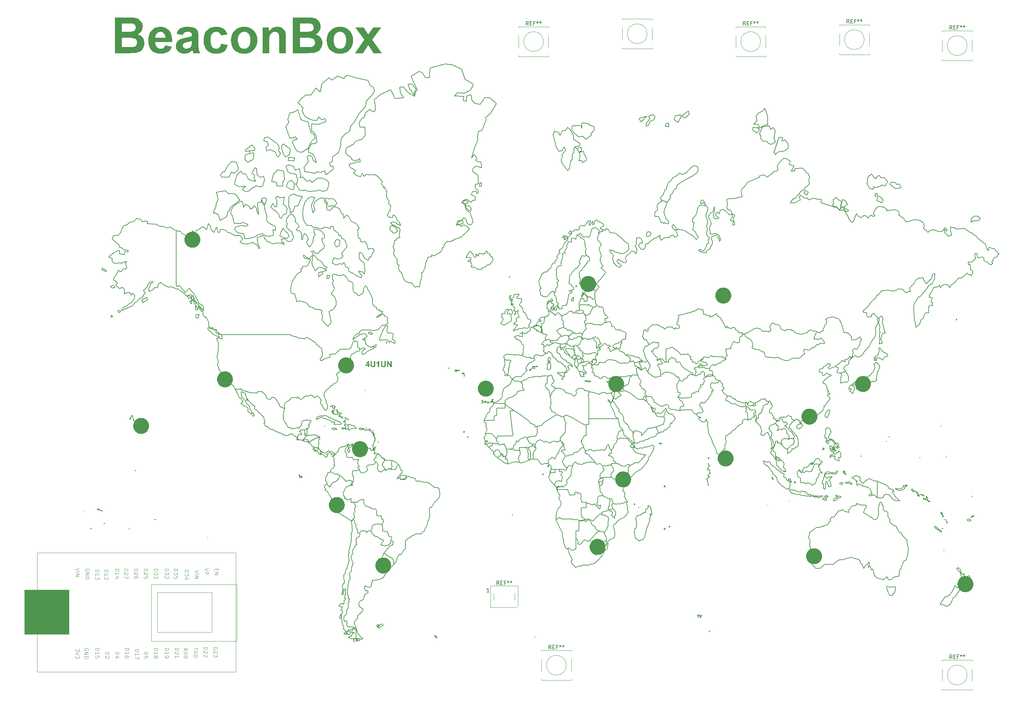
<source format=gbr>
%TF.GenerationSoftware,KiCad,Pcbnew,8.0.6*%
%TF.CreationDate,2024-11-12T14:39:14+00:00*%
%TF.ProjectId,A4,41342e6b-6963-4616-945f-706362585858,rev?*%
%TF.SameCoordinates,Original*%
%TF.FileFunction,Legend,Top*%
%TF.FilePolarity,Positive*%
%FSLAX46Y46*%
G04 Gerber Fmt 4.6, Leading zero omitted, Abs format (unit mm)*
G04 Created by KiCad (PCBNEW 8.0.6) date 2024-11-12 14:39:14*
%MOMM*%
%LPD*%
G01*
G04 APERTURE LIST*
%ADD10C,0.300000*%
%ADD11C,0.178593*%
%ADD12C,0.238124*%
%ADD13C,0.150000*%
%ADD14C,0.100000*%
%ADD15C,0.120000*%
G04 APERTURE END LIST*
D10*
G36*
X53494327Y-28829965D02*
G01*
X53937708Y-28845833D01*
X54395720Y-28881897D01*
X54652721Y-28917871D01*
X55094805Y-29035019D01*
X55493974Y-29228743D01*
X55600139Y-29298157D01*
X55938660Y-29587150D01*
X56223325Y-29950194D01*
X56294766Y-30067522D01*
X56475517Y-30476466D01*
X56564121Y-30924591D01*
X56573935Y-31144633D01*
X56525713Y-31614495D01*
X56381045Y-32054682D01*
X56231018Y-32331653D01*
X55939518Y-32699197D01*
X55579394Y-32990697D01*
X55301186Y-33142784D01*
X55736910Y-33305748D01*
X56149670Y-33550039D01*
X56487298Y-33860876D01*
X56573935Y-33967103D01*
X56809253Y-34351142D01*
X56957416Y-34775108D01*
X57018424Y-35239003D01*
X57020167Y-35336573D01*
X56979672Y-35796853D01*
X56858188Y-36247858D01*
X56732205Y-36543377D01*
X56486867Y-36948839D01*
X56182796Y-37288150D01*
X55947452Y-37477606D01*
X55542093Y-37702027D01*
X55112945Y-37841487D01*
X54720865Y-37908450D01*
X54253793Y-37937542D01*
X53797524Y-37951727D01*
X53307981Y-37961207D01*
X52830606Y-37967217D01*
X52513886Y-37970000D01*
X49427634Y-37970000D01*
X49427634Y-36422477D01*
X51256524Y-36422477D01*
X52951325Y-36422477D01*
X53400717Y-36419042D01*
X53871024Y-36403103D01*
X54206489Y-36367522D01*
X54637767Y-36206986D01*
X54870341Y-36011416D01*
X55085083Y-35606486D01*
X55127529Y-35250844D01*
X55057784Y-34816548D01*
X54929692Y-34569406D01*
X54594297Y-34266379D01*
X54358164Y-34160544D01*
X53909788Y-34076573D01*
X53429783Y-34043516D01*
X52960515Y-34031991D01*
X52733705Y-34030851D01*
X51256524Y-34030851D01*
X51256524Y-36422477D01*
X49427634Y-36422477D01*
X49427634Y-32483328D01*
X51256524Y-32483328D01*
X52456734Y-32483328D01*
X52940334Y-32481405D01*
X53402640Y-32473591D01*
X53784438Y-32452554D01*
X54227175Y-32331651D01*
X54523028Y-32125024D01*
X54748782Y-31743506D01*
X54793405Y-31412812D01*
X54711261Y-30965586D01*
X54560397Y-30724780D01*
X54183443Y-30475766D01*
X53872365Y-30403845D01*
X53392714Y-30381755D01*
X52889776Y-30374993D01*
X52387044Y-30373100D01*
X52307257Y-30373070D01*
X51256524Y-30373070D01*
X51256524Y-32483328D01*
X49427634Y-32483328D01*
X49427634Y-28825547D01*
X53050244Y-28825547D01*
X53494327Y-28829965D01*
G37*
G36*
X61447895Y-31240840D02*
G01*
X61938983Y-31331721D01*
X62386640Y-31490764D01*
X62790866Y-31717967D01*
X63151660Y-32013331D01*
X63315771Y-32186573D01*
X63602814Y-32586342D01*
X63827570Y-33058600D01*
X63967286Y-33507522D01*
X64063746Y-34006782D01*
X64116951Y-34556383D01*
X64128372Y-35032307D01*
X64126901Y-35156322D01*
X59774494Y-35156322D01*
X59823051Y-35621633D01*
X59963243Y-36053143D01*
X60194347Y-36400495D01*
X60553841Y-36687989D01*
X60978636Y-36828918D01*
X61196720Y-36844528D01*
X61633912Y-36774008D01*
X61880355Y-36644494D01*
X62176080Y-36299138D01*
X62302407Y-36000425D01*
X64034577Y-36281793D01*
X63843335Y-36702471D01*
X63570382Y-37112016D01*
X63236224Y-37454096D01*
X62979448Y-37644668D01*
X62546429Y-37869939D01*
X62113352Y-38008287D01*
X61634938Y-38088384D01*
X61179134Y-38110683D01*
X60665115Y-38083260D01*
X60194673Y-38000989D01*
X59767809Y-37863870D01*
X59313094Y-37626930D01*
X58921130Y-37311010D01*
X58642428Y-36987411D01*
X58389755Y-36570601D01*
X58199142Y-36108772D01*
X58085154Y-35677086D01*
X58016761Y-35212324D01*
X57993963Y-34714487D01*
X58014786Y-34219423D01*
X58040378Y-34030851D01*
X59805268Y-34030851D01*
X62401325Y-34030851D01*
X62355773Y-33592502D01*
X62209869Y-33160558D01*
X62012247Y-32879002D01*
X61656475Y-32608522D01*
X61207125Y-32486806D01*
X61108792Y-32483328D01*
X60649998Y-32562849D01*
X60266097Y-32801413D01*
X60170167Y-32898785D01*
X59930728Y-33287106D01*
X59820475Y-33732497D01*
X59805268Y-34030851D01*
X58040378Y-34030851D01*
X58077254Y-33759135D01*
X58207187Y-33252693D01*
X58397090Y-32796329D01*
X58646962Y-32390043D01*
X58846859Y-32147006D01*
X59182615Y-31831008D01*
X59550210Y-31580389D01*
X59949644Y-31395149D01*
X60380918Y-31275288D01*
X60844031Y-31220805D01*
X61005478Y-31217173D01*
X61447895Y-31240840D01*
G37*
G36*
X68555079Y-31230427D02*
G01*
X69034112Y-31278031D01*
X69484017Y-31372970D01*
X69804815Y-31494145D01*
X70184208Y-31722893D01*
X70506499Y-32042901D01*
X70604954Y-32197564D01*
X70746943Y-32616215D01*
X70810429Y-33062063D01*
X70835914Y-33553254D01*
X70837962Y-33760474D01*
X70818178Y-35800390D01*
X70824786Y-36253869D01*
X70850807Y-36709890D01*
X70901709Y-37084131D01*
X71021510Y-37512227D01*
X71199705Y-37940519D01*
X71213852Y-37970000D01*
X69497069Y-37970000D01*
X69360167Y-37540632D01*
X69330006Y-37433642D01*
X69268457Y-37220418D01*
X68925128Y-37523562D01*
X68533654Y-37780805D01*
X68314445Y-37888667D01*
X67892050Y-38032414D01*
X67446436Y-38102878D01*
X67232937Y-38110683D01*
X66753046Y-38075787D01*
X66277214Y-37953105D01*
X65869195Y-37742092D01*
X65634856Y-37552344D01*
X65352205Y-37214805D01*
X65146640Y-36784699D01*
X65059275Y-36348048D01*
X65050139Y-36138911D01*
X65064656Y-35993831D01*
X66788904Y-35993831D01*
X66917738Y-36426710D01*
X67061479Y-36593935D01*
X67459728Y-36809289D01*
X67753907Y-36844528D01*
X68213328Y-36771439D01*
X68624071Y-36570157D01*
X68650767Y-36552170D01*
X68959544Y-36234120D01*
X69064026Y-36007020D01*
X69124118Y-35565326D01*
X69132170Y-35202484D01*
X69132170Y-34874954D01*
X68700776Y-34990908D01*
X68249564Y-35091578D01*
X68074842Y-35127745D01*
X67636863Y-35226969D01*
X67211239Y-35369439D01*
X67129623Y-35413510D01*
X66836817Y-35747359D01*
X66788904Y-35993831D01*
X65064656Y-35993831D01*
X65094036Y-35700218D01*
X65239494Y-35273221D01*
X65316120Y-35132142D01*
X65589665Y-34783583D01*
X65944835Y-34514967D01*
X66061304Y-34452903D01*
X66480368Y-34284844D01*
X66920735Y-34157547D01*
X67387912Y-34052891D01*
X67443963Y-34041842D01*
X67940985Y-33941479D01*
X68421426Y-33830642D01*
X68850252Y-33710877D01*
X69132170Y-33608799D01*
X69132170Y-33430746D01*
X69070071Y-32992208D01*
X68883775Y-32700949D01*
X68467699Y-32524982D01*
X67994179Y-32483541D01*
X67951744Y-32483328D01*
X67493938Y-32542447D01*
X67226343Y-32670174D01*
X66940750Y-33014499D01*
X66806489Y-33327431D01*
X65230390Y-33046064D01*
X65387286Y-32610273D01*
X65620942Y-32192266D01*
X65915108Y-31850766D01*
X66144836Y-31665603D01*
X66560563Y-31448833D01*
X67013595Y-31315705D01*
X67474463Y-31245200D01*
X67917380Y-31218925D01*
X68074842Y-31217173D01*
X68555079Y-31230427D01*
G37*
G36*
X78241451Y-33186748D02*
G01*
X76529064Y-33468115D01*
X76387831Y-33038920D01*
X76135589Y-32731723D01*
X75734120Y-32530873D01*
X75342044Y-32483328D01*
X74892481Y-32550716D01*
X74488476Y-32775811D01*
X74306699Y-32962533D01*
X74086434Y-33368091D01*
X73974223Y-33813127D01*
X73925863Y-34294255D01*
X73919818Y-34565010D01*
X73933574Y-35007489D01*
X73984394Y-35458665D01*
X74088327Y-35888513D01*
X74287022Y-36297152D01*
X74311095Y-36330153D01*
X74643914Y-36643601D01*
X75052158Y-36812380D01*
X75366224Y-36844528D01*
X75815753Y-36773637D01*
X76175157Y-36560963D01*
X76430857Y-36202738D01*
X76576297Y-35786096D01*
X76621388Y-35578374D01*
X78327180Y-35859741D01*
X78187462Y-36321240D01*
X78001042Y-36730566D01*
X77730802Y-37134483D01*
X77399563Y-37470256D01*
X77307222Y-37543551D01*
X76898085Y-37791672D01*
X76487346Y-37950624D01*
X76027380Y-38055299D01*
X75518187Y-38105699D01*
X75284891Y-38110683D01*
X74765441Y-38078612D01*
X74286949Y-37982399D01*
X73849416Y-37822043D01*
X73452841Y-37597544D01*
X73097224Y-37308904D01*
X72987787Y-37198436D01*
X72697189Y-36830944D01*
X72466714Y-36414302D01*
X72296364Y-35948510D01*
X72186137Y-35433568D01*
X72140209Y-34966904D01*
X72132693Y-34670523D01*
X72153677Y-34177788D01*
X72216628Y-33720366D01*
X72347566Y-33218072D01*
X72538937Y-32766628D01*
X72790741Y-32366034D01*
X72992184Y-32127222D01*
X73335822Y-31817948D01*
X73722119Y-31572661D01*
X74151074Y-31391362D01*
X74622688Y-31274051D01*
X75136960Y-31220728D01*
X75317864Y-31217173D01*
X75818537Y-31240525D01*
X76272297Y-31310579D01*
X76733436Y-31447828D01*
X77133299Y-31646077D01*
X77223691Y-31705170D01*
X77590365Y-32018773D01*
X77863455Y-32365262D01*
X78086812Y-32775498D01*
X78241451Y-33186748D01*
G37*
G36*
X82956325Y-31240894D02*
G01*
X83464724Y-31331981D01*
X83935256Y-31491384D01*
X84367921Y-31719102D01*
X84762719Y-32015136D01*
X84945917Y-32188771D01*
X85269385Y-32571204D01*
X85525929Y-32989804D01*
X85715548Y-33444571D01*
X85838243Y-33935505D01*
X85889366Y-34372244D01*
X85897732Y-34646343D01*
X85874226Y-35101007D01*
X85783963Y-35613733D01*
X85626002Y-36090602D01*
X85400345Y-36531613D01*
X85106990Y-36936766D01*
X84934926Y-37125896D01*
X84557233Y-37460570D01*
X84144610Y-37726001D01*
X83697056Y-37922189D01*
X83214571Y-38049134D01*
X82697156Y-38106837D01*
X82516922Y-38110683D01*
X82070416Y-38085129D01*
X81634351Y-38008468D01*
X81208727Y-37880698D01*
X80793545Y-37701821D01*
X80409137Y-37472523D01*
X80035140Y-37157742D01*
X79723045Y-36782799D01*
X79549371Y-36499413D01*
X79362800Y-36082170D01*
X79229535Y-35621788D01*
X79156656Y-35183565D01*
X79124589Y-34712314D01*
X79124016Y-34663928D01*
X80903454Y-34663928D01*
X80932442Y-35161680D01*
X81019408Y-35597608D01*
X81186545Y-36014127D01*
X81367271Y-36283991D01*
X81711600Y-36603125D01*
X82145296Y-36800189D01*
X82510327Y-36844528D01*
X82951330Y-36778293D01*
X83373175Y-36554954D01*
X83648988Y-36283991D01*
X83892420Y-35882693D01*
X84034421Y-35436730D01*
X84099337Y-34972879D01*
X84110607Y-34650739D01*
X84081755Y-34158895D01*
X83995202Y-33727501D01*
X83828857Y-33314440D01*
X83648988Y-33046064D01*
X83307161Y-32725678D01*
X82875012Y-32527841D01*
X82510327Y-32483328D01*
X82068806Y-32549823D01*
X81645208Y-32774038D01*
X81367271Y-33046064D01*
X81122680Y-33444914D01*
X80980002Y-33886840D01*
X80914777Y-34345642D01*
X80903454Y-34663928D01*
X79124016Y-34663928D01*
X79122923Y-34571605D01*
X79156656Y-34086480D01*
X79257854Y-33610396D01*
X79404446Y-33194802D01*
X79549371Y-32887794D01*
X79784852Y-32505173D01*
X80102975Y-32132200D01*
X80477435Y-31820086D01*
X80758374Y-31645819D01*
X81160916Y-31458287D01*
X81585990Y-31324335D01*
X82033596Y-31243964D01*
X82503733Y-31217173D01*
X82956325Y-31240894D01*
G37*
G36*
X93189113Y-37970000D02*
G01*
X91452547Y-37970000D01*
X91452547Y-34556217D01*
X91445540Y-34062175D01*
X91420907Y-33620675D01*
X91347336Y-33174443D01*
X91340439Y-33153775D01*
X91109767Y-32769404D01*
X90979937Y-32659183D01*
X90567472Y-32497239D01*
X90377634Y-32483328D01*
X89923183Y-32554673D01*
X89566503Y-32736120D01*
X89249084Y-33049524D01*
X89074110Y-33404368D01*
X88988715Y-33858381D01*
X88955099Y-34309136D01*
X88942734Y-34803522D01*
X88942219Y-34940900D01*
X88942219Y-37970000D01*
X87205652Y-37970000D01*
X87205652Y-31357857D01*
X88819120Y-31357857D01*
X88819120Y-32322861D01*
X89157040Y-31947100D01*
X89526180Y-31649082D01*
X89926542Y-31428809D01*
X90358125Y-31286279D01*
X90820929Y-31221492D01*
X90982135Y-31217173D01*
X91433385Y-31251638D01*
X91882021Y-31365841D01*
X92032868Y-31426001D01*
X92428863Y-31646893D01*
X92753872Y-31957962D01*
X92981076Y-32349308D01*
X93092393Y-32692156D01*
X93161816Y-33153710D01*
X93186752Y-33635628D01*
X93189113Y-33865987D01*
X93189113Y-37970000D01*
G37*
G36*
X98996769Y-28829965D02*
G01*
X99440150Y-28845833D01*
X99898163Y-28881897D01*
X100155163Y-28917871D01*
X100597248Y-29035019D01*
X100996416Y-29228743D01*
X101102581Y-29298157D01*
X101441102Y-29587150D01*
X101725767Y-29950194D01*
X101797208Y-30067522D01*
X101977960Y-30476466D01*
X102066563Y-30924591D01*
X102076378Y-31144633D01*
X102028155Y-31614495D01*
X101883487Y-32054682D01*
X101733461Y-32331653D01*
X101441961Y-32699197D01*
X101081836Y-32990697D01*
X100803628Y-33142784D01*
X101239352Y-33305748D01*
X101652113Y-33550039D01*
X101989740Y-33860876D01*
X102076378Y-33967103D01*
X102311695Y-34351142D01*
X102459858Y-34775108D01*
X102520866Y-35239003D01*
X102522609Y-35336573D01*
X102482115Y-35796853D01*
X102360631Y-36247858D01*
X102234647Y-36543377D01*
X101989309Y-36948839D01*
X101685238Y-37288150D01*
X101449895Y-37477606D01*
X101044536Y-37702027D01*
X100615387Y-37841487D01*
X100223307Y-37908450D01*
X99756236Y-37937542D01*
X99299966Y-37951727D01*
X98810423Y-37961207D01*
X98333048Y-37967217D01*
X98016329Y-37970000D01*
X94930076Y-37970000D01*
X94930076Y-36422477D01*
X96758967Y-36422477D01*
X98453768Y-36422477D01*
X98903159Y-36419042D01*
X99373466Y-36403103D01*
X99708932Y-36367522D01*
X100140210Y-36206986D01*
X100372784Y-36011416D01*
X100587526Y-35606486D01*
X100629972Y-35250844D01*
X100560226Y-34816548D01*
X100432135Y-34569406D01*
X100096740Y-34266379D01*
X99860607Y-34160544D01*
X99412230Y-34076573D01*
X98932225Y-34043516D01*
X98462958Y-34031991D01*
X98236147Y-34030851D01*
X96758967Y-34030851D01*
X96758967Y-36422477D01*
X94930076Y-36422477D01*
X94930076Y-32483328D01*
X96758967Y-32483328D01*
X97959176Y-32483328D01*
X98442777Y-32481405D01*
X98905083Y-32473591D01*
X99286880Y-32452554D01*
X99729617Y-32331651D01*
X100025471Y-32125024D01*
X100251225Y-31743506D01*
X100295847Y-31412812D01*
X100213703Y-30965586D01*
X100062840Y-30724780D01*
X99685885Y-30475766D01*
X99374808Y-30403845D01*
X98895157Y-30381755D01*
X98392219Y-30374993D01*
X97889487Y-30373100D01*
X97809699Y-30373070D01*
X96758967Y-30373070D01*
X96758967Y-32483328D01*
X94930076Y-32483328D01*
X94930076Y-28825547D01*
X98552686Y-28825547D01*
X98996769Y-28829965D01*
G37*
G36*
X107435320Y-31240894D02*
G01*
X107943719Y-31331981D01*
X108414251Y-31491384D01*
X108846916Y-31719102D01*
X109241714Y-32015136D01*
X109424912Y-32188771D01*
X109748380Y-32571204D01*
X110004924Y-32989804D01*
X110194543Y-33444571D01*
X110317238Y-33935505D01*
X110368361Y-34372244D01*
X110376727Y-34646343D01*
X110353221Y-35101007D01*
X110262958Y-35613733D01*
X110104997Y-36090602D01*
X109879340Y-36531613D01*
X109585985Y-36936766D01*
X109413921Y-37125896D01*
X109036228Y-37460570D01*
X108623605Y-37726001D01*
X108176051Y-37922189D01*
X107693566Y-38049134D01*
X107176151Y-38106837D01*
X106995917Y-38110683D01*
X106549411Y-38085129D01*
X106113346Y-38008468D01*
X105687722Y-37880698D01*
X105272540Y-37701821D01*
X104888132Y-37472523D01*
X104514136Y-37157742D01*
X104202040Y-36782799D01*
X104028367Y-36499413D01*
X103841796Y-36082170D01*
X103708531Y-35621788D01*
X103635651Y-35183565D01*
X103603584Y-34712314D01*
X103603011Y-34663928D01*
X105382449Y-34663928D01*
X105411437Y-35161680D01*
X105498403Y-35597608D01*
X105665540Y-36014127D01*
X105846266Y-36283991D01*
X106190596Y-36603125D01*
X106624291Y-36800189D01*
X106989323Y-36844528D01*
X107430325Y-36778293D01*
X107852171Y-36554954D01*
X108127983Y-36283991D01*
X108371415Y-35882693D01*
X108513417Y-35436730D01*
X108578332Y-34972879D01*
X108589602Y-34650739D01*
X108560751Y-34158895D01*
X108474197Y-33727501D01*
X108307852Y-33314440D01*
X108127983Y-33046064D01*
X107786156Y-32725678D01*
X107354007Y-32527841D01*
X106989323Y-32483328D01*
X106547801Y-32549823D01*
X106124203Y-32774038D01*
X105846266Y-33046064D01*
X105601675Y-33444914D01*
X105458997Y-33886840D01*
X105393773Y-34345642D01*
X105382449Y-34663928D01*
X103603011Y-34663928D01*
X103601919Y-34571605D01*
X103635651Y-34086480D01*
X103736849Y-33610396D01*
X103883441Y-33194802D01*
X104028367Y-32887794D01*
X104263847Y-32505173D01*
X104581970Y-32132200D01*
X104956430Y-31820086D01*
X105237369Y-31645819D01*
X105639911Y-31458287D01*
X106064986Y-31324335D01*
X106512591Y-31243964D01*
X106982728Y-31217173D01*
X107435320Y-31240894D01*
G37*
G36*
X110862526Y-37970000D02*
G01*
X113229972Y-34565010D01*
X110961444Y-31357857D01*
X113080495Y-31357857D01*
X114243335Y-33175757D01*
X115467725Y-31357857D01*
X117507641Y-31357857D01*
X115283077Y-34490272D01*
X117712072Y-37970000D01*
X115579832Y-37970000D01*
X114243335Y-35921290D01*
X112895847Y-37970000D01*
X110862526Y-37970000D01*
G37*
D11*
X157379960Y-118090614D02*
X157379946Y-118090614D01*
X155641634Y-119150266D02*
X156260769Y-118423987D01*
X155641648Y-118769274D02*
X155641634Y-119150266D01*
X136817859Y-119197891D02*
X136484485Y-119197891D01*
X119791948Y-144212909D02*
X120030049Y-144403440D01*
X100634765Y-139319454D02*
X100682397Y-139617108D01*
X100241866Y-138747966D02*
X100634765Y-139319454D01*
X146247603Y-140093373D02*
X146497631Y-140724407D01*
X148140705Y-140486271D02*
X148664581Y-141164952D01*
X218411388Y-140926857D02*
X218292324Y-141795965D01*
X218292324Y-141795965D02*
X218411388Y-141069734D01*
X227222025Y-142903250D02*
X227817319Y-142712733D01*
X227817333Y-142712760D02*
X227817333Y-142712754D01*
X229484220Y-143141371D02*
X229484220Y-143141385D01*
X212339204Y-128199024D02*
X212934511Y-127472787D01*
X212934511Y-127472746D02*
X212934511Y-127472759D01*
X149200364Y-127568004D02*
X149200364Y-127865658D01*
X143973522Y-127139373D02*
X144652175Y-127329889D01*
X143735387Y-127139373D02*
X143973522Y-127139373D01*
X143354388Y-126984582D02*
X143735387Y-127139373D01*
X185431077Y-54094528D02*
X185431077Y-54094526D01*
X111326577Y-44344503D02*
X111326577Y-44344501D01*
X98789302Y-62286032D02*
X99039337Y-62547969D01*
X194479829Y-53927843D02*
X194241700Y-54189780D01*
X214244205Y-57142532D02*
X215077642Y-56797249D01*
X213767948Y-57059185D02*
X214244205Y-57142532D01*
X80763237Y-67941507D02*
X80763240Y-67941511D01*
X198051704Y-68727332D02*
X198051704Y-68727325D01*
X165785764Y-57487812D02*
X165785764Y-57487807D01*
X83811246Y-62976588D02*
X83989829Y-63583808D01*
X170191076Y-100481274D02*
X169714832Y-99612111D01*
X169000446Y-99564492D02*
X169714832Y-99612111D01*
X169119497Y-100040715D02*
X169000446Y-99564492D01*
X150938641Y-102076681D02*
X150938648Y-101445647D01*
X172096064Y-100909864D02*
X172096050Y-100909871D01*
X171262627Y-100576498D02*
X171262627Y-100576484D01*
X168166982Y-103529259D02*
X168166996Y-102612464D01*
X160189796Y-103910244D02*
X160666053Y-103957863D01*
X161856669Y-103529252D02*
X161975733Y-103624504D01*
X160785145Y-111804120D02*
X160785145Y-111649302D01*
X160785145Y-111804113D02*
X160785145Y-111804120D01*
X186026385Y-112530406D02*
X186026385Y-112530392D01*
X153022267Y-109577651D02*
X153308015Y-109720522D01*
X169238575Y-85527014D02*
X169238575Y-85527024D01*
X164595135Y-85086493D02*
X164476084Y-84741217D01*
X164714199Y-85610362D02*
X164714199Y-85610369D01*
X102087329Y-94813904D02*
X102087322Y-94813904D01*
X102813615Y-92301688D02*
X102813608Y-92301685D01*
X140687388Y-91873060D02*
X140687395Y-91873050D01*
X106004497Y-134295008D02*
X106004491Y-134295008D01*
X98598813Y-133949736D02*
X98265433Y-134295015D01*
X92359928Y-70810896D02*
X92359931Y-70810899D01*
X95312675Y-71334782D02*
X95896073Y-71513382D01*
X243533578Y-69763140D02*
X243533578Y-69763147D01*
X106968877Y-132985349D02*
X106968891Y-132985321D01*
X105135328Y-128103773D02*
X105135335Y-128103773D01*
X105468708Y-129413467D02*
X105563959Y-128782433D01*
X105421082Y-129413467D02*
X105468708Y-129413467D01*
X105135335Y-129937336D02*
X105230586Y-129842092D01*
X105325831Y-129937343D02*
X105325831Y-129937336D01*
X106337864Y-130377881D02*
X105421082Y-130282623D01*
X106290238Y-129651602D02*
X106337864Y-130377881D01*
X106730769Y-129842098D02*
X106290238Y-129651602D01*
X106873646Y-130032595D02*
X106730769Y-129842098D01*
X187812322Y-135604695D02*
X187812322Y-135604689D01*
X182097344Y-137676374D02*
X182335445Y-137581136D01*
X179239828Y-134199777D02*
X179239841Y-134199764D01*
X217101694Y-127139386D02*
X217101694Y-127139373D01*
X108909612Y-131580403D02*
X109052489Y-131580403D01*
X108469074Y-131342275D02*
X108909612Y-131580403D01*
X108278578Y-132116179D02*
X108469060Y-131342275D01*
X56045870Y-133330622D02*
X56045870Y-133330628D01*
X54390893Y-132020935D02*
X55260055Y-132259056D01*
X151819704Y-104493639D02*
X151914976Y-104160300D01*
X150700519Y-104779421D02*
X150510023Y-104838932D01*
X150700526Y-104779400D02*
X150700526Y-104779407D01*
X169714805Y-104934163D02*
X169238547Y-104493659D01*
X202457015Y-105124728D02*
X202814167Y-104779386D01*
X202456988Y-105124666D02*
X202457015Y-105124728D01*
X210196046Y-109910977D02*
X210196073Y-109911011D01*
X160666053Y-103957856D02*
X160666053Y-103957863D01*
X173524822Y-113542432D02*
X173167643Y-112863772D01*
X176144196Y-106672523D02*
X176144196Y-106672544D01*
X168762331Y-110589671D02*
X168881396Y-111220671D01*
X169000446Y-109911018D02*
X169000446Y-109911011D01*
X118970383Y-108851352D02*
X118970390Y-108851359D01*
X158403858Y-109184753D02*
X158522964Y-108267978D01*
X158522936Y-108267951D02*
X158522922Y-108267971D01*
X156844157Y-107636923D02*
X157129925Y-107636951D01*
X164118864Y-108172727D02*
X164118864Y-108172720D01*
X160785145Y-111363568D02*
X160785145Y-111363548D01*
X206862327Y-125734461D02*
X206862327Y-125734468D01*
X238413880Y-122341224D02*
X238413880Y-122341238D01*
X239366381Y-123412714D02*
X239366381Y-122638899D01*
X176382325Y-124865306D02*
X176382325Y-124960557D01*
X176977633Y-124281897D02*
X177334826Y-124091367D01*
X177215761Y-124710529D02*
X176977633Y-124615270D01*
X176858582Y-126163107D02*
X176858582Y-126258358D01*
X184240447Y-126555964D02*
X184240447Y-126555992D01*
X187217014Y-129651596D02*
X187217014Y-129651602D01*
X138853824Y-120507585D02*
X138651422Y-119924177D01*
X149200357Y-127865651D02*
X149200364Y-127865651D01*
X146342861Y-127567983D02*
X146342861Y-127567990D01*
X153308008Y-122007768D02*
X153308015Y-122007768D01*
X220673597Y-145082099D02*
X220435454Y-144891583D01*
X234127660Y-145272602D02*
X234127660Y-145272568D01*
X104599573Y-144891603D02*
X105040076Y-145272589D01*
X105040076Y-145272589D02*
X105040111Y-145272602D01*
X174120144Y-146582283D02*
X173524850Y-146725132D01*
X173167643Y-147594336D02*
X173286707Y-148368241D01*
X201385477Y-143581882D02*
X201266399Y-142998508D01*
X201147349Y-144117651D02*
X201385477Y-143581882D01*
X201147321Y-146046472D02*
X201504514Y-145415466D01*
X201385450Y-146391780D02*
X201147321Y-146046472D01*
X201028257Y-147594336D02*
X200790142Y-146915663D01*
X201147321Y-148368227D02*
X201028257Y-147594336D01*
X162332948Y-149094511D02*
X163047353Y-148808717D01*
X161737646Y-148368227D02*
X161737646Y-148368213D01*
X162452018Y-149535064D02*
X162452018Y-149535071D01*
X270084580Y-79692971D02*
X270084580Y-79692968D01*
X138079920Y-81609893D02*
X138079920Y-81609897D01*
X72059833Y-103481661D02*
X71452523Y-103386368D01*
X76667451Y-110006256D02*
X75893557Y-109815787D01*
X72059768Y-103481647D02*
X72059741Y-103481620D01*
X138853797Y-76561624D02*
X139091974Y-76990238D01*
X139187232Y-75692448D02*
X139187232Y-75692451D01*
X235913598Y-77430770D02*
X235794506Y-78038015D01*
X235080161Y-77085486D02*
X235913598Y-77430770D01*
X236151726Y-77085486D02*
X236151726Y-77085483D01*
X82251544Y-76383010D02*
X82251544Y-76383021D01*
X86942617Y-75073337D02*
X86859269Y-76037731D01*
X174358259Y-81788466D02*
X174358259Y-81788462D01*
X174239208Y-83002901D02*
X174239208Y-83002905D01*
X99670357Y-76906914D02*
X99670385Y-76906897D01*
X112005237Y-113542439D02*
X112005237Y-113542418D01*
X168762331Y-110589657D02*
X168762331Y-110589650D01*
X159475451Y-114852140D02*
X159475451Y-114852133D01*
X184121369Y-116447588D02*
X183287946Y-116971512D01*
X193646392Y-114411608D02*
X193646392Y-114411602D01*
X202218873Y-115578446D02*
X202218873Y-115578439D01*
X197813575Y-120364701D02*
X197813575Y-120364715D01*
X190312618Y-116971464D02*
X190312618Y-116971471D01*
X188050451Y-116590527D02*
X188050437Y-116590479D01*
X151141071Y-115042656D02*
X151141085Y-115042636D01*
X149105112Y-116447643D02*
X149105105Y-116447643D01*
X185788270Y-119293232D02*
X185788270Y-119293150D01*
X172572321Y-116447643D02*
X172572321Y-116447588D01*
X176858582Y-126163086D02*
X176858582Y-126163107D01*
X176620454Y-124710494D02*
X176620454Y-124710529D01*
X177334826Y-123412721D02*
X176977633Y-123555584D01*
X179358892Y-123317456D02*
X179358892Y-123317476D01*
X177572954Y-122341155D02*
X177453890Y-121471986D01*
X177572954Y-122341142D02*
X177572954Y-122341155D01*
X171262641Y-117459662D02*
X171619820Y-117745430D01*
X165785764Y-115578398D02*
X165785764Y-115578404D01*
X167571688Y-115578446D02*
X167095458Y-115042622D01*
X167095444Y-116542860D02*
X167452624Y-115911826D01*
X168881382Y-116102329D02*
X168881382Y-116102336D01*
X168405125Y-116149961D02*
X168643253Y-116102329D01*
X167333573Y-118328832D02*
X167333573Y-118328818D01*
X146926263Y-136378648D02*
X147021514Y-137152552D01*
X98598806Y-133949756D02*
X98598813Y-133949736D01*
X96086576Y-136473899D02*
X96086579Y-136473865D01*
X163642634Y-137485939D02*
X163404505Y-137045381D01*
X98896460Y-137247811D02*
X98896460Y-137247817D01*
X217458887Y-139224224D02*
X217458887Y-139224217D01*
X181621073Y-137878783D02*
X181621073Y-137878804D01*
X147462052Y-137926436D02*
X147462045Y-137926416D01*
X145187944Y-138795592D02*
X145187958Y-138795592D01*
X154867744Y-136271456D02*
X154867730Y-136271462D01*
X151617322Y-129413467D02*
X151617329Y-129413467D01*
X112969651Y-134104512D02*
X112529120Y-134199764D01*
X113160147Y-134104512D02*
X112969651Y-134104512D01*
X113505420Y-134390260D02*
X113160147Y-134104512D01*
X113695916Y-134390260D02*
X113505420Y-134390260D01*
X114565085Y-134104512D02*
X114279324Y-134390260D01*
X114612711Y-134199764D02*
X114565085Y-134104512D01*
X114707970Y-134295001D02*
X114707963Y-134199764D01*
X114898452Y-134723633D02*
X114565079Y-134533137D01*
X115243732Y-135068906D02*
X114898452Y-134723633D01*
X115481860Y-134878410D02*
X115243732Y-135068906D01*
X115779514Y-135604709D02*
X115779528Y-135402286D01*
X115672356Y-136128592D02*
X115672356Y-135604709D01*
X116017643Y-136616770D02*
X115672356Y-136128592D01*
X115779514Y-137438279D02*
X115922391Y-137045401D01*
X115481853Y-138212184D02*
X115779514Y-137438279D01*
X115434234Y-139426619D02*
X116017643Y-138747966D01*
X115481860Y-138986088D02*
X115434234Y-139426619D01*
X115434228Y-138212184D02*
X115481860Y-138986088D01*
X116553419Y-140391027D02*
X116553425Y-140391040D01*
X111231319Y-138747973D02*
X111231319Y-138747966D01*
X110981290Y-138116932D02*
X110981290Y-138545564D01*
X110790794Y-138021688D02*
X111231319Y-138021688D01*
X160189823Y-142807984D02*
X160189823Y-142807998D01*
X156415539Y-141795965D02*
X156415539Y-141795951D01*
X155486851Y-141938829D02*
X155736886Y-141843598D01*
X153022267Y-139759986D02*
X153022260Y-139759986D01*
X155296361Y-138795585D02*
X155296361Y-138795592D01*
X156260769Y-138212190D02*
X156260769Y-138212184D01*
X233413261Y-139664755D02*
X233175132Y-140295782D01*
X233175132Y-139426619D02*
X233413261Y-139664755D01*
X160904236Y-145272568D02*
X160904236Y-145272561D01*
X164952355Y-144451038D02*
X164952355Y-144451031D01*
X172215156Y-142665121D02*
X172215142Y-142665121D01*
X176263274Y-143141385D02*
X176263261Y-143141371D01*
X181263894Y-143343774D02*
X181263907Y-143343795D01*
X174120144Y-146582289D02*
X174120144Y-146582283D01*
X176263261Y-146487031D02*
X176263261Y-146487038D01*
X181144829Y-146915649D02*
X181144829Y-146915670D01*
X237580430Y-115721316D02*
X237580430Y-115721323D01*
X233770454Y-117995458D02*
X233770440Y-117995424D01*
X226864818Y-131389900D02*
X226864805Y-131342275D01*
X234127633Y-151511457D02*
X234246697Y-151178076D01*
X233770454Y-152380619D02*
X234246697Y-151856743D01*
X257344820Y-152380619D02*
X256868577Y-152237742D01*
X175906068Y-154857123D02*
X176739504Y-154416599D01*
X163047326Y-149630281D02*
X163047326Y-149630323D01*
X242700141Y-151178076D02*
X242700141Y-151178083D01*
X228412641Y-151511450D02*
X229007949Y-151273321D01*
X227579204Y-151178076D02*
X228412641Y-151511450D01*
X253534817Y-149677941D02*
X253534817Y-149677948D01*
X254606382Y-150308927D02*
X253772945Y-149963696D01*
X254725446Y-150939941D02*
X255558883Y-150832790D01*
X254606382Y-150404179D02*
X254725446Y-150939941D01*
X254844511Y-150547056D02*
X254844511Y-150547063D01*
X106873646Y-182205774D02*
X106873626Y-182205774D01*
X116351016Y-184467955D02*
X116743922Y-184825148D01*
X118101241Y-166013272D02*
X118101227Y-166013272D01*
X183407011Y-154226082D02*
X183407011Y-154226096D01*
X45243324Y-154618342D02*
X45243324Y-154559462D01*
X46288694Y-155000000D02*
X45766008Y-154904749D01*
X262345426Y-158155150D02*
X261869196Y-157321714D01*
X111136088Y-187801715D02*
X111326584Y-187801715D01*
X111076542Y-187682651D02*
X111136088Y-187801715D01*
X111076542Y-185301406D02*
X111231325Y-185301406D01*
X111231312Y-185063277D02*
X111231325Y-185301406D01*
X120803981Y-168632619D02*
X120803947Y-168632646D01*
X118291730Y-142367467D02*
X118291737Y-142367460D01*
X112195740Y-145082099D02*
X112195753Y-145082093D01*
X102182580Y-139759999D02*
X102420702Y-140093373D01*
X101992077Y-140724393D02*
X102420702Y-140093373D01*
X101551560Y-138890864D02*
X101122922Y-139759986D01*
X101837301Y-136176218D02*
X101837301Y-136176225D01*
X99229826Y-137485898D02*
X99229833Y-137485912D01*
X101992071Y-140724407D02*
X101992084Y-140724407D01*
X105230579Y-141260162D02*
X105230579Y-141260189D01*
X104599552Y-144891583D02*
X104599545Y-144891576D01*
X103682764Y-148034826D02*
X103682770Y-148034840D01*
X110207386Y-148558723D02*
X110207386Y-148558709D01*
X163880749Y-160655460D02*
X163880762Y-160655460D01*
X117755941Y-158869522D02*
X117755948Y-158869522D01*
X175667953Y-151856750D02*
X175667953Y-151856757D01*
X175072645Y-163512963D02*
X175548888Y-163512963D01*
D12*
X172908481Y-162324812D02*
X173005226Y-162332168D01*
X173100563Y-162344283D01*
X173194375Y-162361036D01*
X173286540Y-162382307D01*
X173376940Y-162407978D01*
X173465454Y-162437928D01*
X173551963Y-162472037D01*
X173636348Y-162510186D01*
X173718488Y-162552256D01*
X173798264Y-162598126D01*
X173875555Y-162647677D01*
X173950244Y-162700789D01*
X174022209Y-162757342D01*
X174091331Y-162817217D01*
X174157490Y-162880294D01*
X174220568Y-162946454D01*
X174280443Y-163015576D01*
X174336996Y-163087541D01*
X174390108Y-163162229D01*
X174439659Y-163239521D01*
X174485529Y-163319297D01*
X174527598Y-163401437D01*
X174565748Y-163485821D01*
X174599857Y-163572330D01*
X174629807Y-163660845D01*
X174655477Y-163751244D01*
X174676749Y-163843410D01*
X174693502Y-163937221D01*
X174705616Y-164032559D01*
X174712973Y-164129304D01*
X174715452Y-164227335D01*
X174712973Y-164325366D01*
X174705616Y-164422111D01*
X174693502Y-164517448D01*
X174676749Y-164611260D01*
X174655477Y-164703425D01*
X174629807Y-164793825D01*
X174599857Y-164882339D01*
X174565748Y-164968848D01*
X174527598Y-165053233D01*
X174485529Y-165135373D01*
X174439659Y-165215149D01*
X174390108Y-165292440D01*
X174336996Y-165367129D01*
X174280443Y-165439094D01*
X174220568Y-165508216D01*
X174157490Y-165574375D01*
X174091331Y-165637453D01*
X174022209Y-165697328D01*
X173950244Y-165753881D01*
X173875555Y-165806993D01*
X173798264Y-165856544D01*
X173718488Y-165902414D01*
X173636348Y-165944483D01*
X173551963Y-165982633D01*
X173465454Y-166016742D01*
X173376940Y-166046692D01*
X173286540Y-166072362D01*
X173194375Y-166093634D01*
X173100563Y-166110387D01*
X173005226Y-166122501D01*
X172908481Y-166129858D01*
X172810450Y-166132337D01*
X172712419Y-166129858D01*
X172615674Y-166122501D01*
X172520336Y-166110387D01*
X172426525Y-166093634D01*
X172334359Y-166072362D01*
X172243960Y-166046692D01*
X172155445Y-166016742D01*
X172068936Y-165982633D01*
X171984552Y-165944483D01*
X171902412Y-165902414D01*
X171822636Y-165856544D01*
X171745344Y-165806993D01*
X171670656Y-165753881D01*
X171598691Y-165697328D01*
X171529569Y-165637453D01*
X171463409Y-165574375D01*
X171400332Y-165508216D01*
X171340457Y-165439094D01*
X171283904Y-165367129D01*
X171230792Y-165292440D01*
X171181241Y-165215149D01*
X171135371Y-165135373D01*
X171093301Y-165053233D01*
X171055152Y-164968848D01*
X171021043Y-164882339D01*
X170991093Y-164793825D01*
X170965422Y-164703425D01*
X170944151Y-164611260D01*
X170927398Y-164517448D01*
X170915283Y-164422111D01*
X170907927Y-164325366D01*
X170905448Y-164227335D01*
X170907927Y-164129304D01*
X170915283Y-164032559D01*
X170927398Y-163937221D01*
X170944151Y-163843410D01*
X170965422Y-163751244D01*
X170991093Y-163660845D01*
X171021043Y-163572330D01*
X171055152Y-163485821D01*
X171093301Y-163401437D01*
X171135371Y-163319297D01*
X171181241Y-163239521D01*
X171230792Y-163162229D01*
X171283904Y-163087541D01*
X171340457Y-163015576D01*
X171400332Y-162946454D01*
X171463409Y-162880294D01*
X171529569Y-162817217D01*
X171598691Y-162757342D01*
X171670656Y-162700789D01*
X171745344Y-162647677D01*
X171822636Y-162598126D01*
X171902412Y-162552256D01*
X171984552Y-162510186D01*
X172068936Y-162472037D01*
X172155445Y-162437928D01*
X172243960Y-162407978D01*
X172334359Y-162382307D01*
X172426525Y-162361036D01*
X172520336Y-162344283D01*
X172615674Y-162332168D01*
X172712419Y-162324812D01*
X172810450Y-162322333D01*
X172908481Y-162324812D01*
G36*
X172908481Y-162324812D02*
G01*
X173005226Y-162332168D01*
X173100563Y-162344283D01*
X173194375Y-162361036D01*
X173286540Y-162382307D01*
X173376940Y-162407978D01*
X173465454Y-162437928D01*
X173551963Y-162472037D01*
X173636348Y-162510186D01*
X173718488Y-162552256D01*
X173798264Y-162598126D01*
X173875555Y-162647677D01*
X173950244Y-162700789D01*
X174022209Y-162757342D01*
X174091331Y-162817217D01*
X174157490Y-162880294D01*
X174220568Y-162946454D01*
X174280443Y-163015576D01*
X174336996Y-163087541D01*
X174390108Y-163162229D01*
X174439659Y-163239521D01*
X174485529Y-163319297D01*
X174527598Y-163401437D01*
X174565748Y-163485821D01*
X174599857Y-163572330D01*
X174629807Y-163660845D01*
X174655477Y-163751244D01*
X174676749Y-163843410D01*
X174693502Y-163937221D01*
X174705616Y-164032559D01*
X174712973Y-164129304D01*
X174715452Y-164227335D01*
X174712973Y-164325366D01*
X174705616Y-164422111D01*
X174693502Y-164517448D01*
X174676749Y-164611260D01*
X174655477Y-164703425D01*
X174629807Y-164793825D01*
X174599857Y-164882339D01*
X174565748Y-164968848D01*
X174527598Y-165053233D01*
X174485529Y-165135373D01*
X174439659Y-165215149D01*
X174390108Y-165292440D01*
X174336996Y-165367129D01*
X174280443Y-165439094D01*
X174220568Y-165508216D01*
X174157490Y-165574375D01*
X174091331Y-165637453D01*
X174022209Y-165697328D01*
X173950244Y-165753881D01*
X173875555Y-165806993D01*
X173798264Y-165856544D01*
X173718488Y-165902414D01*
X173636348Y-165944483D01*
X173551963Y-165982633D01*
X173465454Y-166016742D01*
X173376940Y-166046692D01*
X173286540Y-166072362D01*
X173194375Y-166093634D01*
X173100563Y-166110387D01*
X173005226Y-166122501D01*
X172908481Y-166129858D01*
X172810450Y-166132337D01*
X172712419Y-166129858D01*
X172615674Y-166122501D01*
X172520336Y-166110387D01*
X172426525Y-166093634D01*
X172334359Y-166072362D01*
X172243960Y-166046692D01*
X172155445Y-166016742D01*
X172068936Y-165982633D01*
X171984552Y-165944483D01*
X171902412Y-165902414D01*
X171822636Y-165856544D01*
X171745344Y-165806993D01*
X171670656Y-165753881D01*
X171598691Y-165697328D01*
X171529569Y-165637453D01*
X171463409Y-165574375D01*
X171400332Y-165508216D01*
X171340457Y-165439094D01*
X171283904Y-165367129D01*
X171230792Y-165292440D01*
X171181241Y-165215149D01*
X171135371Y-165135373D01*
X171093301Y-165053233D01*
X171055152Y-164968848D01*
X171021043Y-164882339D01*
X170991093Y-164793825D01*
X170965422Y-164703425D01*
X170944151Y-164611260D01*
X170927398Y-164517448D01*
X170915283Y-164422111D01*
X170907927Y-164325366D01*
X170905448Y-164227335D01*
X170907927Y-164129304D01*
X170915283Y-164032559D01*
X170927398Y-163937221D01*
X170944151Y-163843410D01*
X170965422Y-163751244D01*
X170991093Y-163660845D01*
X171021043Y-163572330D01*
X171055152Y-163485821D01*
X171093301Y-163401437D01*
X171135371Y-163319297D01*
X171181241Y-163239521D01*
X171230792Y-163162229D01*
X171283904Y-163087541D01*
X171340457Y-163015576D01*
X171400332Y-162946454D01*
X171463409Y-162880294D01*
X171529569Y-162817217D01*
X171598691Y-162757342D01*
X171670656Y-162700789D01*
X171745344Y-162647677D01*
X171822636Y-162598126D01*
X171902412Y-162552256D01*
X171984552Y-162510186D01*
X172068936Y-162472037D01*
X172155445Y-162437928D01*
X172243960Y-162407978D01*
X172334359Y-162382307D01*
X172426525Y-162361036D01*
X172520336Y-162344283D01*
X172615674Y-162332168D01*
X172712419Y-162324812D01*
X172810450Y-162322333D01*
X172908481Y-162324812D01*
G37*
X266967847Y-171849821D02*
X267064591Y-171857177D01*
X267159929Y-171869292D01*
X267253741Y-171886045D01*
X267345906Y-171907316D01*
X267436306Y-171932987D01*
X267524820Y-171962937D01*
X267611329Y-171997046D01*
X267695714Y-172035195D01*
X267777854Y-172077265D01*
X267857629Y-172123135D01*
X267934921Y-172172685D01*
X268009610Y-172225797D01*
X268081575Y-172282350D01*
X268150697Y-172342225D01*
X268216856Y-172405302D01*
X268279933Y-172471461D01*
X268339808Y-172540583D01*
X268396362Y-172612547D01*
X268449474Y-172687235D01*
X268499025Y-172764526D01*
X268544895Y-172844302D01*
X268586964Y-172926441D01*
X268625113Y-173010825D01*
X268659223Y-173097333D01*
X268689173Y-173185847D01*
X268714843Y-173276245D01*
X268736115Y-173368410D01*
X268752868Y-173462220D01*
X268764982Y-173557557D01*
X268772339Y-173654300D01*
X268774818Y-173752330D01*
X268772339Y-173850362D01*
X268764982Y-173947106D01*
X268752868Y-174042444D01*
X268736115Y-174136255D01*
X268714843Y-174228421D01*
X268689173Y-174318820D01*
X268659223Y-174407335D01*
X268625113Y-174493844D01*
X268586964Y-174578228D01*
X268544895Y-174660368D01*
X268499025Y-174740144D01*
X268449474Y-174817436D01*
X268396362Y-174892124D01*
X268339808Y-174964089D01*
X268279933Y-175033211D01*
X268216856Y-175099371D01*
X268150697Y-175162448D01*
X268081575Y-175222323D01*
X268009610Y-175278876D01*
X267934921Y-175331988D01*
X267857629Y-175381539D01*
X267777854Y-175427409D01*
X267695714Y-175469479D01*
X267611329Y-175507628D01*
X267524820Y-175541737D01*
X267436306Y-175571687D01*
X267345906Y-175597358D01*
X267253741Y-175618629D01*
X267159929Y-175635382D01*
X267064591Y-175647497D01*
X266967847Y-175654853D01*
X266869816Y-175657332D01*
X266771786Y-175654853D01*
X266675042Y-175647497D01*
X266579706Y-175635382D01*
X266485895Y-175618629D01*
X266393731Y-175597358D01*
X266303332Y-175571687D01*
X266214818Y-175541737D01*
X266128310Y-175507628D01*
X266043926Y-175469479D01*
X265961787Y-175427409D01*
X265882012Y-175381539D01*
X265804720Y-175331988D01*
X265730033Y-175278876D01*
X265658068Y-175222323D01*
X265588946Y-175162448D01*
X265522787Y-175099371D01*
X265459710Y-175033211D01*
X265399836Y-174964089D01*
X265343282Y-174892124D01*
X265290171Y-174817436D01*
X265240620Y-174740144D01*
X265194750Y-174660368D01*
X265152681Y-174578228D01*
X265114532Y-174493844D01*
X265080422Y-174407335D01*
X265050472Y-174318820D01*
X265024802Y-174228421D01*
X265003530Y-174136255D01*
X264986777Y-174042444D01*
X264974663Y-173947106D01*
X264967306Y-173850362D01*
X264964828Y-173752330D01*
X264967306Y-173654300D01*
X264974663Y-173557557D01*
X264986777Y-173462220D01*
X265003530Y-173368410D01*
X265024802Y-173276245D01*
X265050472Y-173185847D01*
X265080422Y-173097333D01*
X265114532Y-173010825D01*
X265152681Y-172926441D01*
X265194750Y-172844302D01*
X265240620Y-172764526D01*
X265290171Y-172687235D01*
X265343282Y-172612547D01*
X265399836Y-172540583D01*
X265459710Y-172471461D01*
X265522787Y-172405302D01*
X265588946Y-172342225D01*
X265658068Y-172282350D01*
X265730033Y-172225797D01*
X265804720Y-172172685D01*
X265882012Y-172123135D01*
X265961787Y-172077265D01*
X266043926Y-172035195D01*
X266128310Y-171997046D01*
X266214818Y-171962937D01*
X266303332Y-171932987D01*
X266393731Y-171907316D01*
X266485895Y-171886045D01*
X266579706Y-171869292D01*
X266675042Y-171857177D01*
X266771786Y-171849821D01*
X266869816Y-171847342D01*
X266967847Y-171849821D01*
G36*
X266967847Y-171849821D02*
G01*
X267064591Y-171857177D01*
X267159929Y-171869292D01*
X267253741Y-171886045D01*
X267345906Y-171907316D01*
X267436306Y-171932987D01*
X267524820Y-171962937D01*
X267611329Y-171997046D01*
X267695714Y-172035195D01*
X267777854Y-172077265D01*
X267857629Y-172123135D01*
X267934921Y-172172685D01*
X268009610Y-172225797D01*
X268081575Y-172282350D01*
X268150697Y-172342225D01*
X268216856Y-172405302D01*
X268279933Y-172471461D01*
X268339808Y-172540583D01*
X268396362Y-172612547D01*
X268449474Y-172687235D01*
X268499025Y-172764526D01*
X268544895Y-172844302D01*
X268586964Y-172926441D01*
X268625113Y-173010825D01*
X268659223Y-173097333D01*
X268689173Y-173185847D01*
X268714843Y-173276245D01*
X268736115Y-173368410D01*
X268752868Y-173462220D01*
X268764982Y-173557557D01*
X268772339Y-173654300D01*
X268774818Y-173752330D01*
X268772339Y-173850362D01*
X268764982Y-173947106D01*
X268752868Y-174042444D01*
X268736115Y-174136255D01*
X268714843Y-174228421D01*
X268689173Y-174318820D01*
X268659223Y-174407335D01*
X268625113Y-174493844D01*
X268586964Y-174578228D01*
X268544895Y-174660368D01*
X268499025Y-174740144D01*
X268449474Y-174817436D01*
X268396362Y-174892124D01*
X268339808Y-174964089D01*
X268279933Y-175033211D01*
X268216856Y-175099371D01*
X268150697Y-175162448D01*
X268081575Y-175222323D01*
X268009610Y-175278876D01*
X267934921Y-175331988D01*
X267857629Y-175381539D01*
X267777854Y-175427409D01*
X267695714Y-175469479D01*
X267611329Y-175507628D01*
X267524820Y-175541737D01*
X267436306Y-175571687D01*
X267345906Y-175597358D01*
X267253741Y-175618629D01*
X267159929Y-175635382D01*
X267064591Y-175647497D01*
X266967847Y-175654853D01*
X266869816Y-175657332D01*
X266771786Y-175654853D01*
X266675042Y-175647497D01*
X266579706Y-175635382D01*
X266485895Y-175618629D01*
X266393731Y-175597358D01*
X266303332Y-175571687D01*
X266214818Y-175541737D01*
X266128310Y-175507628D01*
X266043926Y-175469479D01*
X265961787Y-175427409D01*
X265882012Y-175381539D01*
X265804720Y-175331988D01*
X265730033Y-175278876D01*
X265658068Y-175222323D01*
X265588946Y-175162448D01*
X265522787Y-175099371D01*
X265459710Y-175033211D01*
X265399836Y-174964089D01*
X265343282Y-174892124D01*
X265290171Y-174817436D01*
X265240620Y-174740144D01*
X265194750Y-174660368D01*
X265152681Y-174578228D01*
X265114532Y-174493844D01*
X265080422Y-174407335D01*
X265050472Y-174318820D01*
X265024802Y-174228421D01*
X265003530Y-174136255D01*
X264986777Y-174042444D01*
X264974663Y-173947106D01*
X264967306Y-173850362D01*
X264964828Y-173752330D01*
X264967306Y-173654300D01*
X264974663Y-173557557D01*
X264986777Y-173462220D01*
X265003530Y-173368410D01*
X265024802Y-173276245D01*
X265050472Y-173185847D01*
X265080422Y-173097333D01*
X265114532Y-173010825D01*
X265152681Y-172926441D01*
X265194750Y-172844302D01*
X265240620Y-172764526D01*
X265290171Y-172687235D01*
X265343282Y-172612547D01*
X265399836Y-172540583D01*
X265459710Y-172471461D01*
X265522787Y-172405302D01*
X265588946Y-172342225D01*
X265658068Y-172282350D01*
X265730033Y-172225797D01*
X265804720Y-172172685D01*
X265882012Y-172123135D01*
X265961787Y-172077265D01*
X266043926Y-172035195D01*
X266128310Y-171997046D01*
X266214818Y-171962937D01*
X266303332Y-171932987D01*
X266393731Y-171907316D01*
X266485895Y-171886045D01*
X266579706Y-171869292D01*
X266675042Y-171857177D01*
X266771786Y-171849821D01*
X266869816Y-171847342D01*
X266967847Y-171849821D01*
G37*
X112186612Y-137321694D02*
X112283356Y-137329050D01*
X112378693Y-137341165D01*
X112472504Y-137357918D01*
X112564669Y-137379189D01*
X112655069Y-137404860D01*
X112743583Y-137434810D01*
X112830091Y-137468919D01*
X112914475Y-137507068D01*
X112996615Y-137549138D01*
X113076391Y-137595008D01*
X113153682Y-137644559D01*
X113228370Y-137697671D01*
X113300335Y-137754224D01*
X113369457Y-137814099D01*
X113435616Y-137877176D01*
X113498693Y-137943336D01*
X113558568Y-138012458D01*
X113615121Y-138084423D01*
X113668233Y-138159111D01*
X113717784Y-138236403D01*
X113763654Y-138316179D01*
X113805723Y-138398319D01*
X113843873Y-138482703D01*
X113877982Y-138569212D01*
X113907932Y-138657727D01*
X113933602Y-138748126D01*
X113954874Y-138840292D01*
X113971627Y-138934103D01*
X113983741Y-139029441D01*
X113991098Y-139126185D01*
X113993577Y-139224217D01*
X113991098Y-139322247D01*
X113983741Y-139418991D01*
X113971627Y-139514328D01*
X113954874Y-139608139D01*
X113933602Y-139700304D01*
X113907932Y-139790704D01*
X113877982Y-139879218D01*
X113843873Y-139965726D01*
X113805723Y-140050110D01*
X113763654Y-140132250D01*
X113717784Y-140212026D01*
X113668233Y-140289317D01*
X113615121Y-140364005D01*
X113558568Y-140435970D01*
X113498693Y-140505092D01*
X113435616Y-140571251D01*
X113369457Y-140634328D01*
X113300335Y-140694203D01*
X113228370Y-140750756D01*
X113153682Y-140803868D01*
X113076391Y-140853419D01*
X112996615Y-140899289D01*
X112914475Y-140941358D01*
X112830091Y-140979508D01*
X112743583Y-141013617D01*
X112655069Y-141043567D01*
X112564669Y-141069237D01*
X112472504Y-141090509D01*
X112378693Y-141107262D01*
X112283356Y-141119376D01*
X112186612Y-141126733D01*
X112088582Y-141129212D01*
X111990550Y-141126733D01*
X111893806Y-141119376D01*
X111798468Y-141107262D01*
X111704657Y-141090509D01*
X111612491Y-141069237D01*
X111522092Y-141043567D01*
X111433577Y-141013617D01*
X111347068Y-140979508D01*
X111262684Y-140941358D01*
X111180544Y-140899289D01*
X111100768Y-140853419D01*
X111023476Y-140803868D01*
X110948788Y-140750756D01*
X110876823Y-140694203D01*
X110807701Y-140634328D01*
X110741541Y-140571251D01*
X110678464Y-140505092D01*
X110618589Y-140435970D01*
X110562036Y-140364005D01*
X110508924Y-140289317D01*
X110459373Y-140212026D01*
X110413503Y-140132250D01*
X110371433Y-140050110D01*
X110333284Y-139965726D01*
X110299175Y-139879218D01*
X110269225Y-139790704D01*
X110243554Y-139700304D01*
X110222283Y-139608139D01*
X110205530Y-139514328D01*
X110193415Y-139418991D01*
X110186059Y-139322247D01*
X110183580Y-139224217D01*
X110186059Y-139126185D01*
X110193415Y-139029441D01*
X110205530Y-138934103D01*
X110222283Y-138840292D01*
X110243554Y-138748126D01*
X110269225Y-138657727D01*
X110299175Y-138569212D01*
X110333284Y-138482703D01*
X110371433Y-138398319D01*
X110413503Y-138316179D01*
X110459373Y-138236403D01*
X110508924Y-138159111D01*
X110562036Y-138084423D01*
X110618589Y-138012458D01*
X110678464Y-137943336D01*
X110741541Y-137877176D01*
X110807701Y-137814099D01*
X110876823Y-137754224D01*
X110948788Y-137697671D01*
X111023476Y-137644559D01*
X111100768Y-137595008D01*
X111180544Y-137549138D01*
X111262684Y-137507068D01*
X111347068Y-137468919D01*
X111433577Y-137434810D01*
X111522092Y-137404860D01*
X111612491Y-137379189D01*
X111704657Y-137357918D01*
X111798468Y-137341165D01*
X111893806Y-137329050D01*
X111990550Y-137321694D01*
X112088582Y-137319215D01*
X112186612Y-137321694D01*
G36*
X112186612Y-137321694D02*
G01*
X112283356Y-137329050D01*
X112378693Y-137341165D01*
X112472504Y-137357918D01*
X112564669Y-137379189D01*
X112655069Y-137404860D01*
X112743583Y-137434810D01*
X112830091Y-137468919D01*
X112914475Y-137507068D01*
X112996615Y-137549138D01*
X113076391Y-137595008D01*
X113153682Y-137644559D01*
X113228370Y-137697671D01*
X113300335Y-137754224D01*
X113369457Y-137814099D01*
X113435616Y-137877176D01*
X113498693Y-137943336D01*
X113558568Y-138012458D01*
X113615121Y-138084423D01*
X113668233Y-138159111D01*
X113717784Y-138236403D01*
X113763654Y-138316179D01*
X113805723Y-138398319D01*
X113843873Y-138482703D01*
X113877982Y-138569212D01*
X113907932Y-138657727D01*
X113933602Y-138748126D01*
X113954874Y-138840292D01*
X113971627Y-138934103D01*
X113983741Y-139029441D01*
X113991098Y-139126185D01*
X113993577Y-139224217D01*
X113991098Y-139322247D01*
X113983741Y-139418991D01*
X113971627Y-139514328D01*
X113954874Y-139608139D01*
X113933602Y-139700304D01*
X113907932Y-139790704D01*
X113877982Y-139879218D01*
X113843873Y-139965726D01*
X113805723Y-140050110D01*
X113763654Y-140132250D01*
X113717784Y-140212026D01*
X113668233Y-140289317D01*
X113615121Y-140364005D01*
X113558568Y-140435970D01*
X113498693Y-140505092D01*
X113435616Y-140571251D01*
X113369457Y-140634328D01*
X113300335Y-140694203D01*
X113228370Y-140750756D01*
X113153682Y-140803868D01*
X113076391Y-140853419D01*
X112996615Y-140899289D01*
X112914475Y-140941358D01*
X112830091Y-140979508D01*
X112743583Y-141013617D01*
X112655069Y-141043567D01*
X112564669Y-141069237D01*
X112472504Y-141090509D01*
X112378693Y-141107262D01*
X112283356Y-141119376D01*
X112186612Y-141126733D01*
X112088582Y-141129212D01*
X111990550Y-141126733D01*
X111893806Y-141119376D01*
X111798468Y-141107262D01*
X111704657Y-141090509D01*
X111612491Y-141069237D01*
X111522092Y-141043567D01*
X111433577Y-141013617D01*
X111347068Y-140979508D01*
X111262684Y-140941358D01*
X111180544Y-140899289D01*
X111100768Y-140853419D01*
X111023476Y-140803868D01*
X110948788Y-140750756D01*
X110876823Y-140694203D01*
X110807701Y-140634328D01*
X110741541Y-140571251D01*
X110678464Y-140505092D01*
X110618589Y-140435970D01*
X110562036Y-140364005D01*
X110508924Y-140289317D01*
X110459373Y-140212026D01*
X110413503Y-140132250D01*
X110371433Y-140050110D01*
X110333284Y-139965726D01*
X110299175Y-139879218D01*
X110269225Y-139790704D01*
X110243554Y-139700304D01*
X110222283Y-139608139D01*
X110205530Y-139514328D01*
X110193415Y-139418991D01*
X110186059Y-139322247D01*
X110183580Y-139224217D01*
X110186059Y-139126185D01*
X110193415Y-139029441D01*
X110205530Y-138934103D01*
X110222283Y-138840292D01*
X110243554Y-138748126D01*
X110269225Y-138657727D01*
X110299175Y-138569212D01*
X110333284Y-138482703D01*
X110371433Y-138398319D01*
X110413503Y-138316179D01*
X110459373Y-138236403D01*
X110508924Y-138159111D01*
X110562036Y-138084423D01*
X110618589Y-138012458D01*
X110678464Y-137943336D01*
X110741541Y-137877176D01*
X110807701Y-137814099D01*
X110876823Y-137754224D01*
X110948788Y-137697671D01*
X111023476Y-137644559D01*
X111100768Y-137595008D01*
X111180544Y-137549138D01*
X111262684Y-137507068D01*
X111347068Y-137468919D01*
X111433577Y-137434810D01*
X111522092Y-137404860D01*
X111612491Y-137379189D01*
X111704657Y-137357918D01*
X111798468Y-137341165D01*
X111893806Y-137329050D01*
X111990550Y-137321694D01*
X112088582Y-137319215D01*
X112186612Y-137321694D01*
G37*
X77658489Y-119462319D02*
X77755233Y-119469675D01*
X77850570Y-119481790D01*
X77944382Y-119498543D01*
X78036547Y-119519814D01*
X78126946Y-119545485D01*
X78215460Y-119575435D01*
X78301970Y-119609544D01*
X78386354Y-119647693D01*
X78468494Y-119689763D01*
X78548269Y-119735633D01*
X78625561Y-119785184D01*
X78700249Y-119838296D01*
X78772214Y-119894849D01*
X78841336Y-119954724D01*
X78907495Y-120017801D01*
X78970572Y-120083961D01*
X79030447Y-120153083D01*
X79087001Y-120225048D01*
X79140113Y-120299736D01*
X79189663Y-120377028D01*
X79235533Y-120456804D01*
X79277603Y-120538944D01*
X79315752Y-120623328D01*
X79349862Y-120709837D01*
X79379811Y-120798352D01*
X79405482Y-120888751D01*
X79426753Y-120980917D01*
X79443506Y-121074728D01*
X79455621Y-121170066D01*
X79462977Y-121266810D01*
X79465456Y-121364842D01*
X79462977Y-121462872D01*
X79455621Y-121559616D01*
X79443506Y-121654953D01*
X79426753Y-121748764D01*
X79405482Y-121840929D01*
X79379811Y-121931329D01*
X79349862Y-122019843D01*
X79315752Y-122106351D01*
X79277603Y-122190735D01*
X79235533Y-122272875D01*
X79189663Y-122352651D01*
X79140113Y-122429942D01*
X79087001Y-122504630D01*
X79030447Y-122576595D01*
X78970572Y-122645717D01*
X78907495Y-122711876D01*
X78841336Y-122774953D01*
X78772214Y-122834828D01*
X78700249Y-122891381D01*
X78625561Y-122944493D01*
X78548269Y-122994044D01*
X78468494Y-123039914D01*
X78386354Y-123081983D01*
X78301970Y-123120133D01*
X78215460Y-123154242D01*
X78126946Y-123184192D01*
X78036547Y-123209862D01*
X77944382Y-123231134D01*
X77850570Y-123247887D01*
X77755233Y-123260001D01*
X77658489Y-123267358D01*
X77560458Y-123269837D01*
X77462427Y-123267358D01*
X77365683Y-123260001D01*
X77270345Y-123247887D01*
X77176534Y-123231134D01*
X77084369Y-123209862D01*
X76993969Y-123184192D01*
X76905455Y-123154242D01*
X76818946Y-123120133D01*
X76734561Y-123081983D01*
X76652421Y-123039914D01*
X76572646Y-122994044D01*
X76495354Y-122944493D01*
X76420665Y-122891381D01*
X76348700Y-122834828D01*
X76279578Y-122774953D01*
X76213419Y-122711876D01*
X76150341Y-122645717D01*
X76090466Y-122576595D01*
X76033913Y-122504630D01*
X75980801Y-122429942D01*
X75931250Y-122352651D01*
X75885380Y-122272875D01*
X75843310Y-122190735D01*
X75805161Y-122106351D01*
X75771051Y-122019843D01*
X75741101Y-121931329D01*
X75715431Y-121840929D01*
X75694159Y-121748764D01*
X75677406Y-121654953D01*
X75665291Y-121559616D01*
X75657935Y-121462872D01*
X75655456Y-121364842D01*
X75657935Y-121266810D01*
X75665291Y-121170066D01*
X75677406Y-121074728D01*
X75694159Y-120980917D01*
X75715431Y-120888751D01*
X75741101Y-120798352D01*
X75771051Y-120709837D01*
X75805161Y-120623328D01*
X75843310Y-120538944D01*
X75885380Y-120456804D01*
X75931250Y-120377028D01*
X75980801Y-120299736D01*
X76033913Y-120225048D01*
X76090466Y-120153083D01*
X76150341Y-120083961D01*
X76213419Y-120017801D01*
X76279578Y-119954724D01*
X76348700Y-119894849D01*
X76420665Y-119838296D01*
X76495354Y-119785184D01*
X76572646Y-119735633D01*
X76652421Y-119689763D01*
X76734561Y-119647693D01*
X76818946Y-119609544D01*
X76905455Y-119575435D01*
X76993969Y-119545485D01*
X77084369Y-119519814D01*
X77176534Y-119498543D01*
X77270345Y-119481790D01*
X77365683Y-119469675D01*
X77462427Y-119462319D01*
X77560458Y-119459840D01*
X77658489Y-119462319D01*
G36*
X77658489Y-119462319D02*
G01*
X77755233Y-119469675D01*
X77850570Y-119481790D01*
X77944382Y-119498543D01*
X78036547Y-119519814D01*
X78126946Y-119545485D01*
X78215460Y-119575435D01*
X78301970Y-119609544D01*
X78386354Y-119647693D01*
X78468494Y-119689763D01*
X78548269Y-119735633D01*
X78625561Y-119785184D01*
X78700249Y-119838296D01*
X78772214Y-119894849D01*
X78841336Y-119954724D01*
X78907495Y-120017801D01*
X78970572Y-120083961D01*
X79030447Y-120153083D01*
X79087001Y-120225048D01*
X79140113Y-120299736D01*
X79189663Y-120377028D01*
X79235533Y-120456804D01*
X79277603Y-120538944D01*
X79315752Y-120623328D01*
X79349862Y-120709837D01*
X79379811Y-120798352D01*
X79405482Y-120888751D01*
X79426753Y-120980917D01*
X79443506Y-121074728D01*
X79455621Y-121170066D01*
X79462977Y-121266810D01*
X79465456Y-121364842D01*
X79462977Y-121462872D01*
X79455621Y-121559616D01*
X79443506Y-121654953D01*
X79426753Y-121748764D01*
X79405482Y-121840929D01*
X79379811Y-121931329D01*
X79349862Y-122019843D01*
X79315752Y-122106351D01*
X79277603Y-122190735D01*
X79235533Y-122272875D01*
X79189663Y-122352651D01*
X79140113Y-122429942D01*
X79087001Y-122504630D01*
X79030447Y-122576595D01*
X78970572Y-122645717D01*
X78907495Y-122711876D01*
X78841336Y-122774953D01*
X78772214Y-122834828D01*
X78700249Y-122891381D01*
X78625561Y-122944493D01*
X78548269Y-122994044D01*
X78468494Y-123039914D01*
X78386354Y-123081983D01*
X78301970Y-123120133D01*
X78215460Y-123154242D01*
X78126946Y-123184192D01*
X78036547Y-123209862D01*
X77944382Y-123231134D01*
X77850570Y-123247887D01*
X77755233Y-123260001D01*
X77658489Y-123267358D01*
X77560458Y-123269837D01*
X77462427Y-123267358D01*
X77365683Y-123260001D01*
X77270345Y-123247887D01*
X77176534Y-123231134D01*
X77084369Y-123209862D01*
X76993969Y-123184192D01*
X76905455Y-123154242D01*
X76818946Y-123120133D01*
X76734561Y-123081983D01*
X76652421Y-123039914D01*
X76572646Y-122994044D01*
X76495354Y-122944493D01*
X76420665Y-122891381D01*
X76348700Y-122834828D01*
X76279578Y-122774953D01*
X76213419Y-122711876D01*
X76150341Y-122645717D01*
X76090466Y-122576595D01*
X76033913Y-122504630D01*
X75980801Y-122429942D01*
X75931250Y-122352651D01*
X75885380Y-122272875D01*
X75843310Y-122190735D01*
X75805161Y-122106351D01*
X75771051Y-122019843D01*
X75741101Y-121931329D01*
X75715431Y-121840929D01*
X75694159Y-121748764D01*
X75677406Y-121654953D01*
X75665291Y-121559616D01*
X75657935Y-121462872D01*
X75655456Y-121364842D01*
X75657935Y-121266810D01*
X75665291Y-121170066D01*
X75677406Y-121074728D01*
X75694159Y-120980917D01*
X75715431Y-120888751D01*
X75741101Y-120798352D01*
X75771051Y-120709837D01*
X75805161Y-120623328D01*
X75843310Y-120538944D01*
X75885380Y-120456804D01*
X75931250Y-120377028D01*
X75980801Y-120299736D01*
X76033913Y-120225048D01*
X76090466Y-120153083D01*
X76150341Y-120083961D01*
X76213419Y-120017801D01*
X76279578Y-119954724D01*
X76348700Y-119894849D01*
X76420665Y-119838296D01*
X76495354Y-119785184D01*
X76572646Y-119735633D01*
X76652421Y-119689763D01*
X76734561Y-119647693D01*
X76818946Y-119609544D01*
X76905455Y-119575435D01*
X76993969Y-119545485D01*
X77084369Y-119519814D01*
X77176534Y-119498543D01*
X77270345Y-119481790D01*
X77365683Y-119469675D01*
X77462427Y-119462319D01*
X77560458Y-119459840D01*
X77658489Y-119462319D01*
G37*
X227081914Y-128987321D02*
X227178659Y-128994677D01*
X227273996Y-129006792D01*
X227367808Y-129023545D01*
X227459973Y-129044817D01*
X227550373Y-129070487D01*
X227638887Y-129100437D01*
X227725396Y-129134546D01*
X227809781Y-129172695D01*
X227891921Y-129214765D01*
X227971697Y-129260635D01*
X228048988Y-129310186D01*
X228123677Y-129363297D01*
X228195642Y-129419851D01*
X228264764Y-129479726D01*
X228330923Y-129542803D01*
X228394000Y-129608962D01*
X228453876Y-129678084D01*
X228510429Y-129750049D01*
X228563541Y-129824737D01*
X228613092Y-129902028D01*
X228658962Y-129981804D01*
X228701031Y-130063943D01*
X228739180Y-130148327D01*
X228773290Y-130234836D01*
X228803240Y-130323350D01*
X228828910Y-130413749D01*
X228850182Y-130505914D01*
X228866935Y-130599725D01*
X228879049Y-130695063D01*
X228886406Y-130791806D01*
X228888885Y-130889837D01*
X228886406Y-130987868D01*
X228879049Y-131084613D01*
X228866935Y-131179951D01*
X228850182Y-131273762D01*
X228828910Y-131365928D01*
X228803240Y-131456327D01*
X228773290Y-131544842D01*
X228739180Y-131631351D01*
X228701031Y-131715735D01*
X228658962Y-131797875D01*
X228613092Y-131877651D01*
X228563541Y-131954943D01*
X228510429Y-132029631D01*
X228453876Y-132101596D01*
X228394000Y-132170718D01*
X228330923Y-132236878D01*
X228264764Y-132299955D01*
X228195642Y-132359830D01*
X228123677Y-132416383D01*
X228048988Y-132469495D01*
X227971697Y-132519046D01*
X227891921Y-132564916D01*
X227809781Y-132606985D01*
X227725396Y-132645135D01*
X227638887Y-132679244D01*
X227550373Y-132709194D01*
X227459973Y-132734865D01*
X227367808Y-132756136D01*
X227273996Y-132772889D01*
X227178659Y-132785004D01*
X227081914Y-132792360D01*
X226983883Y-132794839D01*
X226885853Y-132792360D01*
X226789109Y-132785004D01*
X226693772Y-132772889D01*
X226599962Y-132756136D01*
X226507797Y-132734865D01*
X226417398Y-132709194D01*
X226328884Y-132679244D01*
X226242375Y-132645135D01*
X226157991Y-132606985D01*
X226075851Y-132564916D01*
X225996075Y-132519046D01*
X225918783Y-132469495D01*
X225844095Y-132416383D01*
X225772129Y-132359830D01*
X225703007Y-132299955D01*
X225636847Y-132236878D01*
X225573770Y-132170718D01*
X225513894Y-132101596D01*
X225457341Y-132029631D01*
X225404228Y-131954943D01*
X225354677Y-131877651D01*
X225308807Y-131797875D01*
X225266737Y-131715735D01*
X225228587Y-131631351D01*
X225194477Y-131544842D01*
X225164527Y-131456327D01*
X225138856Y-131365928D01*
X225117584Y-131273762D01*
X225100831Y-131179951D01*
X225088716Y-131084613D01*
X225081360Y-130987868D01*
X225078881Y-130889837D01*
X225081360Y-130791806D01*
X225088716Y-130695063D01*
X225100831Y-130599725D01*
X225117584Y-130505914D01*
X225138856Y-130413749D01*
X225164527Y-130323350D01*
X225194477Y-130234836D01*
X225228587Y-130148327D01*
X225266737Y-130063943D01*
X225308807Y-129981804D01*
X225354677Y-129902028D01*
X225404228Y-129824737D01*
X225457341Y-129750049D01*
X225513894Y-129678084D01*
X225573770Y-129608962D01*
X225636847Y-129542803D01*
X225703007Y-129479726D01*
X225772129Y-129419851D01*
X225844095Y-129363297D01*
X225918783Y-129310186D01*
X225996075Y-129260635D01*
X226075851Y-129214765D01*
X226157991Y-129172695D01*
X226242375Y-129134546D01*
X226328884Y-129100437D01*
X226417398Y-129070487D01*
X226507797Y-129044817D01*
X226599962Y-129023545D01*
X226693772Y-129006792D01*
X226789109Y-128994677D01*
X226885853Y-128987321D01*
X226983883Y-128984842D01*
X227081914Y-128987321D01*
G36*
X227081914Y-128987321D02*
G01*
X227178659Y-128994677D01*
X227273996Y-129006792D01*
X227367808Y-129023545D01*
X227459973Y-129044817D01*
X227550373Y-129070487D01*
X227638887Y-129100437D01*
X227725396Y-129134546D01*
X227809781Y-129172695D01*
X227891921Y-129214765D01*
X227971697Y-129260635D01*
X228048988Y-129310186D01*
X228123677Y-129363297D01*
X228195642Y-129419851D01*
X228264764Y-129479726D01*
X228330923Y-129542803D01*
X228394000Y-129608962D01*
X228453876Y-129678084D01*
X228510429Y-129750049D01*
X228563541Y-129824737D01*
X228613092Y-129902028D01*
X228658962Y-129981804D01*
X228701031Y-130063943D01*
X228739180Y-130148327D01*
X228773290Y-130234836D01*
X228803240Y-130323350D01*
X228828910Y-130413749D01*
X228850182Y-130505914D01*
X228866935Y-130599725D01*
X228879049Y-130695063D01*
X228886406Y-130791806D01*
X228888885Y-130889837D01*
X228886406Y-130987868D01*
X228879049Y-131084613D01*
X228866935Y-131179951D01*
X228850182Y-131273762D01*
X228828910Y-131365928D01*
X228803240Y-131456327D01*
X228773290Y-131544842D01*
X228739180Y-131631351D01*
X228701031Y-131715735D01*
X228658962Y-131797875D01*
X228613092Y-131877651D01*
X228563541Y-131954943D01*
X228510429Y-132029631D01*
X228453876Y-132101596D01*
X228394000Y-132170718D01*
X228330923Y-132236878D01*
X228264764Y-132299955D01*
X228195642Y-132359830D01*
X228123677Y-132416383D01*
X228048988Y-132469495D01*
X227971697Y-132519046D01*
X227891921Y-132564916D01*
X227809781Y-132606985D01*
X227725396Y-132645135D01*
X227638887Y-132679244D01*
X227550373Y-132709194D01*
X227459973Y-132734865D01*
X227367808Y-132756136D01*
X227273996Y-132772889D01*
X227178659Y-132785004D01*
X227081914Y-132792360D01*
X226983883Y-132794839D01*
X226885853Y-132792360D01*
X226789109Y-132785004D01*
X226693772Y-132772889D01*
X226599962Y-132756136D01*
X226507797Y-132734865D01*
X226417398Y-132709194D01*
X226328884Y-132679244D01*
X226242375Y-132645135D01*
X226157991Y-132606985D01*
X226075851Y-132564916D01*
X225996075Y-132519046D01*
X225918783Y-132469495D01*
X225844095Y-132416383D01*
X225772129Y-132359830D01*
X225703007Y-132299955D01*
X225636847Y-132236878D01*
X225573770Y-132170718D01*
X225513894Y-132101596D01*
X225457341Y-132029631D01*
X225404228Y-131954943D01*
X225354677Y-131877651D01*
X225308807Y-131797875D01*
X225266737Y-131715735D01*
X225228587Y-131631351D01*
X225194477Y-131544842D01*
X225164527Y-131456327D01*
X225138856Y-131365928D01*
X225117584Y-131273762D01*
X225100831Y-131179951D01*
X225088716Y-131084613D01*
X225081360Y-130987868D01*
X225078881Y-130889837D01*
X225081360Y-130791806D01*
X225088716Y-130695063D01*
X225100831Y-130599725D01*
X225117584Y-130505914D01*
X225138856Y-130413749D01*
X225164527Y-130323350D01*
X225194477Y-130234836D01*
X225228587Y-130148327D01*
X225266737Y-130063943D01*
X225308807Y-129981804D01*
X225354677Y-129902028D01*
X225404228Y-129824737D01*
X225457341Y-129750049D01*
X225513894Y-129678084D01*
X225573770Y-129608962D01*
X225636847Y-129542803D01*
X225703007Y-129479726D01*
X225772129Y-129419851D01*
X225844095Y-129363297D01*
X225918783Y-129310186D01*
X225996075Y-129260635D01*
X226075851Y-129214765D01*
X226157991Y-129172695D01*
X226242375Y-129134546D01*
X226328884Y-129100437D01*
X226417398Y-129070487D01*
X226507797Y-129044817D01*
X226599962Y-129023545D01*
X226693772Y-129006792D01*
X226789109Y-128994677D01*
X226885853Y-128987321D01*
X226983883Y-128984842D01*
X227081914Y-128987321D01*
G37*
X228272544Y-164706071D02*
X228369288Y-164713427D01*
X228464626Y-164725542D01*
X228558437Y-164742295D01*
X228650603Y-164763567D01*
X228741002Y-164789237D01*
X228829517Y-164819187D01*
X228916026Y-164853296D01*
X229000410Y-164891446D01*
X229082550Y-164933515D01*
X229162326Y-164979385D01*
X229239618Y-165028936D01*
X229314306Y-165082048D01*
X229386271Y-165138601D01*
X229455393Y-165198476D01*
X229521553Y-165261553D01*
X229584630Y-165327713D01*
X229644505Y-165396835D01*
X229701058Y-165468800D01*
X229754170Y-165543488D01*
X229803721Y-165620780D01*
X229849591Y-165700556D01*
X229891661Y-165782696D01*
X229929810Y-165867080D01*
X229963919Y-165953590D01*
X229993869Y-166042104D01*
X230019540Y-166132504D01*
X230040811Y-166224669D01*
X230057564Y-166318480D01*
X230069679Y-166413818D01*
X230077035Y-166510563D01*
X230079514Y-166608594D01*
X230077035Y-166706624D01*
X230069679Y-166803367D01*
X230057564Y-166898704D01*
X230040811Y-166992514D01*
X230019540Y-167084679D01*
X229993869Y-167175078D01*
X229963919Y-167263591D01*
X229929810Y-167350100D01*
X229891661Y-167434483D01*
X229849591Y-167516623D01*
X229803721Y-167596398D01*
X229754170Y-167673689D01*
X229701058Y-167748377D01*
X229644505Y-167820342D01*
X229584630Y-167889463D01*
X229521553Y-167955623D01*
X229455393Y-168018699D01*
X229386271Y-168078574D01*
X229314306Y-168135127D01*
X229239618Y-168188239D01*
X229162326Y-168237790D01*
X229082550Y-168283660D01*
X229000410Y-168325729D01*
X228916026Y-168363878D01*
X228829517Y-168397987D01*
X228741002Y-168427937D01*
X228650603Y-168453608D01*
X228558437Y-168474879D01*
X228464626Y-168491632D01*
X228369288Y-168503747D01*
X228272544Y-168511103D01*
X228174512Y-168513582D01*
X228076481Y-168511103D01*
X227979737Y-168503747D01*
X227884399Y-168491632D01*
X227790587Y-168474879D01*
X227698422Y-168453608D01*
X227608022Y-168427937D01*
X227519508Y-168397987D01*
X227432999Y-168363878D01*
X227348614Y-168325729D01*
X227266474Y-168283660D01*
X227186699Y-168237790D01*
X227109407Y-168188239D01*
X227034718Y-168135127D01*
X226962753Y-168078574D01*
X226893631Y-168018699D01*
X226827472Y-167955623D01*
X226764395Y-167889463D01*
X226704520Y-167820342D01*
X226647966Y-167748377D01*
X226594854Y-167673689D01*
X226545303Y-167596398D01*
X226499433Y-167516623D01*
X226457364Y-167434483D01*
X226419215Y-167350100D01*
X226385105Y-167263591D01*
X226355155Y-167175078D01*
X226329485Y-167084679D01*
X226308213Y-166992514D01*
X226291460Y-166898704D01*
X226279346Y-166803367D01*
X226271989Y-166706624D01*
X226269511Y-166608594D01*
X226271989Y-166510563D01*
X226279346Y-166413818D01*
X226291460Y-166318480D01*
X226308213Y-166224669D01*
X226329485Y-166132504D01*
X226355155Y-166042104D01*
X226385105Y-165953590D01*
X226419215Y-165867080D01*
X226457364Y-165782696D01*
X226499433Y-165700556D01*
X226545303Y-165620780D01*
X226594854Y-165543488D01*
X226647966Y-165468800D01*
X226704520Y-165396835D01*
X226764395Y-165327713D01*
X226827472Y-165261553D01*
X226893631Y-165198476D01*
X226962753Y-165138601D01*
X227034718Y-165082048D01*
X227109407Y-165028936D01*
X227186699Y-164979385D01*
X227266474Y-164933515D01*
X227348614Y-164891446D01*
X227432999Y-164853296D01*
X227519508Y-164819187D01*
X227608022Y-164789237D01*
X227698422Y-164763567D01*
X227790587Y-164742295D01*
X227884399Y-164725542D01*
X227979737Y-164713427D01*
X228076481Y-164706071D01*
X228174512Y-164703592D01*
X228272544Y-164706071D01*
G36*
X228272544Y-164706071D02*
G01*
X228369288Y-164713427D01*
X228464626Y-164725542D01*
X228558437Y-164742295D01*
X228650603Y-164763567D01*
X228741002Y-164789237D01*
X228829517Y-164819187D01*
X228916026Y-164853296D01*
X229000410Y-164891446D01*
X229082550Y-164933515D01*
X229162326Y-164979385D01*
X229239618Y-165028936D01*
X229314306Y-165082048D01*
X229386271Y-165138601D01*
X229455393Y-165198476D01*
X229521553Y-165261553D01*
X229584630Y-165327713D01*
X229644505Y-165396835D01*
X229701058Y-165468800D01*
X229754170Y-165543488D01*
X229803721Y-165620780D01*
X229849591Y-165700556D01*
X229891661Y-165782696D01*
X229929810Y-165867080D01*
X229963919Y-165953590D01*
X229993869Y-166042104D01*
X230019540Y-166132504D01*
X230040811Y-166224669D01*
X230057564Y-166318480D01*
X230069679Y-166413818D01*
X230077035Y-166510563D01*
X230079514Y-166608594D01*
X230077035Y-166706624D01*
X230069679Y-166803367D01*
X230057564Y-166898704D01*
X230040811Y-166992514D01*
X230019540Y-167084679D01*
X229993869Y-167175078D01*
X229963919Y-167263591D01*
X229929810Y-167350100D01*
X229891661Y-167434483D01*
X229849591Y-167516623D01*
X229803721Y-167596398D01*
X229754170Y-167673689D01*
X229701058Y-167748377D01*
X229644505Y-167820342D01*
X229584630Y-167889463D01*
X229521553Y-167955623D01*
X229455393Y-168018699D01*
X229386271Y-168078574D01*
X229314306Y-168135127D01*
X229239618Y-168188239D01*
X229162326Y-168237790D01*
X229082550Y-168283660D01*
X229000410Y-168325729D01*
X228916026Y-168363878D01*
X228829517Y-168397987D01*
X228741002Y-168427937D01*
X228650603Y-168453608D01*
X228558437Y-168474879D01*
X228464626Y-168491632D01*
X228369288Y-168503747D01*
X228272544Y-168511103D01*
X228174512Y-168513582D01*
X228076481Y-168511103D01*
X227979737Y-168503747D01*
X227884399Y-168491632D01*
X227790587Y-168474879D01*
X227698422Y-168453608D01*
X227608022Y-168427937D01*
X227519508Y-168397987D01*
X227432999Y-168363878D01*
X227348614Y-168325729D01*
X227266474Y-168283660D01*
X227186699Y-168237790D01*
X227109407Y-168188239D01*
X227034718Y-168135127D01*
X226962753Y-168078574D01*
X226893631Y-168018699D01*
X226827472Y-167955623D01*
X226764395Y-167889463D01*
X226704520Y-167820342D01*
X226647966Y-167748377D01*
X226594854Y-167673689D01*
X226545303Y-167596398D01*
X226499433Y-167516623D01*
X226457364Y-167434483D01*
X226419215Y-167350100D01*
X226385105Y-167263591D01*
X226355155Y-167175078D01*
X226329485Y-167084679D01*
X226308213Y-166992514D01*
X226291460Y-166898704D01*
X226279346Y-166803367D01*
X226271989Y-166706624D01*
X226269511Y-166608594D01*
X226271989Y-166510563D01*
X226279346Y-166413818D01*
X226291460Y-166318480D01*
X226308213Y-166224669D01*
X226329485Y-166132504D01*
X226355155Y-166042104D01*
X226385105Y-165953590D01*
X226419215Y-165867080D01*
X226457364Y-165782696D01*
X226499433Y-165700556D01*
X226545303Y-165620780D01*
X226594854Y-165543488D01*
X226647966Y-165468800D01*
X226704520Y-165396835D01*
X226764395Y-165327713D01*
X226827472Y-165261553D01*
X226893631Y-165198476D01*
X226962753Y-165138601D01*
X227034718Y-165082048D01*
X227109407Y-165028936D01*
X227186699Y-164979385D01*
X227266474Y-164933515D01*
X227348614Y-164891446D01*
X227432999Y-164853296D01*
X227519508Y-164819187D01*
X227608022Y-164789237D01*
X227698422Y-164763567D01*
X227790587Y-164742295D01*
X227884399Y-164725542D01*
X227979737Y-164713427D01*
X228076481Y-164706071D01*
X228174512Y-164703592D01*
X228272544Y-164706071D01*
G37*
X69324113Y-83743569D02*
X69420857Y-83750925D01*
X69516194Y-83763040D01*
X69610006Y-83779793D01*
X69702171Y-83801064D01*
X69792571Y-83826735D01*
X69881085Y-83856685D01*
X69967594Y-83890795D01*
X70051978Y-83928944D01*
X70134118Y-83971014D01*
X70213894Y-84016884D01*
X70291186Y-84066435D01*
X70365874Y-84119547D01*
X70437839Y-84176100D01*
X70506961Y-84235975D01*
X70573121Y-84299052D01*
X70636198Y-84365212D01*
X70696073Y-84434334D01*
X70752627Y-84506299D01*
X70805739Y-84580988D01*
X70855290Y-84658279D01*
X70901160Y-84738055D01*
X70943229Y-84820195D01*
X70981379Y-84904580D01*
X71015488Y-84991089D01*
X71045438Y-85079603D01*
X71071109Y-85170002D01*
X71092381Y-85262168D01*
X71109134Y-85355979D01*
X71121248Y-85451317D01*
X71128605Y-85548061D01*
X71131084Y-85646092D01*
X71128605Y-85744123D01*
X71121248Y-85840867D01*
X71109134Y-85936204D01*
X71092381Y-86030016D01*
X71071109Y-86122181D01*
X71045438Y-86212580D01*
X71015488Y-86301094D01*
X70981379Y-86387603D01*
X70943229Y-86471988D01*
X70901160Y-86554127D01*
X70855290Y-86633903D01*
X70805739Y-86711195D01*
X70752627Y-86785883D01*
X70696073Y-86857848D01*
X70636198Y-86926970D01*
X70573121Y-86993129D01*
X70506961Y-87056206D01*
X70437839Y-87116081D01*
X70365874Y-87172635D01*
X70291186Y-87225746D01*
X70213894Y-87275297D01*
X70134118Y-87321167D01*
X70051978Y-87363237D01*
X69967594Y-87401386D01*
X69881085Y-87435495D01*
X69792571Y-87465445D01*
X69702171Y-87491116D01*
X69610006Y-87512387D01*
X69516194Y-87529140D01*
X69420857Y-87541255D01*
X69324113Y-87548611D01*
X69226082Y-87551090D01*
X69128051Y-87548611D01*
X69031307Y-87541255D01*
X68935969Y-87529140D01*
X68842158Y-87512387D01*
X68749993Y-87491116D01*
X68659593Y-87465445D01*
X68571079Y-87435495D01*
X68484570Y-87401386D01*
X68400186Y-87363237D01*
X68318046Y-87321167D01*
X68238270Y-87275297D01*
X68160979Y-87225746D01*
X68086290Y-87172635D01*
X68014326Y-87116081D01*
X67945204Y-87056206D01*
X67879044Y-86993129D01*
X67815967Y-86926970D01*
X67756092Y-86857848D01*
X67699539Y-86785883D01*
X67646427Y-86711195D01*
X67596876Y-86633903D01*
X67551006Y-86554127D01*
X67508937Y-86471988D01*
X67470787Y-86387603D01*
X67436678Y-86301094D01*
X67406728Y-86212580D01*
X67381058Y-86122181D01*
X67359786Y-86030016D01*
X67343033Y-85936204D01*
X67330919Y-85840867D01*
X67323562Y-85744123D01*
X67321083Y-85646092D01*
X67323562Y-85548061D01*
X67330919Y-85451317D01*
X67343033Y-85355979D01*
X67359786Y-85262168D01*
X67381058Y-85170002D01*
X67406728Y-85079603D01*
X67436678Y-84991089D01*
X67470787Y-84904580D01*
X67508937Y-84820195D01*
X67551006Y-84738055D01*
X67596876Y-84658279D01*
X67646427Y-84580988D01*
X67699539Y-84506299D01*
X67756092Y-84434334D01*
X67815967Y-84365212D01*
X67879044Y-84299052D01*
X67945204Y-84235975D01*
X68014326Y-84176100D01*
X68086290Y-84119547D01*
X68160979Y-84066435D01*
X68238270Y-84016884D01*
X68318046Y-83971014D01*
X68400186Y-83928944D01*
X68484570Y-83890795D01*
X68571079Y-83856685D01*
X68659593Y-83826735D01*
X68749993Y-83801064D01*
X68842158Y-83779793D01*
X68935969Y-83763040D01*
X69031307Y-83750925D01*
X69128051Y-83743569D01*
X69226082Y-83741090D01*
X69324113Y-83743569D01*
G36*
X69324113Y-83743569D02*
G01*
X69420857Y-83750925D01*
X69516194Y-83763040D01*
X69610006Y-83779793D01*
X69702171Y-83801064D01*
X69792571Y-83826735D01*
X69881085Y-83856685D01*
X69967594Y-83890795D01*
X70051978Y-83928944D01*
X70134118Y-83971014D01*
X70213894Y-84016884D01*
X70291186Y-84066435D01*
X70365874Y-84119547D01*
X70437839Y-84176100D01*
X70506961Y-84235975D01*
X70573121Y-84299052D01*
X70636198Y-84365212D01*
X70696073Y-84434334D01*
X70752627Y-84506299D01*
X70805739Y-84580988D01*
X70855290Y-84658279D01*
X70901160Y-84738055D01*
X70943229Y-84820195D01*
X70981379Y-84904580D01*
X71015488Y-84991089D01*
X71045438Y-85079603D01*
X71071109Y-85170002D01*
X71092381Y-85262168D01*
X71109134Y-85355979D01*
X71121248Y-85451317D01*
X71128605Y-85548061D01*
X71131084Y-85646092D01*
X71128605Y-85744123D01*
X71121248Y-85840867D01*
X71109134Y-85936204D01*
X71092381Y-86030016D01*
X71071109Y-86122181D01*
X71045438Y-86212580D01*
X71015488Y-86301094D01*
X70981379Y-86387603D01*
X70943229Y-86471988D01*
X70901160Y-86554127D01*
X70855290Y-86633903D01*
X70805739Y-86711195D01*
X70752627Y-86785883D01*
X70696073Y-86857848D01*
X70636198Y-86926970D01*
X70573121Y-86993129D01*
X70506961Y-87056206D01*
X70437839Y-87116081D01*
X70365874Y-87172635D01*
X70291186Y-87225746D01*
X70213894Y-87275297D01*
X70134118Y-87321167D01*
X70051978Y-87363237D01*
X69967594Y-87401386D01*
X69881085Y-87435495D01*
X69792571Y-87465445D01*
X69702171Y-87491116D01*
X69610006Y-87512387D01*
X69516194Y-87529140D01*
X69420857Y-87541255D01*
X69324113Y-87548611D01*
X69226082Y-87551090D01*
X69128051Y-87548611D01*
X69031307Y-87541255D01*
X68935969Y-87529140D01*
X68842158Y-87512387D01*
X68749993Y-87491116D01*
X68659593Y-87465445D01*
X68571079Y-87435495D01*
X68484570Y-87401386D01*
X68400186Y-87363237D01*
X68318046Y-87321167D01*
X68238270Y-87275297D01*
X68160979Y-87225746D01*
X68086290Y-87172635D01*
X68014326Y-87116081D01*
X67945204Y-87056206D01*
X67879044Y-86993129D01*
X67815967Y-86926970D01*
X67756092Y-86857848D01*
X67699539Y-86785883D01*
X67646427Y-86711195D01*
X67596876Y-86633903D01*
X67551006Y-86554127D01*
X67508937Y-86471988D01*
X67470787Y-86387603D01*
X67436678Y-86301094D01*
X67406728Y-86212580D01*
X67381058Y-86122181D01*
X67359786Y-86030016D01*
X67343033Y-85936204D01*
X67330919Y-85840867D01*
X67323562Y-85744123D01*
X67321083Y-85646092D01*
X67323562Y-85548061D01*
X67330919Y-85451317D01*
X67343033Y-85355979D01*
X67359786Y-85262168D01*
X67381058Y-85170002D01*
X67406728Y-85079603D01*
X67436678Y-84991089D01*
X67470787Y-84904580D01*
X67508937Y-84820195D01*
X67551006Y-84738055D01*
X67596876Y-84658279D01*
X67646427Y-84580988D01*
X67699539Y-84506299D01*
X67756092Y-84434334D01*
X67815967Y-84365212D01*
X67879044Y-84299052D01*
X67945204Y-84235975D01*
X68014326Y-84176100D01*
X68086290Y-84119547D01*
X68160979Y-84066435D01*
X68238270Y-84016884D01*
X68318046Y-83971014D01*
X68400186Y-83928944D01*
X68484570Y-83890795D01*
X68571079Y-83856685D01*
X68659593Y-83826735D01*
X68749993Y-83801064D01*
X68842158Y-83779793D01*
X68935969Y-83763040D01*
X69031307Y-83750925D01*
X69128051Y-83743569D01*
X69226082Y-83741090D01*
X69324113Y-83743569D01*
G37*
X205055356Y-98031069D02*
X205152101Y-98038425D01*
X205247438Y-98050540D01*
X205341250Y-98067293D01*
X205433415Y-98088564D01*
X205523815Y-98114235D01*
X205612329Y-98144185D01*
X205698838Y-98178294D01*
X205783223Y-98216443D01*
X205865363Y-98258513D01*
X205945139Y-98304383D01*
X206022430Y-98353934D01*
X206097119Y-98407046D01*
X206169084Y-98463599D01*
X206238206Y-98523474D01*
X206304365Y-98586551D01*
X206367443Y-98652711D01*
X206427318Y-98721833D01*
X206483871Y-98793798D01*
X206536983Y-98868486D01*
X206586534Y-98945778D01*
X206632404Y-99025554D01*
X206674473Y-99107694D01*
X206712623Y-99192078D01*
X206746732Y-99278587D01*
X206776682Y-99367102D01*
X206802352Y-99457501D01*
X206823624Y-99549667D01*
X206840377Y-99643478D01*
X206852491Y-99738816D01*
X206859848Y-99835560D01*
X206862327Y-99933592D01*
X206859848Y-100031622D01*
X206852491Y-100128366D01*
X206840377Y-100223704D01*
X206823624Y-100317515D01*
X206802352Y-100409680D01*
X206776682Y-100500079D01*
X206746732Y-100588593D01*
X206712623Y-100675102D01*
X206674473Y-100759487D01*
X206632404Y-100841627D01*
X206586534Y-100921402D01*
X206536983Y-100998694D01*
X206483871Y-101073383D01*
X206427318Y-101145348D01*
X206367443Y-101214470D01*
X206304365Y-101280630D01*
X206238206Y-101343707D01*
X206169084Y-101403582D01*
X206097119Y-101460136D01*
X206022430Y-101513248D01*
X205945139Y-101562799D01*
X205865363Y-101608669D01*
X205783223Y-101650739D01*
X205698838Y-101688888D01*
X205612329Y-101722998D01*
X205523815Y-101752948D01*
X205433415Y-101778619D01*
X205341250Y-101799890D01*
X205247438Y-101816644D01*
X205152101Y-101828758D01*
X205055356Y-101836115D01*
X204957325Y-101838594D01*
X204859294Y-101836115D01*
X204762549Y-101828758D01*
X204667211Y-101816644D01*
X204573400Y-101799890D01*
X204481234Y-101778619D01*
X204390835Y-101752948D01*
X204302320Y-101722998D01*
X204215811Y-101688888D01*
X204131427Y-101650739D01*
X204049287Y-101608669D01*
X203969511Y-101562799D01*
X203892219Y-101513248D01*
X203817531Y-101460136D01*
X203745566Y-101403582D01*
X203676444Y-101343707D01*
X203610284Y-101280630D01*
X203547207Y-101214470D01*
X203487332Y-101145348D01*
X203430779Y-101073383D01*
X203377667Y-100998694D01*
X203328116Y-100921402D01*
X203282246Y-100841627D01*
X203240176Y-100759487D01*
X203202027Y-100675102D01*
X203167918Y-100588593D01*
X203137968Y-100500079D01*
X203112297Y-100409680D01*
X203091026Y-100317515D01*
X203074273Y-100223704D01*
X203062158Y-100128366D01*
X203054802Y-100031622D01*
X203052323Y-99933592D01*
X203054802Y-99835560D01*
X203062158Y-99738816D01*
X203074273Y-99643478D01*
X203091026Y-99549667D01*
X203112297Y-99457501D01*
X203137968Y-99367102D01*
X203167918Y-99278587D01*
X203202027Y-99192078D01*
X203240176Y-99107694D01*
X203282246Y-99025554D01*
X203328116Y-98945778D01*
X203377667Y-98868486D01*
X203430779Y-98793798D01*
X203487332Y-98721833D01*
X203547207Y-98652711D01*
X203610284Y-98586551D01*
X203676444Y-98523474D01*
X203745566Y-98463599D01*
X203817531Y-98407046D01*
X203892219Y-98353934D01*
X203969511Y-98304383D01*
X204049287Y-98258513D01*
X204131427Y-98216443D01*
X204215811Y-98178294D01*
X204302320Y-98144185D01*
X204390835Y-98114235D01*
X204481234Y-98088564D01*
X204573400Y-98067293D01*
X204667211Y-98050540D01*
X204762549Y-98038425D01*
X204859294Y-98031069D01*
X204957325Y-98028590D01*
X205055356Y-98031069D01*
G36*
X205055356Y-98031069D02*
G01*
X205152101Y-98038425D01*
X205247438Y-98050540D01*
X205341250Y-98067293D01*
X205433415Y-98088564D01*
X205523815Y-98114235D01*
X205612329Y-98144185D01*
X205698838Y-98178294D01*
X205783223Y-98216443D01*
X205865363Y-98258513D01*
X205945139Y-98304383D01*
X206022430Y-98353934D01*
X206097119Y-98407046D01*
X206169084Y-98463599D01*
X206238206Y-98523474D01*
X206304365Y-98586551D01*
X206367443Y-98652711D01*
X206427318Y-98721833D01*
X206483871Y-98793798D01*
X206536983Y-98868486D01*
X206586534Y-98945778D01*
X206632404Y-99025554D01*
X206674473Y-99107694D01*
X206712623Y-99192078D01*
X206746732Y-99278587D01*
X206776682Y-99367102D01*
X206802352Y-99457501D01*
X206823624Y-99549667D01*
X206840377Y-99643478D01*
X206852491Y-99738816D01*
X206859848Y-99835560D01*
X206862327Y-99933592D01*
X206859848Y-100031622D01*
X206852491Y-100128366D01*
X206840377Y-100223704D01*
X206823624Y-100317515D01*
X206802352Y-100409680D01*
X206776682Y-100500079D01*
X206746732Y-100588593D01*
X206712623Y-100675102D01*
X206674473Y-100759487D01*
X206632404Y-100841627D01*
X206586534Y-100921402D01*
X206536983Y-100998694D01*
X206483871Y-101073383D01*
X206427318Y-101145348D01*
X206367443Y-101214470D01*
X206304365Y-101280630D01*
X206238206Y-101343707D01*
X206169084Y-101403582D01*
X206097119Y-101460136D01*
X206022430Y-101513248D01*
X205945139Y-101562799D01*
X205865363Y-101608669D01*
X205783223Y-101650739D01*
X205698838Y-101688888D01*
X205612329Y-101722998D01*
X205523815Y-101752948D01*
X205433415Y-101778619D01*
X205341250Y-101799890D01*
X205247438Y-101816644D01*
X205152101Y-101828758D01*
X205055356Y-101836115D01*
X204957325Y-101838594D01*
X204859294Y-101836115D01*
X204762549Y-101828758D01*
X204667211Y-101816644D01*
X204573400Y-101799890D01*
X204481234Y-101778619D01*
X204390835Y-101752948D01*
X204302320Y-101722998D01*
X204215811Y-101688888D01*
X204131427Y-101650739D01*
X204049287Y-101608669D01*
X203969511Y-101562799D01*
X203892219Y-101513248D01*
X203817531Y-101460136D01*
X203745566Y-101403582D01*
X203676444Y-101343707D01*
X203610284Y-101280630D01*
X203547207Y-101214470D01*
X203487332Y-101145348D01*
X203430779Y-101073383D01*
X203377667Y-100998694D01*
X203328116Y-100921402D01*
X203282246Y-100841627D01*
X203240176Y-100759487D01*
X203202027Y-100675102D01*
X203167918Y-100588593D01*
X203137968Y-100500079D01*
X203112297Y-100409680D01*
X203091026Y-100317515D01*
X203074273Y-100223704D01*
X203062158Y-100128366D01*
X203054802Y-100031622D01*
X203052323Y-99933592D01*
X203054802Y-99835560D01*
X203062158Y-99738816D01*
X203074273Y-99643478D01*
X203091026Y-99549667D01*
X203112297Y-99457501D01*
X203137968Y-99367102D01*
X203167918Y-99278587D01*
X203202027Y-99192078D01*
X203240176Y-99107694D01*
X203282246Y-99025554D01*
X203328116Y-98945778D01*
X203377667Y-98868486D01*
X203430779Y-98793798D01*
X203487332Y-98721833D01*
X203547207Y-98652711D01*
X203610284Y-98586551D01*
X203676444Y-98523474D01*
X203745566Y-98463599D01*
X203817531Y-98407046D01*
X203892219Y-98353934D01*
X203969511Y-98304383D01*
X204049287Y-98258513D01*
X204131427Y-98216443D01*
X204215811Y-98178294D01*
X204302320Y-98144185D01*
X204390835Y-98114235D01*
X204481234Y-98088564D01*
X204573400Y-98067293D01*
X204667211Y-98050540D01*
X204762549Y-98038425D01*
X204859294Y-98031069D01*
X204957325Y-98028590D01*
X205055356Y-98031069D01*
G37*
X170527236Y-95054508D02*
X170623980Y-95061865D01*
X170719318Y-95073980D01*
X170813129Y-95090732D01*
X170905295Y-95112004D01*
X170995695Y-95137675D01*
X171084209Y-95167624D01*
X171170718Y-95201734D01*
X171255102Y-95239883D01*
X171337242Y-95281953D01*
X171417018Y-95327823D01*
X171494310Y-95377373D01*
X171568998Y-95430485D01*
X171640963Y-95487039D01*
X171710086Y-95546914D01*
X171776245Y-95609991D01*
X171839322Y-95676150D01*
X171899197Y-95745272D01*
X171955751Y-95817238D01*
X172008862Y-95891926D01*
X172058413Y-95969218D01*
X172104283Y-96048994D01*
X172146353Y-96131133D01*
X172184502Y-96215518D01*
X172218612Y-96302027D01*
X172248561Y-96390541D01*
X172274232Y-96480941D01*
X172295503Y-96573107D01*
X172312256Y-96666918D01*
X172324371Y-96762256D01*
X172331727Y-96859000D01*
X172334206Y-96957032D01*
X172331727Y-97055062D01*
X172324371Y-97151806D01*
X172312256Y-97247143D01*
X172295503Y-97340954D01*
X172274232Y-97433119D01*
X172248561Y-97523518D01*
X172218612Y-97612032D01*
X172184502Y-97698541D01*
X172146353Y-97782925D01*
X172104283Y-97865065D01*
X172058413Y-97944840D01*
X172008862Y-98022132D01*
X171955751Y-98096820D01*
X171899197Y-98168785D01*
X171839322Y-98237907D01*
X171776245Y-98304066D01*
X171710086Y-98367143D01*
X171640963Y-98427018D01*
X171568998Y-98483571D01*
X171494310Y-98536683D01*
X171417018Y-98586234D01*
X171337242Y-98632104D01*
X171255102Y-98674173D01*
X171170718Y-98712322D01*
X171084209Y-98746432D01*
X170995695Y-98776382D01*
X170905295Y-98802052D01*
X170813129Y-98823324D01*
X170719318Y-98840077D01*
X170623980Y-98852191D01*
X170527236Y-98859548D01*
X170429204Y-98862026D01*
X170331173Y-98859548D01*
X170234429Y-98852191D01*
X170139091Y-98840077D01*
X170045279Y-98823324D01*
X169953114Y-98802052D01*
X169862714Y-98776382D01*
X169774200Y-98746432D01*
X169687691Y-98712322D01*
X169603306Y-98674173D01*
X169521166Y-98632104D01*
X169441391Y-98586234D01*
X169364099Y-98536683D01*
X169289410Y-98483571D01*
X169217445Y-98427018D01*
X169148323Y-98367143D01*
X169082164Y-98304066D01*
X169019087Y-98237907D01*
X168959212Y-98168785D01*
X168902658Y-98096820D01*
X168849546Y-98022132D01*
X168799996Y-97944840D01*
X168754126Y-97865065D01*
X168712056Y-97782925D01*
X168673907Y-97698541D01*
X168639797Y-97612032D01*
X168609848Y-97523518D01*
X168584177Y-97433119D01*
X168562905Y-97340954D01*
X168546152Y-97247143D01*
X168534038Y-97151806D01*
X168526681Y-97055062D01*
X168524203Y-96957032D01*
X168526681Y-96859000D01*
X168534038Y-96762256D01*
X168546152Y-96666918D01*
X168562905Y-96573107D01*
X168584177Y-96480941D01*
X168609848Y-96390541D01*
X168639797Y-96302027D01*
X168673907Y-96215518D01*
X168712056Y-96131133D01*
X168754126Y-96048994D01*
X168799996Y-95969218D01*
X168849546Y-95891926D01*
X168902658Y-95817238D01*
X168959212Y-95745272D01*
X169019087Y-95676150D01*
X169082164Y-95609991D01*
X169148323Y-95546914D01*
X169217445Y-95487039D01*
X169289410Y-95430485D01*
X169364099Y-95377373D01*
X169441391Y-95327823D01*
X169521166Y-95281953D01*
X169603306Y-95239883D01*
X169687691Y-95201734D01*
X169774200Y-95167624D01*
X169862714Y-95137675D01*
X169953114Y-95112004D01*
X170045279Y-95090732D01*
X170139091Y-95073980D01*
X170234429Y-95061865D01*
X170331173Y-95054508D01*
X170429204Y-95052030D01*
X170527236Y-95054508D01*
G36*
X170527236Y-95054508D02*
G01*
X170623980Y-95061865D01*
X170719318Y-95073980D01*
X170813129Y-95090732D01*
X170905295Y-95112004D01*
X170995695Y-95137675D01*
X171084209Y-95167624D01*
X171170718Y-95201734D01*
X171255102Y-95239883D01*
X171337242Y-95281953D01*
X171417018Y-95327823D01*
X171494310Y-95377373D01*
X171568998Y-95430485D01*
X171640963Y-95487039D01*
X171710086Y-95546914D01*
X171776245Y-95609991D01*
X171839322Y-95676150D01*
X171899197Y-95745272D01*
X171955751Y-95817238D01*
X172008862Y-95891926D01*
X172058413Y-95969218D01*
X172104283Y-96048994D01*
X172146353Y-96131133D01*
X172184502Y-96215518D01*
X172218612Y-96302027D01*
X172248561Y-96390541D01*
X172274232Y-96480941D01*
X172295503Y-96573107D01*
X172312256Y-96666918D01*
X172324371Y-96762256D01*
X172331727Y-96859000D01*
X172334206Y-96957032D01*
X172331727Y-97055062D01*
X172324371Y-97151806D01*
X172312256Y-97247143D01*
X172295503Y-97340954D01*
X172274232Y-97433119D01*
X172248561Y-97523518D01*
X172218612Y-97612032D01*
X172184502Y-97698541D01*
X172146353Y-97782925D01*
X172104283Y-97865065D01*
X172058413Y-97944840D01*
X172008862Y-98022132D01*
X171955751Y-98096820D01*
X171899197Y-98168785D01*
X171839322Y-98237907D01*
X171776245Y-98304066D01*
X171710086Y-98367143D01*
X171640963Y-98427018D01*
X171568998Y-98483571D01*
X171494310Y-98536683D01*
X171417018Y-98586234D01*
X171337242Y-98632104D01*
X171255102Y-98674173D01*
X171170718Y-98712322D01*
X171084209Y-98746432D01*
X170995695Y-98776382D01*
X170905295Y-98802052D01*
X170813129Y-98823324D01*
X170719318Y-98840077D01*
X170623980Y-98852191D01*
X170527236Y-98859548D01*
X170429204Y-98862026D01*
X170331173Y-98859548D01*
X170234429Y-98852191D01*
X170139091Y-98840077D01*
X170045279Y-98823324D01*
X169953114Y-98802052D01*
X169862714Y-98776382D01*
X169774200Y-98746432D01*
X169687691Y-98712322D01*
X169603306Y-98674173D01*
X169521166Y-98632104D01*
X169441391Y-98586234D01*
X169364099Y-98536683D01*
X169289410Y-98483571D01*
X169217445Y-98427018D01*
X169148323Y-98367143D01*
X169082164Y-98304066D01*
X169019087Y-98237907D01*
X168959212Y-98168785D01*
X168902658Y-98096820D01*
X168849546Y-98022132D01*
X168799996Y-97944840D01*
X168754126Y-97865065D01*
X168712056Y-97782925D01*
X168673907Y-97698541D01*
X168639797Y-97612032D01*
X168609848Y-97523518D01*
X168584177Y-97433119D01*
X168562905Y-97340954D01*
X168546152Y-97247143D01*
X168534038Y-97151806D01*
X168526681Y-97055062D01*
X168524203Y-96957032D01*
X168526681Y-96859000D01*
X168534038Y-96762256D01*
X168546152Y-96666918D01*
X168562905Y-96573107D01*
X168584177Y-96480941D01*
X168609848Y-96390541D01*
X168639797Y-96302027D01*
X168673907Y-96215518D01*
X168712056Y-96131133D01*
X168754126Y-96048994D01*
X168799996Y-95969218D01*
X168849546Y-95891926D01*
X168902658Y-95817238D01*
X168959212Y-95745272D01*
X169019087Y-95676150D01*
X169082164Y-95609991D01*
X169148323Y-95546914D01*
X169217445Y-95487039D01*
X169289410Y-95430485D01*
X169364099Y-95377373D01*
X169441391Y-95327823D01*
X169521166Y-95281953D01*
X169603306Y-95239883D01*
X169687691Y-95201734D01*
X169774200Y-95167624D01*
X169862714Y-95137675D01*
X169953114Y-95112004D01*
X170045279Y-95090732D01*
X170139091Y-95073980D01*
X170234429Y-95061865D01*
X170331173Y-95054508D01*
X170429204Y-95052030D01*
X170527236Y-95054508D01*
G37*
X106233486Y-151609194D02*
X106330230Y-151616550D01*
X106425568Y-151628665D01*
X106519379Y-151645418D01*
X106611545Y-151666689D01*
X106701945Y-151692360D01*
X106790459Y-151722310D01*
X106876968Y-151756419D01*
X106961352Y-151794568D01*
X107043492Y-151836638D01*
X107123268Y-151882508D01*
X107200560Y-151932058D01*
X107275248Y-151985170D01*
X107347213Y-152041723D01*
X107416336Y-152101598D01*
X107482495Y-152164675D01*
X107545572Y-152230835D01*
X107605447Y-152299956D01*
X107662001Y-152371921D01*
X107715112Y-152446609D01*
X107764663Y-152523901D01*
X107810533Y-152603676D01*
X107852603Y-152685816D01*
X107890752Y-152770200D01*
X107924862Y-152856709D01*
X107954811Y-152945223D01*
X107980482Y-153035622D01*
X108001753Y-153127787D01*
X108018506Y-153221598D01*
X108030621Y-153316935D01*
X108037977Y-153413679D01*
X108040456Y-153511710D01*
X108037977Y-153609741D01*
X108030621Y-153706486D01*
X108018506Y-153801823D01*
X108001753Y-153895635D01*
X107980482Y-153987800D01*
X107954811Y-154078200D01*
X107924862Y-154166714D01*
X107890752Y-154253223D01*
X107852603Y-154337608D01*
X107810533Y-154419748D01*
X107764663Y-154499524D01*
X107715112Y-154576815D01*
X107662001Y-154651504D01*
X107605447Y-154723469D01*
X107545572Y-154792591D01*
X107482495Y-154858750D01*
X107416336Y-154921828D01*
X107347213Y-154981703D01*
X107275248Y-155038256D01*
X107200560Y-155091368D01*
X107123268Y-155140919D01*
X107043492Y-155186789D01*
X106961352Y-155228858D01*
X106876968Y-155267008D01*
X106790459Y-155301117D01*
X106701945Y-155331067D01*
X106611545Y-155356737D01*
X106519379Y-155378009D01*
X106425568Y-155394762D01*
X106330230Y-155406876D01*
X106233486Y-155414233D01*
X106135454Y-155416712D01*
X106037424Y-155414233D01*
X105940680Y-155406876D01*
X105845342Y-155394762D01*
X105751531Y-155378009D01*
X105659366Y-155356737D01*
X105568967Y-155331067D01*
X105480453Y-155301117D01*
X105393944Y-155267008D01*
X105309559Y-155228858D01*
X105227419Y-155186789D01*
X105147644Y-155140919D01*
X105070352Y-155091368D01*
X104995663Y-155038256D01*
X104923698Y-154981703D01*
X104854576Y-154921828D01*
X104788416Y-154858750D01*
X104725339Y-154792591D01*
X104665464Y-154723469D01*
X104608910Y-154651504D01*
X104555798Y-154576815D01*
X104506247Y-154499524D01*
X104460377Y-154419748D01*
X104418307Y-154337608D01*
X104380158Y-154253223D01*
X104346048Y-154166714D01*
X104316098Y-154078200D01*
X104290427Y-153987800D01*
X104269156Y-153895635D01*
X104252403Y-153801823D01*
X104240288Y-153706486D01*
X104232931Y-153609741D01*
X104230453Y-153511710D01*
X104232931Y-153413679D01*
X104240288Y-153316935D01*
X104252403Y-153221598D01*
X104269156Y-153127787D01*
X104290427Y-153035622D01*
X104316098Y-152945223D01*
X104346048Y-152856709D01*
X104380158Y-152770200D01*
X104418307Y-152685816D01*
X104460377Y-152603676D01*
X104506247Y-152523901D01*
X104555798Y-152446609D01*
X104608910Y-152371921D01*
X104665464Y-152299956D01*
X104725339Y-152230835D01*
X104788416Y-152164675D01*
X104854576Y-152101598D01*
X104923698Y-152041723D01*
X104995663Y-151985170D01*
X105070352Y-151932058D01*
X105147644Y-151882508D01*
X105227419Y-151836638D01*
X105309559Y-151794568D01*
X105393944Y-151756419D01*
X105480453Y-151722310D01*
X105568967Y-151692360D01*
X105659366Y-151666689D01*
X105751531Y-151645418D01*
X105845342Y-151628665D01*
X105940680Y-151616550D01*
X106037424Y-151609194D01*
X106135454Y-151606715D01*
X106233486Y-151609194D01*
G36*
X106233486Y-151609194D02*
G01*
X106330230Y-151616550D01*
X106425568Y-151628665D01*
X106519379Y-151645418D01*
X106611545Y-151666689D01*
X106701945Y-151692360D01*
X106790459Y-151722310D01*
X106876968Y-151756419D01*
X106961352Y-151794568D01*
X107043492Y-151836638D01*
X107123268Y-151882508D01*
X107200560Y-151932058D01*
X107275248Y-151985170D01*
X107347213Y-152041723D01*
X107416336Y-152101598D01*
X107482495Y-152164675D01*
X107545572Y-152230835D01*
X107605447Y-152299956D01*
X107662001Y-152371921D01*
X107715112Y-152446609D01*
X107764663Y-152523901D01*
X107810533Y-152603676D01*
X107852603Y-152685816D01*
X107890752Y-152770200D01*
X107924862Y-152856709D01*
X107954811Y-152945223D01*
X107980482Y-153035622D01*
X108001753Y-153127787D01*
X108018506Y-153221598D01*
X108030621Y-153316935D01*
X108037977Y-153413679D01*
X108040456Y-153511710D01*
X108037977Y-153609741D01*
X108030621Y-153706486D01*
X108018506Y-153801823D01*
X108001753Y-153895635D01*
X107980482Y-153987800D01*
X107954811Y-154078200D01*
X107924862Y-154166714D01*
X107890752Y-154253223D01*
X107852603Y-154337608D01*
X107810533Y-154419748D01*
X107764663Y-154499524D01*
X107715112Y-154576815D01*
X107662001Y-154651504D01*
X107605447Y-154723469D01*
X107545572Y-154792591D01*
X107482495Y-154858750D01*
X107416336Y-154921828D01*
X107347213Y-154981703D01*
X107275248Y-155038256D01*
X107200560Y-155091368D01*
X107123268Y-155140919D01*
X107043492Y-155186789D01*
X106961352Y-155228858D01*
X106876968Y-155267008D01*
X106790459Y-155301117D01*
X106701945Y-155331067D01*
X106611545Y-155356737D01*
X106519379Y-155378009D01*
X106425568Y-155394762D01*
X106330230Y-155406876D01*
X106233486Y-155414233D01*
X106135454Y-155416712D01*
X106037424Y-155414233D01*
X105940680Y-155406876D01*
X105845342Y-155394762D01*
X105751531Y-155378009D01*
X105659366Y-155356737D01*
X105568967Y-155331067D01*
X105480453Y-155301117D01*
X105393944Y-155267008D01*
X105309559Y-155228858D01*
X105227419Y-155186789D01*
X105147644Y-155140919D01*
X105070352Y-155091368D01*
X104995663Y-155038256D01*
X104923698Y-154981703D01*
X104854576Y-154921828D01*
X104788416Y-154858750D01*
X104725339Y-154792591D01*
X104665464Y-154723469D01*
X104608910Y-154651504D01*
X104555798Y-154576815D01*
X104506247Y-154499524D01*
X104460377Y-154419748D01*
X104418307Y-154337608D01*
X104380158Y-154253223D01*
X104346048Y-154166714D01*
X104316098Y-154078200D01*
X104290427Y-153987800D01*
X104269156Y-153895635D01*
X104252403Y-153801823D01*
X104240288Y-153706486D01*
X104232931Y-153609741D01*
X104230453Y-153511710D01*
X104232931Y-153413679D01*
X104240288Y-153316935D01*
X104252403Y-153221598D01*
X104269156Y-153127787D01*
X104290427Y-153035622D01*
X104316098Y-152945223D01*
X104346048Y-152856709D01*
X104380158Y-152770200D01*
X104418307Y-152685816D01*
X104460377Y-152603676D01*
X104506247Y-152523901D01*
X104555798Y-152446609D01*
X104608910Y-152371921D01*
X104665464Y-152299956D01*
X104725339Y-152230835D01*
X104788416Y-152164675D01*
X104854576Y-152101598D01*
X104923698Y-152041723D01*
X104995663Y-151985170D01*
X105070352Y-151932058D01*
X105147644Y-151882508D01*
X105227419Y-151836638D01*
X105309559Y-151794568D01*
X105393944Y-151756419D01*
X105480453Y-151722310D01*
X105568967Y-151692360D01*
X105659366Y-151666689D01*
X105751531Y-151645418D01*
X105845342Y-151628665D01*
X105940680Y-151616550D01*
X106037424Y-151609194D01*
X106135454Y-151606715D01*
X106233486Y-151609194D01*
G37*
X118139733Y-167087316D02*
X118236478Y-167094673D01*
X118331816Y-167106787D01*
X118425627Y-167123540D01*
X118517793Y-167144812D01*
X118608192Y-167170483D01*
X118696707Y-167200432D01*
X118783216Y-167234542D01*
X118867600Y-167272691D01*
X118949740Y-167314761D01*
X119029516Y-167360631D01*
X119106808Y-167410181D01*
X119181496Y-167463293D01*
X119253461Y-167519847D01*
X119322583Y-167579722D01*
X119388743Y-167642799D01*
X119451820Y-167708958D01*
X119511695Y-167778080D01*
X119568248Y-167850045D01*
X119621360Y-167924734D01*
X119670911Y-168002026D01*
X119716781Y-168081801D01*
X119758850Y-168163941D01*
X119797000Y-168248326D01*
X119831109Y-168334835D01*
X119861059Y-168423349D01*
X119886730Y-168513749D01*
X119908001Y-168605914D01*
X119924754Y-168699726D01*
X119936869Y-168795064D01*
X119944225Y-168891808D01*
X119946704Y-168989839D01*
X119944225Y-169087871D01*
X119936869Y-169184615D01*
X119924754Y-169279953D01*
X119908001Y-169373764D01*
X119886730Y-169465930D01*
X119861059Y-169556330D01*
X119831109Y-169644844D01*
X119797000Y-169731353D01*
X119758850Y-169815737D01*
X119716781Y-169897877D01*
X119670911Y-169977653D01*
X119621360Y-170054945D01*
X119568248Y-170129633D01*
X119511695Y-170201598D01*
X119451820Y-170270721D01*
X119388743Y-170336880D01*
X119322583Y-170399957D01*
X119253461Y-170459832D01*
X119181496Y-170516386D01*
X119106808Y-170569497D01*
X119029516Y-170619048D01*
X118949740Y-170664918D01*
X118867600Y-170706988D01*
X118783216Y-170745137D01*
X118696707Y-170779247D01*
X118608192Y-170809196D01*
X118517793Y-170834867D01*
X118425627Y-170856138D01*
X118331816Y-170872891D01*
X118236478Y-170885006D01*
X118139733Y-170892362D01*
X118041702Y-170894841D01*
X117943671Y-170892362D01*
X117846928Y-170885006D01*
X117751590Y-170872891D01*
X117657779Y-170856138D01*
X117565614Y-170834867D01*
X117475215Y-170809196D01*
X117386701Y-170779247D01*
X117300192Y-170745137D01*
X117215808Y-170706988D01*
X117133669Y-170664918D01*
X117053893Y-170619048D01*
X116976602Y-170569497D01*
X116901914Y-170516386D01*
X116829949Y-170459832D01*
X116760827Y-170399957D01*
X116694668Y-170336880D01*
X116631591Y-170270721D01*
X116571716Y-170201598D01*
X116515162Y-170129633D01*
X116462051Y-170054945D01*
X116412500Y-169977653D01*
X116366630Y-169897877D01*
X116324560Y-169815737D01*
X116286411Y-169731353D01*
X116252302Y-169644844D01*
X116222352Y-169556330D01*
X116196682Y-169465930D01*
X116175410Y-169373764D01*
X116158657Y-169279953D01*
X116146542Y-169184615D01*
X116139186Y-169087871D01*
X116136707Y-168989839D01*
X116139186Y-168891808D01*
X116146542Y-168795064D01*
X116158657Y-168699726D01*
X116175410Y-168605914D01*
X116196682Y-168513749D01*
X116222352Y-168423349D01*
X116252302Y-168334835D01*
X116286411Y-168248326D01*
X116324560Y-168163941D01*
X116366630Y-168081801D01*
X116412500Y-168002026D01*
X116462051Y-167924734D01*
X116515162Y-167850045D01*
X116571716Y-167778080D01*
X116631591Y-167708958D01*
X116694668Y-167642799D01*
X116760827Y-167579722D01*
X116829949Y-167519847D01*
X116901914Y-167463293D01*
X116976602Y-167410181D01*
X117053893Y-167360631D01*
X117133669Y-167314761D01*
X117215808Y-167272691D01*
X117300192Y-167234542D01*
X117386701Y-167200432D01*
X117475215Y-167170483D01*
X117565614Y-167144812D01*
X117657779Y-167123540D01*
X117751590Y-167106787D01*
X117846928Y-167094673D01*
X117943671Y-167087316D01*
X118041702Y-167084838D01*
X118139733Y-167087316D01*
G36*
X118139733Y-167087316D02*
G01*
X118236478Y-167094673D01*
X118331816Y-167106787D01*
X118425627Y-167123540D01*
X118517793Y-167144812D01*
X118608192Y-167170483D01*
X118696707Y-167200432D01*
X118783216Y-167234542D01*
X118867600Y-167272691D01*
X118949740Y-167314761D01*
X119029516Y-167360631D01*
X119106808Y-167410181D01*
X119181496Y-167463293D01*
X119253461Y-167519847D01*
X119322583Y-167579722D01*
X119388743Y-167642799D01*
X119451820Y-167708958D01*
X119511695Y-167778080D01*
X119568248Y-167850045D01*
X119621360Y-167924734D01*
X119670911Y-168002026D01*
X119716781Y-168081801D01*
X119758850Y-168163941D01*
X119797000Y-168248326D01*
X119831109Y-168334835D01*
X119861059Y-168423349D01*
X119886730Y-168513749D01*
X119908001Y-168605914D01*
X119924754Y-168699726D01*
X119936869Y-168795064D01*
X119944225Y-168891808D01*
X119946704Y-168989839D01*
X119944225Y-169087871D01*
X119936869Y-169184615D01*
X119924754Y-169279953D01*
X119908001Y-169373764D01*
X119886730Y-169465930D01*
X119861059Y-169556330D01*
X119831109Y-169644844D01*
X119797000Y-169731353D01*
X119758850Y-169815737D01*
X119716781Y-169897877D01*
X119670911Y-169977653D01*
X119621360Y-170054945D01*
X119568248Y-170129633D01*
X119511695Y-170201598D01*
X119451820Y-170270721D01*
X119388743Y-170336880D01*
X119322583Y-170399957D01*
X119253461Y-170459832D01*
X119181496Y-170516386D01*
X119106808Y-170569497D01*
X119029516Y-170619048D01*
X118949740Y-170664918D01*
X118867600Y-170706988D01*
X118783216Y-170745137D01*
X118696707Y-170779247D01*
X118608192Y-170809196D01*
X118517793Y-170834867D01*
X118425627Y-170856138D01*
X118331816Y-170872891D01*
X118236478Y-170885006D01*
X118139733Y-170892362D01*
X118041702Y-170894841D01*
X117943671Y-170892362D01*
X117846928Y-170885006D01*
X117751590Y-170872891D01*
X117657779Y-170856138D01*
X117565614Y-170834867D01*
X117475215Y-170809196D01*
X117386701Y-170779247D01*
X117300192Y-170745137D01*
X117215808Y-170706988D01*
X117133669Y-170664918D01*
X117053893Y-170619048D01*
X116976602Y-170569497D01*
X116901914Y-170516386D01*
X116829949Y-170459832D01*
X116760827Y-170399957D01*
X116694668Y-170336880D01*
X116631591Y-170270721D01*
X116571716Y-170201598D01*
X116515162Y-170129633D01*
X116462051Y-170054945D01*
X116412500Y-169977653D01*
X116366630Y-169897877D01*
X116324560Y-169815737D01*
X116286411Y-169731353D01*
X116252302Y-169644844D01*
X116222352Y-169556330D01*
X116196682Y-169465930D01*
X116175410Y-169373764D01*
X116158657Y-169279953D01*
X116146542Y-169184615D01*
X116139186Y-169087871D01*
X116136707Y-168989839D01*
X116139186Y-168891808D01*
X116146542Y-168795064D01*
X116158657Y-168699726D01*
X116175410Y-168605914D01*
X116196682Y-168513749D01*
X116222352Y-168423349D01*
X116252302Y-168334835D01*
X116286411Y-168248326D01*
X116324560Y-168163941D01*
X116366630Y-168081801D01*
X116412500Y-168002026D01*
X116462051Y-167924734D01*
X116515162Y-167850045D01*
X116571716Y-167778080D01*
X116631591Y-167708958D01*
X116694668Y-167642799D01*
X116760827Y-167579722D01*
X116829949Y-167519847D01*
X116901914Y-167463293D01*
X116976602Y-167410181D01*
X117053893Y-167360631D01*
X117133669Y-167314761D01*
X117215808Y-167272691D01*
X117300192Y-167234542D01*
X117386701Y-167200432D01*
X117475215Y-167170483D01*
X117565614Y-167144812D01*
X117657779Y-167123540D01*
X117751590Y-167106787D01*
X117846928Y-167094673D01*
X117943671Y-167087316D01*
X118041702Y-167084838D01*
X118139733Y-167087316D01*
G37*
X56227239Y-131368566D02*
X56323983Y-131375923D01*
X56419321Y-131388038D01*
X56513132Y-131404791D01*
X56605298Y-131426062D01*
X56695697Y-131451733D01*
X56784211Y-131481683D01*
X56870720Y-131515793D01*
X56955105Y-131553942D01*
X57037245Y-131596012D01*
X57117020Y-131641882D01*
X57194312Y-131691433D01*
X57269000Y-131744545D01*
X57340965Y-131801099D01*
X57410087Y-131860974D01*
X57476247Y-131924051D01*
X57539324Y-131990211D01*
X57599199Y-132059333D01*
X57655752Y-132131298D01*
X57708864Y-132205987D01*
X57758415Y-132283279D01*
X57804285Y-132363054D01*
X57846355Y-132445194D01*
X57884504Y-132529579D01*
X57918613Y-132616088D01*
X57948563Y-132704602D01*
X57974234Y-132795001D01*
X57995505Y-132887166D01*
X58012258Y-132980977D01*
X58024373Y-133076315D01*
X58031729Y-133173059D01*
X58034208Y-133271089D01*
X58031729Y-133369120D01*
X58024373Y-133465864D01*
X58012258Y-133561201D01*
X57995505Y-133655012D01*
X57974234Y-133747178D01*
X57948563Y-133837577D01*
X57918613Y-133926091D01*
X57884504Y-134012600D01*
X57846355Y-134096984D01*
X57804285Y-134179124D01*
X57758415Y-134258900D01*
X57708864Y-134336192D01*
X57655752Y-134410880D01*
X57599199Y-134482846D01*
X57539324Y-134551968D01*
X57476247Y-134618127D01*
X57410087Y-134681205D01*
X57340965Y-134741080D01*
X57269000Y-134797634D01*
X57194312Y-134850746D01*
X57117020Y-134900297D01*
X57037245Y-134946167D01*
X56955105Y-134988237D01*
X56870720Y-135026386D01*
X56784211Y-135060496D01*
X56695697Y-135090446D01*
X56605298Y-135116116D01*
X56513132Y-135137388D01*
X56419321Y-135154141D01*
X56323983Y-135166256D01*
X56227239Y-135173612D01*
X56129208Y-135176091D01*
X56031177Y-135173612D01*
X55934433Y-135166256D01*
X55839095Y-135154141D01*
X55745284Y-135137388D01*
X55653119Y-135116116D01*
X55562719Y-135090446D01*
X55474205Y-135060496D01*
X55387696Y-135026386D01*
X55303312Y-134988237D01*
X55221172Y-134946167D01*
X55141396Y-134900297D01*
X55064104Y-134850746D01*
X54989416Y-134797634D01*
X54917451Y-134741080D01*
X54848329Y-134681205D01*
X54782169Y-134618127D01*
X54719092Y-134551968D01*
X54659217Y-134482846D01*
X54602664Y-134410880D01*
X54549552Y-134336192D01*
X54500001Y-134258900D01*
X54454131Y-134179124D01*
X54412061Y-134096984D01*
X54373912Y-134012600D01*
X54339803Y-133926091D01*
X54309853Y-133837577D01*
X54284182Y-133747178D01*
X54262911Y-133655012D01*
X54246158Y-133561201D01*
X54234043Y-133465864D01*
X54226687Y-133369120D01*
X54224208Y-133271089D01*
X54226687Y-133173059D01*
X54234043Y-133076315D01*
X54246158Y-132980977D01*
X54262911Y-132887166D01*
X54284182Y-132795001D01*
X54309853Y-132704602D01*
X54339803Y-132616088D01*
X54373912Y-132529579D01*
X54412061Y-132445194D01*
X54454131Y-132363054D01*
X54500001Y-132283279D01*
X54549552Y-132205987D01*
X54602664Y-132131298D01*
X54659217Y-132059333D01*
X54719092Y-131990211D01*
X54782169Y-131924051D01*
X54848329Y-131860974D01*
X54917451Y-131801099D01*
X54989416Y-131744545D01*
X55064104Y-131691433D01*
X55141396Y-131641882D01*
X55221172Y-131596012D01*
X55303312Y-131553942D01*
X55387696Y-131515793D01*
X55474205Y-131481683D01*
X55562719Y-131451733D01*
X55653119Y-131426062D01*
X55745284Y-131404791D01*
X55839095Y-131388038D01*
X55934433Y-131375923D01*
X56031177Y-131368566D01*
X56129208Y-131366088D01*
X56227239Y-131368566D01*
G36*
X56227239Y-131368566D02*
G01*
X56323983Y-131375923D01*
X56419321Y-131388038D01*
X56513132Y-131404791D01*
X56605298Y-131426062D01*
X56695697Y-131451733D01*
X56784211Y-131481683D01*
X56870720Y-131515793D01*
X56955105Y-131553942D01*
X57037245Y-131596012D01*
X57117020Y-131641882D01*
X57194312Y-131691433D01*
X57269000Y-131744545D01*
X57340965Y-131801099D01*
X57410087Y-131860974D01*
X57476247Y-131924051D01*
X57539324Y-131990211D01*
X57599199Y-132059333D01*
X57655752Y-132131298D01*
X57708864Y-132205987D01*
X57758415Y-132283279D01*
X57804285Y-132363054D01*
X57846355Y-132445194D01*
X57884504Y-132529579D01*
X57918613Y-132616088D01*
X57948563Y-132704602D01*
X57974234Y-132795001D01*
X57995505Y-132887166D01*
X58012258Y-132980977D01*
X58024373Y-133076315D01*
X58031729Y-133173059D01*
X58034208Y-133271089D01*
X58031729Y-133369120D01*
X58024373Y-133465864D01*
X58012258Y-133561201D01*
X57995505Y-133655012D01*
X57974234Y-133747178D01*
X57948563Y-133837577D01*
X57918613Y-133926091D01*
X57884504Y-134012600D01*
X57846355Y-134096984D01*
X57804285Y-134179124D01*
X57758415Y-134258900D01*
X57708864Y-134336192D01*
X57655752Y-134410880D01*
X57599199Y-134482846D01*
X57539324Y-134551968D01*
X57476247Y-134618127D01*
X57410087Y-134681205D01*
X57340965Y-134741080D01*
X57269000Y-134797634D01*
X57194312Y-134850746D01*
X57117020Y-134900297D01*
X57037245Y-134946167D01*
X56955105Y-134988237D01*
X56870720Y-135026386D01*
X56784211Y-135060496D01*
X56695697Y-135090446D01*
X56605298Y-135116116D01*
X56513132Y-135137388D01*
X56419321Y-135154141D01*
X56323983Y-135166256D01*
X56227239Y-135173612D01*
X56129208Y-135176091D01*
X56031177Y-135173612D01*
X55934433Y-135166256D01*
X55839095Y-135154141D01*
X55745284Y-135137388D01*
X55653119Y-135116116D01*
X55562719Y-135090446D01*
X55474205Y-135060496D01*
X55387696Y-135026386D01*
X55303312Y-134988237D01*
X55221172Y-134946167D01*
X55141396Y-134900297D01*
X55064104Y-134850746D01*
X54989416Y-134797634D01*
X54917451Y-134741080D01*
X54848329Y-134681205D01*
X54782169Y-134618127D01*
X54719092Y-134551968D01*
X54659217Y-134482846D01*
X54602664Y-134410880D01*
X54549552Y-134336192D01*
X54500001Y-134258900D01*
X54454131Y-134179124D01*
X54412061Y-134096984D01*
X54373912Y-134012600D01*
X54339803Y-133926091D01*
X54309853Y-133837577D01*
X54284182Y-133747178D01*
X54262911Y-133655012D01*
X54246158Y-133561201D01*
X54234043Y-133465864D01*
X54226687Y-133369120D01*
X54224208Y-133271089D01*
X54226687Y-133173059D01*
X54234043Y-133076315D01*
X54246158Y-132980977D01*
X54262911Y-132887166D01*
X54284182Y-132795001D01*
X54309853Y-132704602D01*
X54339803Y-132616088D01*
X54373912Y-132529579D01*
X54412061Y-132445194D01*
X54454131Y-132363054D01*
X54500001Y-132283279D01*
X54549552Y-132205987D01*
X54602664Y-132131298D01*
X54659217Y-132059333D01*
X54719092Y-131990211D01*
X54782169Y-131924051D01*
X54848329Y-131860974D01*
X54917451Y-131801099D01*
X54989416Y-131744545D01*
X55064104Y-131691433D01*
X55141396Y-131641882D01*
X55221172Y-131596012D01*
X55303312Y-131553942D01*
X55387696Y-131515793D01*
X55474205Y-131481683D01*
X55562719Y-131451733D01*
X55653119Y-131426062D01*
X55745284Y-131404791D01*
X55839095Y-131388038D01*
X55934433Y-131375923D01*
X56031177Y-131368566D01*
X56129208Y-131366088D01*
X56227239Y-131368566D01*
G37*
X240774106Y-120652941D02*
X240870851Y-120660298D01*
X240966188Y-120672413D01*
X241060000Y-120689166D01*
X241152165Y-120710437D01*
X241242565Y-120736108D01*
X241331079Y-120766058D01*
X241417588Y-120800168D01*
X241501973Y-120838317D01*
X241584113Y-120880387D01*
X241663889Y-120926257D01*
X241741180Y-120975808D01*
X241815869Y-121028920D01*
X241887834Y-121085474D01*
X241956956Y-121145349D01*
X242023115Y-121208426D01*
X242086193Y-121274586D01*
X242146068Y-121343708D01*
X242202621Y-121415673D01*
X242255733Y-121490362D01*
X242305284Y-121567654D01*
X242351154Y-121647429D01*
X242393223Y-121729569D01*
X242431373Y-121813954D01*
X242465482Y-121900463D01*
X242495432Y-121988977D01*
X242521102Y-122079376D01*
X242542374Y-122171541D01*
X242559127Y-122265352D01*
X242571241Y-122360690D01*
X242578598Y-122457434D01*
X242581077Y-122555464D01*
X242578598Y-122653495D01*
X242571241Y-122750239D01*
X242559127Y-122845576D01*
X242542374Y-122939387D01*
X242521102Y-123031553D01*
X242495432Y-123121952D01*
X242465482Y-123210466D01*
X242431373Y-123296975D01*
X242393223Y-123381359D01*
X242351154Y-123463499D01*
X242305284Y-123543275D01*
X242255733Y-123620567D01*
X242202621Y-123695255D01*
X242146068Y-123767221D01*
X242086193Y-123836343D01*
X242023115Y-123902502D01*
X241956956Y-123965580D01*
X241887834Y-124025455D01*
X241815869Y-124082009D01*
X241741180Y-124135121D01*
X241663889Y-124184672D01*
X241584113Y-124230542D01*
X241501973Y-124272612D01*
X241417588Y-124310761D01*
X241331079Y-124344871D01*
X241242565Y-124374821D01*
X241152165Y-124400491D01*
X241060000Y-124421763D01*
X240966188Y-124438516D01*
X240870851Y-124450631D01*
X240774106Y-124457987D01*
X240676075Y-124460466D01*
X240578044Y-124457987D01*
X240481299Y-124450631D01*
X240385961Y-124438516D01*
X240292150Y-124421763D01*
X240199984Y-124400491D01*
X240109585Y-124374821D01*
X240021070Y-124344871D01*
X239934561Y-124310761D01*
X239850177Y-124272612D01*
X239768037Y-124230542D01*
X239688261Y-124184672D01*
X239610969Y-124135121D01*
X239536281Y-124082009D01*
X239464316Y-124025455D01*
X239395194Y-123965580D01*
X239329034Y-123902502D01*
X239265957Y-123836343D01*
X239206082Y-123767221D01*
X239149529Y-123695255D01*
X239096417Y-123620567D01*
X239046866Y-123543275D01*
X239000996Y-123463499D01*
X238958926Y-123381359D01*
X238920777Y-123296975D01*
X238886668Y-123210466D01*
X238856718Y-123121952D01*
X238831047Y-123031553D01*
X238809776Y-122939387D01*
X238793023Y-122845576D01*
X238780908Y-122750239D01*
X238773552Y-122653495D01*
X238771073Y-122555464D01*
X238773552Y-122457434D01*
X238780908Y-122360690D01*
X238793023Y-122265352D01*
X238809776Y-122171541D01*
X238831047Y-122079376D01*
X238856718Y-121988977D01*
X238886668Y-121900463D01*
X238920777Y-121813954D01*
X238958926Y-121729569D01*
X239000996Y-121647429D01*
X239046866Y-121567654D01*
X239096417Y-121490362D01*
X239149529Y-121415673D01*
X239206082Y-121343708D01*
X239265957Y-121274586D01*
X239329034Y-121208426D01*
X239395194Y-121145349D01*
X239464316Y-121085474D01*
X239536281Y-121028920D01*
X239610969Y-120975808D01*
X239688261Y-120926257D01*
X239768037Y-120880387D01*
X239850177Y-120838317D01*
X239934561Y-120800168D01*
X240021070Y-120766058D01*
X240109585Y-120736108D01*
X240199984Y-120710437D01*
X240292150Y-120689166D01*
X240385961Y-120672413D01*
X240481299Y-120660298D01*
X240578044Y-120652941D01*
X240676075Y-120650463D01*
X240774106Y-120652941D01*
G36*
X240774106Y-120652941D02*
G01*
X240870851Y-120660298D01*
X240966188Y-120672413D01*
X241060000Y-120689166D01*
X241152165Y-120710437D01*
X241242565Y-120736108D01*
X241331079Y-120766058D01*
X241417588Y-120800168D01*
X241501973Y-120838317D01*
X241584113Y-120880387D01*
X241663889Y-120926257D01*
X241741180Y-120975808D01*
X241815869Y-121028920D01*
X241887834Y-121085474D01*
X241956956Y-121145349D01*
X242023115Y-121208426D01*
X242086193Y-121274586D01*
X242146068Y-121343708D01*
X242202621Y-121415673D01*
X242255733Y-121490362D01*
X242305284Y-121567654D01*
X242351154Y-121647429D01*
X242393223Y-121729569D01*
X242431373Y-121813954D01*
X242465482Y-121900463D01*
X242495432Y-121988977D01*
X242521102Y-122079376D01*
X242542374Y-122171541D01*
X242559127Y-122265352D01*
X242571241Y-122360690D01*
X242578598Y-122457434D01*
X242581077Y-122555464D01*
X242578598Y-122653495D01*
X242571241Y-122750239D01*
X242559127Y-122845576D01*
X242542374Y-122939387D01*
X242521102Y-123031553D01*
X242495432Y-123121952D01*
X242465482Y-123210466D01*
X242431373Y-123296975D01*
X242393223Y-123381359D01*
X242351154Y-123463499D01*
X242305284Y-123543275D01*
X242255733Y-123620567D01*
X242202621Y-123695255D01*
X242146068Y-123767221D01*
X242086193Y-123836343D01*
X242023115Y-123902502D01*
X241956956Y-123965580D01*
X241887834Y-124025455D01*
X241815869Y-124082009D01*
X241741180Y-124135121D01*
X241663889Y-124184672D01*
X241584113Y-124230542D01*
X241501973Y-124272612D01*
X241417588Y-124310761D01*
X241331079Y-124344871D01*
X241242565Y-124374821D01*
X241152165Y-124400491D01*
X241060000Y-124421763D01*
X240966188Y-124438516D01*
X240870851Y-124450631D01*
X240774106Y-124457987D01*
X240676075Y-124460466D01*
X240578044Y-124457987D01*
X240481299Y-124450631D01*
X240385961Y-124438516D01*
X240292150Y-124421763D01*
X240199984Y-124400491D01*
X240109585Y-124374821D01*
X240021070Y-124344871D01*
X239934561Y-124310761D01*
X239850177Y-124272612D01*
X239768037Y-124230542D01*
X239688261Y-124184672D01*
X239610969Y-124135121D01*
X239536281Y-124082009D01*
X239464316Y-124025455D01*
X239395194Y-123965580D01*
X239329034Y-123902502D01*
X239265957Y-123836343D01*
X239206082Y-123767221D01*
X239149529Y-123695255D01*
X239096417Y-123620567D01*
X239046866Y-123543275D01*
X239000996Y-123463499D01*
X238958926Y-123381359D01*
X238920777Y-123296975D01*
X238886668Y-123210466D01*
X238856718Y-123121952D01*
X238831047Y-123031553D01*
X238809776Y-122939387D01*
X238793023Y-122845576D01*
X238780908Y-122750239D01*
X238773552Y-122653495D01*
X238771073Y-122555464D01*
X238773552Y-122457434D01*
X238780908Y-122360690D01*
X238793023Y-122265352D01*
X238809776Y-122171541D01*
X238831047Y-122079376D01*
X238856718Y-121988977D01*
X238886668Y-121900463D01*
X238920777Y-121813954D01*
X238958926Y-121729569D01*
X239000996Y-121647429D01*
X239046866Y-121567654D01*
X239096417Y-121490362D01*
X239149529Y-121415673D01*
X239206082Y-121343708D01*
X239265957Y-121274586D01*
X239329034Y-121208426D01*
X239395194Y-121145349D01*
X239464316Y-121085474D01*
X239536281Y-121028920D01*
X239610969Y-120975808D01*
X239688261Y-120926257D01*
X239768037Y-120880387D01*
X239850177Y-120838317D01*
X239934561Y-120800168D01*
X240021070Y-120766058D01*
X240109585Y-120736108D01*
X240199984Y-120710437D01*
X240292150Y-120689166D01*
X240385961Y-120672413D01*
X240481299Y-120660298D01*
X240578044Y-120652941D01*
X240676075Y-120650463D01*
X240774106Y-120652941D01*
G37*
X144333487Y-121843571D02*
X144430231Y-121850927D01*
X144525568Y-121863042D01*
X144619379Y-121879795D01*
X144711544Y-121901067D01*
X144801944Y-121926737D01*
X144890458Y-121956687D01*
X144976966Y-121990796D01*
X145061350Y-122028945D01*
X145143490Y-122071015D01*
X145223266Y-122116885D01*
X145300557Y-122166436D01*
X145375245Y-122219547D01*
X145447210Y-122276101D01*
X145516332Y-122335976D01*
X145582491Y-122399053D01*
X145645568Y-122465212D01*
X145705443Y-122534334D01*
X145761996Y-122606299D01*
X145815108Y-122680987D01*
X145864659Y-122758278D01*
X145910529Y-122838054D01*
X145952598Y-122920193D01*
X145990748Y-123004577D01*
X146024857Y-123091086D01*
X146054807Y-123179600D01*
X146080477Y-123269999D01*
X146101749Y-123362164D01*
X146118502Y-123455975D01*
X146130616Y-123551313D01*
X146137973Y-123648056D01*
X146140452Y-123746087D01*
X146137973Y-123844118D01*
X146130616Y-123940863D01*
X146118502Y-124036201D01*
X146101749Y-124130012D01*
X146080477Y-124222178D01*
X146054807Y-124312577D01*
X146024857Y-124401092D01*
X145990748Y-124487601D01*
X145952598Y-124571985D01*
X145910529Y-124654125D01*
X145864659Y-124733901D01*
X145815108Y-124811193D01*
X145761996Y-124885881D01*
X145705443Y-124957846D01*
X145645568Y-125026968D01*
X145582491Y-125093128D01*
X145516332Y-125156205D01*
X145447210Y-125216080D01*
X145375245Y-125272633D01*
X145300557Y-125325745D01*
X145223266Y-125375296D01*
X145143490Y-125421166D01*
X145061350Y-125463235D01*
X144976966Y-125501385D01*
X144890458Y-125535494D01*
X144801944Y-125565444D01*
X144711544Y-125591115D01*
X144619379Y-125612386D01*
X144525568Y-125629139D01*
X144430231Y-125641254D01*
X144333487Y-125648610D01*
X144235457Y-125651089D01*
X144137425Y-125648610D01*
X144040681Y-125641254D01*
X143945343Y-125629139D01*
X143851532Y-125612386D01*
X143759366Y-125591115D01*
X143668967Y-125565444D01*
X143580452Y-125535494D01*
X143493943Y-125501385D01*
X143409559Y-125463235D01*
X143327419Y-125421166D01*
X143247643Y-125375296D01*
X143170351Y-125325745D01*
X143095663Y-125272633D01*
X143023698Y-125216080D01*
X142954576Y-125156205D01*
X142888416Y-125093128D01*
X142825339Y-125026968D01*
X142765464Y-124957846D01*
X142708911Y-124885881D01*
X142655799Y-124811193D01*
X142606248Y-124733901D01*
X142560378Y-124654125D01*
X142518308Y-124571985D01*
X142480159Y-124487601D01*
X142446050Y-124401092D01*
X142416100Y-124312577D01*
X142390429Y-124222178D01*
X142369158Y-124130012D01*
X142352405Y-124036201D01*
X142340290Y-123940863D01*
X142332934Y-123844118D01*
X142330455Y-123746087D01*
X142332934Y-123648056D01*
X142340290Y-123551313D01*
X142352405Y-123455975D01*
X142369158Y-123362164D01*
X142390429Y-123269999D01*
X142416100Y-123179600D01*
X142446050Y-123091086D01*
X142480159Y-123004577D01*
X142518308Y-122920193D01*
X142560378Y-122838054D01*
X142606248Y-122758278D01*
X142655799Y-122680987D01*
X142708911Y-122606299D01*
X142765464Y-122534334D01*
X142825339Y-122465212D01*
X142888416Y-122399053D01*
X142954576Y-122335976D01*
X143023698Y-122276101D01*
X143095663Y-122219547D01*
X143170351Y-122166436D01*
X143247643Y-122116885D01*
X143327419Y-122071015D01*
X143409559Y-122028945D01*
X143493943Y-121990796D01*
X143580452Y-121956687D01*
X143668967Y-121926737D01*
X143759366Y-121901067D01*
X143851532Y-121879795D01*
X143945343Y-121863042D01*
X144040681Y-121850927D01*
X144137425Y-121843571D01*
X144235457Y-121841092D01*
X144333487Y-121843571D01*
G36*
X144333487Y-121843571D02*
G01*
X144430231Y-121850927D01*
X144525568Y-121863042D01*
X144619379Y-121879795D01*
X144711544Y-121901067D01*
X144801944Y-121926737D01*
X144890458Y-121956687D01*
X144976966Y-121990796D01*
X145061350Y-122028945D01*
X145143490Y-122071015D01*
X145223266Y-122116885D01*
X145300557Y-122166436D01*
X145375245Y-122219547D01*
X145447210Y-122276101D01*
X145516332Y-122335976D01*
X145582491Y-122399053D01*
X145645568Y-122465212D01*
X145705443Y-122534334D01*
X145761996Y-122606299D01*
X145815108Y-122680987D01*
X145864659Y-122758278D01*
X145910529Y-122838054D01*
X145952598Y-122920193D01*
X145990748Y-123004577D01*
X146024857Y-123091086D01*
X146054807Y-123179600D01*
X146080477Y-123269999D01*
X146101749Y-123362164D01*
X146118502Y-123455975D01*
X146130616Y-123551313D01*
X146137973Y-123648056D01*
X146140452Y-123746087D01*
X146137973Y-123844118D01*
X146130616Y-123940863D01*
X146118502Y-124036201D01*
X146101749Y-124130012D01*
X146080477Y-124222178D01*
X146054807Y-124312577D01*
X146024857Y-124401092D01*
X145990748Y-124487601D01*
X145952598Y-124571985D01*
X145910529Y-124654125D01*
X145864659Y-124733901D01*
X145815108Y-124811193D01*
X145761996Y-124885881D01*
X145705443Y-124957846D01*
X145645568Y-125026968D01*
X145582491Y-125093128D01*
X145516332Y-125156205D01*
X145447210Y-125216080D01*
X145375245Y-125272633D01*
X145300557Y-125325745D01*
X145223266Y-125375296D01*
X145143490Y-125421166D01*
X145061350Y-125463235D01*
X144976966Y-125501385D01*
X144890458Y-125535494D01*
X144801944Y-125565444D01*
X144711544Y-125591115D01*
X144619379Y-125612386D01*
X144525568Y-125629139D01*
X144430231Y-125641254D01*
X144333487Y-125648610D01*
X144235457Y-125651089D01*
X144137425Y-125648610D01*
X144040681Y-125641254D01*
X143945343Y-125629139D01*
X143851532Y-125612386D01*
X143759366Y-125591115D01*
X143668967Y-125565444D01*
X143580452Y-125535494D01*
X143493943Y-125501385D01*
X143409559Y-125463235D01*
X143327419Y-125421166D01*
X143247643Y-125375296D01*
X143170351Y-125325745D01*
X143095663Y-125272633D01*
X143023698Y-125216080D01*
X142954576Y-125156205D01*
X142888416Y-125093128D01*
X142825339Y-125026968D01*
X142765464Y-124957846D01*
X142708911Y-124885881D01*
X142655799Y-124811193D01*
X142606248Y-124733901D01*
X142560378Y-124654125D01*
X142518308Y-124571985D01*
X142480159Y-124487601D01*
X142446050Y-124401092D01*
X142416100Y-124312577D01*
X142390429Y-124222178D01*
X142369158Y-124130012D01*
X142352405Y-124036201D01*
X142340290Y-123940863D01*
X142332934Y-123844118D01*
X142330455Y-123746087D01*
X142332934Y-123648056D01*
X142340290Y-123551313D01*
X142352405Y-123455975D01*
X142369158Y-123362164D01*
X142390429Y-123269999D01*
X142416100Y-123179600D01*
X142446050Y-123091086D01*
X142480159Y-123004577D01*
X142518308Y-122920193D01*
X142560378Y-122838054D01*
X142606248Y-122758278D01*
X142655799Y-122680987D01*
X142708911Y-122606299D01*
X142765464Y-122534334D01*
X142825339Y-122465212D01*
X142888416Y-122399053D01*
X142954576Y-122335976D01*
X143023698Y-122276101D01*
X143095663Y-122219547D01*
X143170351Y-122166436D01*
X143247643Y-122116885D01*
X143327419Y-122071015D01*
X143409559Y-122028945D01*
X143493943Y-121990796D01*
X143580452Y-121956687D01*
X143668967Y-121926737D01*
X143759366Y-121901067D01*
X143851532Y-121879795D01*
X143945343Y-121863042D01*
X144040681Y-121850927D01*
X144137425Y-121843571D01*
X144235457Y-121841092D01*
X144333487Y-121843571D01*
G37*
X179456922Y-145060752D02*
X179553665Y-145068108D01*
X179649002Y-145080223D01*
X179742813Y-145096976D01*
X179834978Y-145118248D01*
X179925377Y-145143918D01*
X180013891Y-145173868D01*
X180100400Y-145207978D01*
X180184784Y-145246127D01*
X180266924Y-145288197D01*
X180346700Y-145334067D01*
X180423992Y-145383618D01*
X180498680Y-145436731D01*
X180570645Y-145493284D01*
X180639768Y-145553159D01*
X180705927Y-145616237D01*
X180769005Y-145682396D01*
X180828880Y-145751518D01*
X180885434Y-145823484D01*
X180938546Y-145898172D01*
X180988098Y-145975464D01*
X181033968Y-146055240D01*
X181076038Y-146137380D01*
X181114188Y-146221764D01*
X181148297Y-146308273D01*
X181178248Y-146396787D01*
X181203919Y-146487187D01*
X181225190Y-146579352D01*
X181241944Y-146673163D01*
X181254058Y-146768500D01*
X181261415Y-146865244D01*
X181263894Y-146963275D01*
X181261415Y-147061306D01*
X181254058Y-147158050D01*
X181241944Y-147253388D01*
X181225190Y-147347200D01*
X181203919Y-147439365D01*
X181178248Y-147529765D01*
X181148297Y-147618279D01*
X181114188Y-147704788D01*
X181076038Y-147789173D01*
X181033968Y-147871313D01*
X180988098Y-147951088D01*
X180938546Y-148028380D01*
X180885434Y-148103069D01*
X180828880Y-148175034D01*
X180769005Y-148244156D01*
X180705927Y-148310315D01*
X180639768Y-148373392D01*
X180570645Y-148433267D01*
X180498680Y-148489821D01*
X180423992Y-148542933D01*
X180346700Y-148592483D01*
X180266924Y-148638353D01*
X180184784Y-148680423D01*
X180100400Y-148718572D01*
X180013891Y-148752682D01*
X179925377Y-148782632D01*
X179834978Y-148808302D01*
X179742813Y-148829574D01*
X179649002Y-148846327D01*
X179553665Y-148858441D01*
X179456922Y-148865798D01*
X179358892Y-148868276D01*
X179260861Y-148865798D01*
X179164116Y-148858441D01*
X179068778Y-148846327D01*
X178974967Y-148829574D01*
X178882802Y-148808302D01*
X178792402Y-148782632D01*
X178703888Y-148752682D01*
X178617378Y-148718572D01*
X178532994Y-148680423D01*
X178450854Y-148638353D01*
X178371078Y-148592483D01*
X178293786Y-148542933D01*
X178219098Y-148489821D01*
X178147133Y-148433267D01*
X178078011Y-148373392D01*
X178011851Y-148310315D01*
X177948774Y-148244156D01*
X177888899Y-148175034D01*
X177832346Y-148103069D01*
X177779234Y-148028380D01*
X177729683Y-147951088D01*
X177683813Y-147871313D01*
X177641744Y-147789173D01*
X177603594Y-147704788D01*
X177569485Y-147618279D01*
X177539535Y-147529765D01*
X177513864Y-147439365D01*
X177492593Y-147347200D01*
X177475840Y-147253388D01*
X177463725Y-147158050D01*
X177456369Y-147061306D01*
X177453890Y-146963275D01*
X177456369Y-146865244D01*
X177463725Y-146768500D01*
X177475840Y-146673163D01*
X177492593Y-146579352D01*
X177513864Y-146487187D01*
X177539535Y-146396787D01*
X177569485Y-146308273D01*
X177603594Y-146221764D01*
X177641744Y-146137380D01*
X177683813Y-146055240D01*
X177729683Y-145975464D01*
X177779234Y-145898172D01*
X177832346Y-145823484D01*
X177888899Y-145751518D01*
X177948774Y-145682396D01*
X178011851Y-145616237D01*
X178078011Y-145553159D01*
X178147133Y-145493284D01*
X178219098Y-145436731D01*
X178293786Y-145383618D01*
X178371078Y-145334067D01*
X178450854Y-145288197D01*
X178532994Y-145246127D01*
X178617378Y-145207978D01*
X178703888Y-145173868D01*
X178792402Y-145143918D01*
X178882802Y-145118248D01*
X178974967Y-145096976D01*
X179068778Y-145080223D01*
X179164116Y-145068108D01*
X179260861Y-145060752D01*
X179358892Y-145058273D01*
X179456922Y-145060752D01*
G36*
X179456922Y-145060752D02*
G01*
X179553665Y-145068108D01*
X179649002Y-145080223D01*
X179742813Y-145096976D01*
X179834978Y-145118248D01*
X179925377Y-145143918D01*
X180013891Y-145173868D01*
X180100400Y-145207978D01*
X180184784Y-145246127D01*
X180266924Y-145288197D01*
X180346700Y-145334067D01*
X180423992Y-145383618D01*
X180498680Y-145436731D01*
X180570645Y-145493284D01*
X180639768Y-145553159D01*
X180705927Y-145616237D01*
X180769005Y-145682396D01*
X180828880Y-145751518D01*
X180885434Y-145823484D01*
X180938546Y-145898172D01*
X180988098Y-145975464D01*
X181033968Y-146055240D01*
X181076038Y-146137380D01*
X181114188Y-146221764D01*
X181148297Y-146308273D01*
X181178248Y-146396787D01*
X181203919Y-146487187D01*
X181225190Y-146579352D01*
X181241944Y-146673163D01*
X181254058Y-146768500D01*
X181261415Y-146865244D01*
X181263894Y-146963275D01*
X181261415Y-147061306D01*
X181254058Y-147158050D01*
X181241944Y-147253388D01*
X181225190Y-147347200D01*
X181203919Y-147439365D01*
X181178248Y-147529765D01*
X181148297Y-147618279D01*
X181114188Y-147704788D01*
X181076038Y-147789173D01*
X181033968Y-147871313D01*
X180988098Y-147951088D01*
X180938546Y-148028380D01*
X180885434Y-148103069D01*
X180828880Y-148175034D01*
X180769005Y-148244156D01*
X180705927Y-148310315D01*
X180639768Y-148373392D01*
X180570645Y-148433267D01*
X180498680Y-148489821D01*
X180423992Y-148542933D01*
X180346700Y-148592483D01*
X180266924Y-148638353D01*
X180184784Y-148680423D01*
X180100400Y-148718572D01*
X180013891Y-148752682D01*
X179925377Y-148782632D01*
X179834978Y-148808302D01*
X179742813Y-148829574D01*
X179649002Y-148846327D01*
X179553665Y-148858441D01*
X179456922Y-148865798D01*
X179358892Y-148868276D01*
X179260861Y-148865798D01*
X179164116Y-148858441D01*
X179068778Y-148846327D01*
X178974967Y-148829574D01*
X178882802Y-148808302D01*
X178792402Y-148782632D01*
X178703888Y-148752682D01*
X178617378Y-148718572D01*
X178532994Y-148680423D01*
X178450854Y-148638353D01*
X178371078Y-148592483D01*
X178293786Y-148542933D01*
X178219098Y-148489821D01*
X178147133Y-148433267D01*
X178078011Y-148373392D01*
X178011851Y-148310315D01*
X177948774Y-148244156D01*
X177888899Y-148175034D01*
X177832346Y-148103069D01*
X177779234Y-148028380D01*
X177729683Y-147951088D01*
X177683813Y-147871313D01*
X177641744Y-147789173D01*
X177603594Y-147704788D01*
X177569485Y-147618279D01*
X177539535Y-147529765D01*
X177513864Y-147439365D01*
X177492593Y-147347200D01*
X177475840Y-147253388D01*
X177463725Y-147158050D01*
X177456369Y-147061306D01*
X177453890Y-146963275D01*
X177456369Y-146865244D01*
X177463725Y-146768500D01*
X177475840Y-146673163D01*
X177492593Y-146579352D01*
X177513864Y-146487187D01*
X177539535Y-146396787D01*
X177569485Y-146308273D01*
X177603594Y-146221764D01*
X177641744Y-146137380D01*
X177683813Y-146055240D01*
X177729683Y-145975464D01*
X177779234Y-145898172D01*
X177832346Y-145823484D01*
X177888899Y-145751518D01*
X177948774Y-145682396D01*
X178011851Y-145616237D01*
X178078011Y-145553159D01*
X178147133Y-145493284D01*
X178219098Y-145436731D01*
X178293786Y-145383618D01*
X178371078Y-145334067D01*
X178450854Y-145288197D01*
X178532994Y-145246127D01*
X178617378Y-145207978D01*
X178703888Y-145173868D01*
X178792402Y-145143918D01*
X178882802Y-145118248D01*
X178974967Y-145096976D01*
X179068778Y-145080223D01*
X179164116Y-145068108D01*
X179260861Y-145060752D01*
X179358892Y-145058273D01*
X179456922Y-145060752D01*
G37*
X177670985Y-120652941D02*
X177767728Y-120660298D01*
X177863065Y-120672413D01*
X177956875Y-120689166D01*
X178049040Y-120710437D01*
X178139439Y-120736108D01*
X178227953Y-120766058D01*
X178314462Y-120800168D01*
X178398846Y-120838317D01*
X178480986Y-120880387D01*
X178560762Y-120926257D01*
X178638054Y-120975808D01*
X178712742Y-121028920D01*
X178784708Y-121085474D01*
X178853830Y-121145349D01*
X178919990Y-121208426D01*
X178983067Y-121274586D01*
X179042943Y-121343708D01*
X179099496Y-121415673D01*
X179152609Y-121490362D01*
X179202160Y-121567654D01*
X179248031Y-121647429D01*
X179290100Y-121729569D01*
X179328250Y-121813954D01*
X179362360Y-121900463D01*
X179392310Y-121988977D01*
X179417981Y-122079376D01*
X179439253Y-122171541D01*
X179456006Y-122265352D01*
X179468121Y-122360690D01*
X179475477Y-122457434D01*
X179477956Y-122555464D01*
X179475477Y-122653495D01*
X179468121Y-122750239D01*
X179456006Y-122845576D01*
X179439253Y-122939387D01*
X179417981Y-123031553D01*
X179392310Y-123121952D01*
X179362360Y-123210466D01*
X179328250Y-123296975D01*
X179290100Y-123381359D01*
X179248031Y-123463499D01*
X179202160Y-123543275D01*
X179152609Y-123620567D01*
X179099496Y-123695255D01*
X179042943Y-123767221D01*
X178983067Y-123836343D01*
X178919990Y-123902502D01*
X178853830Y-123965580D01*
X178784708Y-124025455D01*
X178712742Y-124082009D01*
X178638054Y-124135121D01*
X178560762Y-124184672D01*
X178480986Y-124230542D01*
X178398846Y-124272612D01*
X178314462Y-124310761D01*
X178227953Y-124344871D01*
X178139439Y-124374821D01*
X178049040Y-124400491D01*
X177956875Y-124421763D01*
X177863065Y-124438516D01*
X177767728Y-124450631D01*
X177670985Y-124457987D01*
X177572954Y-124460466D01*
X177474923Y-124457987D01*
X177378179Y-124450631D01*
X177282841Y-124438516D01*
X177189029Y-124421763D01*
X177096864Y-124400491D01*
X177006464Y-124374821D01*
X176917950Y-124344871D01*
X176831441Y-124310761D01*
X176747056Y-124272612D01*
X176664916Y-124230542D01*
X176585141Y-124184672D01*
X176507849Y-124135121D01*
X176433160Y-124082009D01*
X176361195Y-124025455D01*
X176292073Y-123965580D01*
X176225914Y-123902502D01*
X176162837Y-123836343D01*
X176102962Y-123767221D01*
X176046408Y-123695255D01*
X175993296Y-123620567D01*
X175943746Y-123543275D01*
X175897876Y-123463499D01*
X175855806Y-123381359D01*
X175817657Y-123296975D01*
X175783547Y-123210466D01*
X175753598Y-123121952D01*
X175727927Y-123031553D01*
X175706655Y-122939387D01*
X175689902Y-122845576D01*
X175677788Y-122750239D01*
X175670431Y-122653495D01*
X175667953Y-122555464D01*
X175670431Y-122457434D01*
X175677788Y-122360690D01*
X175689902Y-122265352D01*
X175706655Y-122171541D01*
X175727927Y-122079376D01*
X175753598Y-121988977D01*
X175783547Y-121900463D01*
X175817657Y-121813954D01*
X175855806Y-121729569D01*
X175897876Y-121647429D01*
X175943746Y-121567654D01*
X175993296Y-121490362D01*
X176046408Y-121415673D01*
X176102962Y-121343708D01*
X176162837Y-121274586D01*
X176225914Y-121208426D01*
X176292073Y-121145349D01*
X176361195Y-121085474D01*
X176433160Y-121028920D01*
X176507849Y-120975808D01*
X176585141Y-120926257D01*
X176664916Y-120880387D01*
X176747056Y-120838317D01*
X176831441Y-120800168D01*
X176917950Y-120766058D01*
X177006464Y-120736108D01*
X177096864Y-120710437D01*
X177189029Y-120689166D01*
X177282841Y-120672413D01*
X177378179Y-120660298D01*
X177474923Y-120652941D01*
X177572954Y-120650463D01*
X177670985Y-120652941D01*
G36*
X177670985Y-120652941D02*
G01*
X177767728Y-120660298D01*
X177863065Y-120672413D01*
X177956875Y-120689166D01*
X178049040Y-120710437D01*
X178139439Y-120736108D01*
X178227953Y-120766058D01*
X178314462Y-120800168D01*
X178398846Y-120838317D01*
X178480986Y-120880387D01*
X178560762Y-120926257D01*
X178638054Y-120975808D01*
X178712742Y-121028920D01*
X178784708Y-121085474D01*
X178853830Y-121145349D01*
X178919990Y-121208426D01*
X178983067Y-121274586D01*
X179042943Y-121343708D01*
X179099496Y-121415673D01*
X179152609Y-121490362D01*
X179202160Y-121567654D01*
X179248031Y-121647429D01*
X179290100Y-121729569D01*
X179328250Y-121813954D01*
X179362360Y-121900463D01*
X179392310Y-121988977D01*
X179417981Y-122079376D01*
X179439253Y-122171541D01*
X179456006Y-122265352D01*
X179468121Y-122360690D01*
X179475477Y-122457434D01*
X179477956Y-122555464D01*
X179475477Y-122653495D01*
X179468121Y-122750239D01*
X179456006Y-122845576D01*
X179439253Y-122939387D01*
X179417981Y-123031553D01*
X179392310Y-123121952D01*
X179362360Y-123210466D01*
X179328250Y-123296975D01*
X179290100Y-123381359D01*
X179248031Y-123463499D01*
X179202160Y-123543275D01*
X179152609Y-123620567D01*
X179099496Y-123695255D01*
X179042943Y-123767221D01*
X178983067Y-123836343D01*
X178919990Y-123902502D01*
X178853830Y-123965580D01*
X178784708Y-124025455D01*
X178712742Y-124082009D01*
X178638054Y-124135121D01*
X178560762Y-124184672D01*
X178480986Y-124230542D01*
X178398846Y-124272612D01*
X178314462Y-124310761D01*
X178227953Y-124344871D01*
X178139439Y-124374821D01*
X178049040Y-124400491D01*
X177956875Y-124421763D01*
X177863065Y-124438516D01*
X177767728Y-124450631D01*
X177670985Y-124457987D01*
X177572954Y-124460466D01*
X177474923Y-124457987D01*
X177378179Y-124450631D01*
X177282841Y-124438516D01*
X177189029Y-124421763D01*
X177096864Y-124400491D01*
X177006464Y-124374821D01*
X176917950Y-124344871D01*
X176831441Y-124310761D01*
X176747056Y-124272612D01*
X176664916Y-124230542D01*
X176585141Y-124184672D01*
X176507849Y-124135121D01*
X176433160Y-124082009D01*
X176361195Y-124025455D01*
X176292073Y-123965580D01*
X176225914Y-123902502D01*
X176162837Y-123836343D01*
X176102962Y-123767221D01*
X176046408Y-123695255D01*
X175993296Y-123620567D01*
X175943746Y-123543275D01*
X175897876Y-123463499D01*
X175855806Y-123381359D01*
X175817657Y-123296975D01*
X175783547Y-123210466D01*
X175753598Y-123121952D01*
X175727927Y-123031553D01*
X175706655Y-122939387D01*
X175689902Y-122845576D01*
X175677788Y-122750239D01*
X175670431Y-122653495D01*
X175667953Y-122555464D01*
X175670431Y-122457434D01*
X175677788Y-122360690D01*
X175689902Y-122265352D01*
X175706655Y-122171541D01*
X175727927Y-122079376D01*
X175753598Y-121988977D01*
X175783547Y-121900463D01*
X175817657Y-121813954D01*
X175855806Y-121729569D01*
X175897876Y-121647429D01*
X175943746Y-121567654D01*
X175993296Y-121490362D01*
X176046408Y-121415673D01*
X176102962Y-121343708D01*
X176162837Y-121274586D01*
X176225914Y-121208426D01*
X176292073Y-121145349D01*
X176361195Y-121085474D01*
X176433160Y-121028920D01*
X176507849Y-120975808D01*
X176585141Y-120926257D01*
X176664916Y-120880387D01*
X176747056Y-120838317D01*
X176831441Y-120800168D01*
X176917950Y-120766058D01*
X177006464Y-120736108D01*
X177096864Y-120710437D01*
X177189029Y-120689166D01*
X177282841Y-120672413D01*
X177378179Y-120660298D01*
X177474923Y-120652941D01*
X177572954Y-120650463D01*
X177670985Y-120652941D01*
G37*
X108614737Y-115890444D02*
X108711481Y-115897800D01*
X108806819Y-115909915D01*
X108900630Y-115926668D01*
X108992795Y-115947939D01*
X109083194Y-115973610D01*
X109171708Y-116003560D01*
X109258217Y-116037669D01*
X109342602Y-116075818D01*
X109424742Y-116117888D01*
X109504517Y-116163758D01*
X109581809Y-116213309D01*
X109656498Y-116266421D01*
X109728463Y-116322974D01*
X109797585Y-116382849D01*
X109863745Y-116445926D01*
X109926822Y-116512086D01*
X109986697Y-116581208D01*
X110043251Y-116653173D01*
X110096363Y-116727861D01*
X110145914Y-116805153D01*
X110191784Y-116884929D01*
X110233854Y-116967069D01*
X110272003Y-117051453D01*
X110306113Y-117137962D01*
X110336063Y-117226477D01*
X110361734Y-117316876D01*
X110383005Y-117409042D01*
X110399759Y-117502853D01*
X110411873Y-117598191D01*
X110419230Y-117694935D01*
X110421709Y-117792967D01*
X110419230Y-117890997D01*
X110411873Y-117987741D01*
X110399759Y-118083078D01*
X110383005Y-118176889D01*
X110361734Y-118269054D01*
X110336063Y-118359454D01*
X110306113Y-118447968D01*
X110272003Y-118534476D01*
X110233854Y-118618860D01*
X110191784Y-118701000D01*
X110145914Y-118780776D01*
X110096363Y-118858067D01*
X110043251Y-118932755D01*
X109986697Y-119004720D01*
X109926822Y-119073842D01*
X109863745Y-119140001D01*
X109797585Y-119203078D01*
X109728463Y-119262953D01*
X109656498Y-119319506D01*
X109581809Y-119372618D01*
X109504517Y-119422169D01*
X109424742Y-119468039D01*
X109342602Y-119510108D01*
X109258217Y-119548258D01*
X109171708Y-119582367D01*
X109083194Y-119612317D01*
X108992795Y-119637987D01*
X108900630Y-119659259D01*
X108806819Y-119676012D01*
X108711481Y-119688126D01*
X108614737Y-119695483D01*
X108516707Y-119697962D01*
X108418675Y-119695483D01*
X108321931Y-119688126D01*
X108226593Y-119676012D01*
X108132782Y-119659259D01*
X108040616Y-119637987D01*
X107950217Y-119612317D01*
X107861702Y-119582367D01*
X107775193Y-119548258D01*
X107690809Y-119510108D01*
X107608669Y-119468039D01*
X107528893Y-119422169D01*
X107451601Y-119372618D01*
X107376913Y-119319506D01*
X107304948Y-119262953D01*
X107235826Y-119203078D01*
X107169666Y-119140001D01*
X107106589Y-119073842D01*
X107046714Y-119004720D01*
X106990161Y-118932755D01*
X106937049Y-118858067D01*
X106887498Y-118780776D01*
X106841628Y-118701000D01*
X106799558Y-118618860D01*
X106761409Y-118534476D01*
X106727300Y-118447968D01*
X106697350Y-118359454D01*
X106671679Y-118269054D01*
X106650408Y-118176889D01*
X106633655Y-118083078D01*
X106621540Y-117987741D01*
X106614184Y-117890997D01*
X106611705Y-117792967D01*
X106614184Y-117694935D01*
X106621540Y-117598191D01*
X106633655Y-117502853D01*
X106650408Y-117409042D01*
X106671679Y-117316876D01*
X106697350Y-117226477D01*
X106727300Y-117137962D01*
X106761409Y-117051453D01*
X106799558Y-116967069D01*
X106841628Y-116884929D01*
X106887498Y-116805153D01*
X106937049Y-116727861D01*
X106990161Y-116653173D01*
X107046714Y-116581208D01*
X107106589Y-116512086D01*
X107169666Y-116445926D01*
X107235826Y-116382849D01*
X107304948Y-116322974D01*
X107376913Y-116266421D01*
X107451601Y-116213309D01*
X107528893Y-116163758D01*
X107608669Y-116117888D01*
X107690809Y-116075818D01*
X107775193Y-116037669D01*
X107861702Y-116003560D01*
X107950217Y-115973610D01*
X108040616Y-115947939D01*
X108132782Y-115926668D01*
X108226593Y-115909915D01*
X108321931Y-115897800D01*
X108418675Y-115890444D01*
X108516707Y-115887965D01*
X108614737Y-115890444D01*
G36*
X108614737Y-115890444D02*
G01*
X108711481Y-115897800D01*
X108806819Y-115909915D01*
X108900630Y-115926668D01*
X108992795Y-115947939D01*
X109083194Y-115973610D01*
X109171708Y-116003560D01*
X109258217Y-116037669D01*
X109342602Y-116075818D01*
X109424742Y-116117888D01*
X109504517Y-116163758D01*
X109581809Y-116213309D01*
X109656498Y-116266421D01*
X109728463Y-116322974D01*
X109797585Y-116382849D01*
X109863745Y-116445926D01*
X109926822Y-116512086D01*
X109986697Y-116581208D01*
X110043251Y-116653173D01*
X110096363Y-116727861D01*
X110145914Y-116805153D01*
X110191784Y-116884929D01*
X110233854Y-116967069D01*
X110272003Y-117051453D01*
X110306113Y-117137962D01*
X110336063Y-117226477D01*
X110361734Y-117316876D01*
X110383005Y-117409042D01*
X110399759Y-117502853D01*
X110411873Y-117598191D01*
X110419230Y-117694935D01*
X110421709Y-117792967D01*
X110419230Y-117890997D01*
X110411873Y-117987741D01*
X110399759Y-118083078D01*
X110383005Y-118176889D01*
X110361734Y-118269054D01*
X110336063Y-118359454D01*
X110306113Y-118447968D01*
X110272003Y-118534476D01*
X110233854Y-118618860D01*
X110191784Y-118701000D01*
X110145914Y-118780776D01*
X110096363Y-118858067D01*
X110043251Y-118932755D01*
X109986697Y-119004720D01*
X109926822Y-119073842D01*
X109863745Y-119140001D01*
X109797585Y-119203078D01*
X109728463Y-119262953D01*
X109656498Y-119319506D01*
X109581809Y-119372618D01*
X109504517Y-119422169D01*
X109424742Y-119468039D01*
X109342602Y-119510108D01*
X109258217Y-119548258D01*
X109171708Y-119582367D01*
X109083194Y-119612317D01*
X108992795Y-119637987D01*
X108900630Y-119659259D01*
X108806819Y-119676012D01*
X108711481Y-119688126D01*
X108614737Y-119695483D01*
X108516707Y-119697962D01*
X108418675Y-119695483D01*
X108321931Y-119688126D01*
X108226593Y-119676012D01*
X108132782Y-119659259D01*
X108040616Y-119637987D01*
X107950217Y-119612317D01*
X107861702Y-119582367D01*
X107775193Y-119548258D01*
X107690809Y-119510108D01*
X107608669Y-119468039D01*
X107528893Y-119422169D01*
X107451601Y-119372618D01*
X107376913Y-119319506D01*
X107304948Y-119262953D01*
X107235826Y-119203078D01*
X107169666Y-119140001D01*
X107106589Y-119073842D01*
X107046714Y-119004720D01*
X106990161Y-118932755D01*
X106937049Y-118858067D01*
X106887498Y-118780776D01*
X106841628Y-118701000D01*
X106799558Y-118618860D01*
X106761409Y-118534476D01*
X106727300Y-118447968D01*
X106697350Y-118359454D01*
X106671679Y-118269054D01*
X106650408Y-118176889D01*
X106633655Y-118083078D01*
X106621540Y-117987741D01*
X106614184Y-117890997D01*
X106611705Y-117792967D01*
X106614184Y-117694935D01*
X106621540Y-117598191D01*
X106633655Y-117502853D01*
X106650408Y-117409042D01*
X106671679Y-117316876D01*
X106697350Y-117226477D01*
X106727300Y-117137962D01*
X106761409Y-117051453D01*
X106799558Y-116967069D01*
X106841628Y-116884929D01*
X106887498Y-116805153D01*
X106937049Y-116727861D01*
X106990161Y-116653173D01*
X107046714Y-116581208D01*
X107106589Y-116512086D01*
X107169666Y-116445926D01*
X107235826Y-116382849D01*
X107304948Y-116322974D01*
X107376913Y-116266421D01*
X107451601Y-116213309D01*
X107528893Y-116163758D01*
X107608669Y-116117888D01*
X107690809Y-116075818D01*
X107775193Y-116037669D01*
X107861702Y-116003560D01*
X107950217Y-115973610D01*
X108040616Y-115947939D01*
X108132782Y-115926668D01*
X108226593Y-115909915D01*
X108321931Y-115897800D01*
X108418675Y-115890444D01*
X108516707Y-115887965D01*
X108614737Y-115890444D01*
G37*
X205650664Y-139702939D02*
X205747409Y-139710296D01*
X205842746Y-139722410D01*
X205936558Y-139739163D01*
X206028723Y-139760435D01*
X206119123Y-139786106D01*
X206207637Y-139816056D01*
X206294146Y-139850165D01*
X206378531Y-139888315D01*
X206460671Y-139930385D01*
X206540447Y-139976255D01*
X206617738Y-140025806D01*
X206692427Y-140078918D01*
X206764392Y-140135472D01*
X206833514Y-140195347D01*
X206899673Y-140258424D01*
X206962750Y-140324584D01*
X207022626Y-140393706D01*
X207079179Y-140465671D01*
X207132291Y-140540360D01*
X207181842Y-140617651D01*
X207227712Y-140697427D01*
X207269781Y-140779567D01*
X207307930Y-140863951D01*
X207342040Y-140950460D01*
X207371990Y-141038975D01*
X207397660Y-141129374D01*
X207418932Y-141221539D01*
X207435685Y-141315350D01*
X207447799Y-141410688D01*
X207455156Y-141507431D01*
X207457635Y-141605462D01*
X207455156Y-141703493D01*
X207447799Y-141800238D01*
X207435685Y-141895576D01*
X207418932Y-141989387D01*
X207397660Y-142081553D01*
X207371990Y-142171952D01*
X207342040Y-142260467D01*
X207307930Y-142346976D01*
X207269781Y-142431360D01*
X207227712Y-142513500D01*
X207181842Y-142593276D01*
X207132291Y-142670568D01*
X207079179Y-142745256D01*
X207022626Y-142817221D01*
X206962750Y-142886343D01*
X206899673Y-142952503D01*
X206833514Y-143015580D01*
X206764392Y-143075455D01*
X206692427Y-143132008D01*
X206617738Y-143185120D01*
X206540447Y-143234671D01*
X206460671Y-143280541D01*
X206378531Y-143322610D01*
X206294146Y-143360760D01*
X206207637Y-143394869D01*
X206119123Y-143424819D01*
X206028723Y-143450490D01*
X205936558Y-143471761D01*
X205842746Y-143488514D01*
X205747409Y-143500629D01*
X205650664Y-143507985D01*
X205552633Y-143510464D01*
X205454603Y-143507985D01*
X205357859Y-143500629D01*
X205262523Y-143488514D01*
X205168712Y-143471761D01*
X205076548Y-143450490D01*
X204986149Y-143424819D01*
X204897636Y-143394869D01*
X204811127Y-143360760D01*
X204726743Y-143322610D01*
X204644604Y-143280541D01*
X204564829Y-143234671D01*
X204487538Y-143185120D01*
X204412850Y-143132008D01*
X204340885Y-143075455D01*
X204271763Y-143015580D01*
X204205604Y-142952503D01*
X204142527Y-142886343D01*
X204082653Y-142817221D01*
X204026099Y-142745256D01*
X203972988Y-142670568D01*
X203923437Y-142593276D01*
X203877567Y-142513500D01*
X203835498Y-142431360D01*
X203797349Y-142346976D01*
X203763239Y-142260467D01*
X203733289Y-142171952D01*
X203707619Y-142081553D01*
X203686347Y-141989387D01*
X203669595Y-141895576D01*
X203657480Y-141800238D01*
X203650123Y-141703493D01*
X203647645Y-141605462D01*
X203650123Y-141507431D01*
X203657480Y-141410688D01*
X203669595Y-141315350D01*
X203686347Y-141221539D01*
X203707619Y-141129374D01*
X203733289Y-141038975D01*
X203763239Y-140950460D01*
X203797349Y-140863951D01*
X203835498Y-140779567D01*
X203877567Y-140697427D01*
X203923437Y-140617651D01*
X203972988Y-140540360D01*
X204026099Y-140465671D01*
X204082653Y-140393706D01*
X204142527Y-140324584D01*
X204205604Y-140258424D01*
X204271763Y-140195347D01*
X204340885Y-140135472D01*
X204412850Y-140078918D01*
X204487538Y-140025806D01*
X204564829Y-139976255D01*
X204644604Y-139930385D01*
X204726743Y-139888315D01*
X204811127Y-139850165D01*
X204897636Y-139816056D01*
X204986149Y-139786106D01*
X205076548Y-139760435D01*
X205168712Y-139739163D01*
X205262523Y-139722410D01*
X205357859Y-139710296D01*
X205454603Y-139702939D01*
X205552633Y-139700460D01*
X205650664Y-139702939D01*
G36*
X205650664Y-139702939D02*
G01*
X205747409Y-139710296D01*
X205842746Y-139722410D01*
X205936558Y-139739163D01*
X206028723Y-139760435D01*
X206119123Y-139786106D01*
X206207637Y-139816056D01*
X206294146Y-139850165D01*
X206378531Y-139888315D01*
X206460671Y-139930385D01*
X206540447Y-139976255D01*
X206617738Y-140025806D01*
X206692427Y-140078918D01*
X206764392Y-140135472D01*
X206833514Y-140195347D01*
X206899673Y-140258424D01*
X206962750Y-140324584D01*
X207022626Y-140393706D01*
X207079179Y-140465671D01*
X207132291Y-140540360D01*
X207181842Y-140617651D01*
X207227712Y-140697427D01*
X207269781Y-140779567D01*
X207307930Y-140863951D01*
X207342040Y-140950460D01*
X207371990Y-141038975D01*
X207397660Y-141129374D01*
X207418932Y-141221539D01*
X207435685Y-141315350D01*
X207447799Y-141410688D01*
X207455156Y-141507431D01*
X207457635Y-141605462D01*
X207455156Y-141703493D01*
X207447799Y-141800238D01*
X207435685Y-141895576D01*
X207418932Y-141989387D01*
X207397660Y-142081553D01*
X207371990Y-142171952D01*
X207342040Y-142260467D01*
X207307930Y-142346976D01*
X207269781Y-142431360D01*
X207227712Y-142513500D01*
X207181842Y-142593276D01*
X207132291Y-142670568D01*
X207079179Y-142745256D01*
X207022626Y-142817221D01*
X206962750Y-142886343D01*
X206899673Y-142952503D01*
X206833514Y-143015580D01*
X206764392Y-143075455D01*
X206692427Y-143132008D01*
X206617738Y-143185120D01*
X206540447Y-143234671D01*
X206460671Y-143280541D01*
X206378531Y-143322610D01*
X206294146Y-143360760D01*
X206207637Y-143394869D01*
X206119123Y-143424819D01*
X206028723Y-143450490D01*
X205936558Y-143471761D01*
X205842746Y-143488514D01*
X205747409Y-143500629D01*
X205650664Y-143507985D01*
X205552633Y-143510464D01*
X205454603Y-143507985D01*
X205357859Y-143500629D01*
X205262523Y-143488514D01*
X205168712Y-143471761D01*
X205076548Y-143450490D01*
X204986149Y-143424819D01*
X204897636Y-143394869D01*
X204811127Y-143360760D01*
X204726743Y-143322610D01*
X204644604Y-143280541D01*
X204564829Y-143234671D01*
X204487538Y-143185120D01*
X204412850Y-143132008D01*
X204340885Y-143075455D01*
X204271763Y-143015580D01*
X204205604Y-142952503D01*
X204142527Y-142886343D01*
X204082653Y-142817221D01*
X204026099Y-142745256D01*
X203972988Y-142670568D01*
X203923437Y-142593276D01*
X203877567Y-142513500D01*
X203835498Y-142431360D01*
X203797349Y-142346976D01*
X203763239Y-142260467D01*
X203733289Y-142171952D01*
X203707619Y-142081553D01*
X203686347Y-141989387D01*
X203669595Y-141895576D01*
X203657480Y-141800238D01*
X203650123Y-141703493D01*
X203647645Y-141605462D01*
X203650123Y-141507431D01*
X203657480Y-141410688D01*
X203669595Y-141315350D01*
X203686347Y-141221539D01*
X203707619Y-141129374D01*
X203733289Y-141038975D01*
X203763239Y-140950460D01*
X203797349Y-140863951D01*
X203835498Y-140779567D01*
X203877567Y-140697427D01*
X203923437Y-140617651D01*
X203972988Y-140540360D01*
X204026099Y-140465671D01*
X204082653Y-140393706D01*
X204142527Y-140324584D01*
X204205604Y-140258424D01*
X204271763Y-140195347D01*
X204340885Y-140135472D01*
X204412850Y-140078918D01*
X204487538Y-140025806D01*
X204564829Y-139976255D01*
X204644604Y-139930385D01*
X204726743Y-139888315D01*
X204811127Y-139850165D01*
X204897636Y-139816056D01*
X204986149Y-139786106D01*
X205076548Y-139760435D01*
X205168712Y-139739163D01*
X205262523Y-139722410D01*
X205357859Y-139710296D01*
X205454603Y-139702939D01*
X205552633Y-139700460D01*
X205650664Y-139702939D01*
G37*
D11*
X139722946Y-82479032D02*
X140056337Y-82919587D01*
X138853790Y-81955159D02*
X139722946Y-82479032D01*
X138413259Y-81955159D02*
X138853790Y-81955159D01*
X137984634Y-82300439D02*
X138413259Y-81955159D01*
X137639355Y-81788473D02*
X137984634Y-82300439D01*
X136770199Y-81955159D02*
X137639355Y-81788473D01*
X137103572Y-80824065D02*
X136770199Y-81955159D01*
X137877476Y-80824065D02*
X137103572Y-80824065D01*
X138413259Y-80395437D02*
X137877476Y-80824065D01*
X138556136Y-80038251D02*
X138413259Y-80395437D01*
X138996667Y-80133499D02*
X138556136Y-80038251D01*
X139282422Y-80562124D02*
X138996667Y-80133499D01*
X139377666Y-81169345D02*
X139282422Y-80562124D01*
X139865823Y-81871814D02*
X139377666Y-81169345D01*
X140496850Y-81871814D02*
X139865823Y-81871814D01*
X141020727Y-81264593D02*
X140496850Y-81871814D01*
X140830231Y-80216844D02*
X141020727Y-81264593D01*
X140592109Y-79871564D02*
X140830231Y-80216844D01*
X140401613Y-78990502D02*
X140592109Y-79871564D01*
X139187170Y-77954656D02*
X140401613Y-78990502D01*
X138853797Y-76561624D02*
X139187170Y-77954656D01*
X138127518Y-76204438D02*
X139057457Y-76661785D01*
X138651395Y-75597217D02*
X138127518Y-76204438D01*
X139425306Y-75335279D02*
X138651395Y-75597217D01*
X139865837Y-75692465D02*
X139425306Y-75335279D01*
X140592116Y-76121093D02*
X139865837Y-75692465D01*
X140925489Y-75597217D02*
X140592116Y-76121093D01*
X141556516Y-75597217D02*
X140925489Y-75597217D01*
X141556516Y-74644719D02*
X141556516Y-75597217D01*
X140592116Y-74120843D02*
X141556516Y-74644719D01*
X140925489Y-73335029D02*
X140592116Y-74120843D01*
X141806551Y-73335029D02*
X140925489Y-73335029D01*
X141901803Y-73775563D02*
X141806551Y-73335029D01*
X142235176Y-73775563D02*
X141901803Y-73775563D01*
X142473298Y-73251687D02*
X142235176Y-73775563D01*
X141901803Y-72811156D02*
X142473298Y-73251687D01*
X141556516Y-72382531D02*
X141901803Y-72811156D01*
X141604149Y-71513375D02*
X141556516Y-72382531D01*
X142425679Y-71334782D02*
X141604149Y-71513375D01*
X142235183Y-69155939D02*
X142425679Y-71334782D01*
X141020747Y-68286783D02*
X142235183Y-69155939D01*
X140925496Y-67762911D02*
X141020747Y-68286783D01*
X141270782Y-67155693D02*
X140925496Y-67762911D01*
X142044687Y-66893755D02*
X141270782Y-67155693D01*
X143104346Y-67322380D02*
X142044687Y-66893755D01*
X143199597Y-66893755D02*
X143104346Y-67322380D01*
X143009094Y-65762661D02*
X143199597Y-66893755D01*
X142330441Y-65762661D02*
X143009094Y-65762661D01*
X141699407Y-65334034D02*
X142330441Y-65762661D01*
X141997068Y-64714910D02*
X141699407Y-65334034D01*
X141366034Y-63941004D02*
X141997068Y-64714910D01*
X140687381Y-64714910D02*
X141366034Y-63941004D01*
X141461285Y-61845503D02*
X140687381Y-64714910D01*
X142235190Y-60190536D02*
X141461285Y-61845503D01*
X142139945Y-59059442D02*
X142235190Y-60190536D01*
X142473318Y-57928348D02*
X142139945Y-59059442D01*
X143294848Y-57845005D02*
X142473318Y-57928348D01*
X144414039Y-55058942D02*
X143294848Y-57845005D01*
X144175918Y-54451723D02*
X144414039Y-55058942D01*
X145378440Y-53487317D02*
X144175918Y-54451723D01*
X147021507Y-50879849D02*
X145378440Y-53487317D01*
X145283195Y-49308224D02*
X147021507Y-50879849D01*
X144068753Y-49308224D02*
X145283195Y-49308224D01*
X142866231Y-51046536D02*
X144068753Y-49308224D01*
X141556537Y-50879849D02*
X142866231Y-51046536D01*
X140735007Y-50010692D02*
X141556537Y-50879849D01*
X140496878Y-48611708D02*
X140735007Y-50010692D01*
X139425320Y-48962942D02*
X140496878Y-48611708D01*
X139282442Y-50260724D02*
X139425320Y-48962942D01*
X138556164Y-50094035D02*
X139282442Y-50260724D01*
X138651415Y-49046285D02*
X138556164Y-50094035D01*
X136234444Y-48962942D02*
X138651415Y-49046285D01*
X137103599Y-48089023D02*
X136234444Y-48962942D01*
X138758573Y-48264045D02*
X137103599Y-48089023D01*
X140401633Y-47392507D02*
X138758573Y-48264045D01*
X141127912Y-45999476D02*
X140401633Y-47392507D01*
X138996688Y-44606445D02*
X141127912Y-45999476D01*
X138127532Y-42081130D02*
X138996688Y-44606445D01*
X135710567Y-40948846D02*
X138127532Y-42081130D01*
X133960349Y-40688099D02*
X135710567Y-40948846D01*
X130043188Y-41733467D02*
X133960349Y-40688099D01*
X129805066Y-44257592D02*
X130043188Y-41733467D01*
X128840658Y-44170677D02*
X129805066Y-44257592D01*
X128066754Y-42951477D02*
X128840658Y-44170677D01*
X127185692Y-42690730D02*
X128066754Y-42951477D01*
X125161626Y-43821823D02*
X127185692Y-42690730D01*
X126804686Y-47392507D02*
X125161626Y-43821823D01*
X126316536Y-47828277D02*
X126804686Y-47392507D01*
X126126040Y-49046285D02*
X126316536Y-47828277D01*
X124578224Y-48177129D02*
X126126040Y-49046285D01*
X123173286Y-46609076D02*
X124578224Y-48177129D01*
X122304137Y-46609076D02*
X123173286Y-46609076D01*
X122447007Y-48177129D02*
X122304137Y-46609076D01*
X123268544Y-49308223D02*
X122447007Y-48177129D01*
X121101607Y-49570160D02*
X123268544Y-49308223D01*
X120030042Y-47305591D02*
X121101607Y-49570160D01*
X117422574Y-48524791D02*
X120030042Y-47305591D01*
X115779507Y-49832098D02*
X117422574Y-48524791D01*
X116017636Y-51308473D02*
X115779507Y-49832098D01*
X116017636Y-52618160D02*
X116017636Y-51308473D01*
X115481853Y-52963441D02*
X116017636Y-52618160D01*
X114612697Y-52356223D02*
X115481853Y-52963441D01*
X113505420Y-53308722D02*
X114612697Y-52356223D01*
X113303010Y-54189785D02*
X113505420Y-53308722D01*
X112290977Y-55058941D02*
X113303010Y-54189785D01*
X111862359Y-55928098D02*
X112290977Y-55058941D01*
X112100481Y-56880597D02*
X111862359Y-55928098D01*
X113410168Y-56880597D02*
X112100481Y-56880597D01*
X113505420Y-58892754D02*
X113410168Y-56880597D01*
X112529106Y-60107191D02*
X113505420Y-58892754D01*
X111755202Y-60190534D02*
X112529106Y-60107191D01*
X110790794Y-60714407D02*
X111755202Y-60190534D01*
X110552672Y-61238282D02*
X110790794Y-60714407D01*
X108611951Y-62190782D02*
X110552672Y-61238282D01*
X108373830Y-63321876D02*
X108611951Y-62190782D01*
X108957238Y-64202937D02*
X108373830Y-63321876D01*
X109778775Y-64464875D02*
X108957238Y-64202937D01*
X110016897Y-65155438D02*
X109778775Y-64464875D01*
X110695557Y-65417374D02*
X110016897Y-65155438D01*
X111755215Y-65238781D02*
X110695557Y-65417374D01*
X112005244Y-64810155D02*
X111755215Y-65238781D01*
X112195740Y-65762656D02*
X112005244Y-64810155D01*
X111136081Y-65762656D02*
X112195740Y-65762656D01*
X110647924Y-66107935D02*
X111136081Y-65762656D01*
X109683523Y-66191279D02*
X110647924Y-66107935D01*
X109338237Y-66715153D02*
X109683523Y-66191279D01*
X109778775Y-67322373D02*
X109338237Y-66715153D01*
X110981297Y-67941497D02*
X109778775Y-67322373D01*
X110552679Y-68548718D02*
X110981297Y-67941497D01*
X111231339Y-69239278D02*
X110552679Y-68548718D01*
X112290998Y-69596464D02*
X111231339Y-69239278D01*
X112636278Y-68727311D02*
X112290998Y-69596464D01*
X112969651Y-68977343D02*
X112636278Y-68727311D01*
X112969651Y-69417881D02*
X112969651Y-68977343D01*
X113410189Y-69334536D02*
X112969651Y-69417881D01*
X113743562Y-68894005D02*
X113410189Y-69334536D01*
X114124561Y-69072598D02*
X113743562Y-68894005D01*
X116017657Y-69072598D02*
X114124561Y-69072598D01*
X116743935Y-69596474D02*
X116017657Y-69072598D01*
X117172560Y-70120347D02*
X116743935Y-69596474D01*
X117755968Y-70727564D02*
X117172560Y-70120347D01*
X117613091Y-71513379D02*
X117755968Y-70727564D01*
X117946464Y-71680065D02*
X117613091Y-71513379D01*
X118053622Y-72287287D02*
X117946464Y-71680065D01*
X118482247Y-72203942D02*
X118053622Y-72287287D01*
X118482247Y-72644473D02*
X118482247Y-72203942D01*
X118970397Y-73251694D02*
X118482247Y-72644473D01*
X118922771Y-74299439D02*
X118970397Y-73251694D01*
X119065649Y-75168595D02*
X118922771Y-74299439D01*
X119601431Y-75775817D02*
X119065649Y-75168595D01*
X119399022Y-76466376D02*
X119601431Y-75775817D01*
X120030049Y-76990249D02*
X119399022Y-76466376D01*
X119791927Y-77776063D02*
X120030049Y-76990249D01*
X119791927Y-78216598D02*
X119791927Y-77776063D01*
X119399022Y-78645222D02*
X119791927Y-78216598D01*
X119160893Y-79514378D02*
X119399022Y-78645222D01*
X119839553Y-80038251D02*
X119160893Y-79514378D01*
X120470580Y-79871564D02*
X119839553Y-80038251D01*
X120565832Y-79347692D02*
X120470580Y-79871564D01*
X121149240Y-79692971D02*
X120565832Y-79347692D01*
X121673116Y-80740720D02*
X121149240Y-79692971D01*
X122113654Y-81086000D02*
X121673116Y-80740720D01*
X122542272Y-82038501D02*
X122113654Y-81086000D01*
X121768368Y-81788466D02*
X122542272Y-82038501D01*
X121339743Y-81347935D02*
X121768368Y-81788466D01*
X120375342Y-81085996D02*
X121339743Y-81347935D01*
X120030056Y-81431276D02*
X120375342Y-81085996D01*
X120470587Y-81955149D02*
X120030056Y-81431276D01*
X120899212Y-82038497D02*
X120470587Y-81955149D01*
X121673116Y-82657622D02*
X120899212Y-82038497D01*
X122113654Y-82562374D02*
X121673116Y-82657622D01*
X122399402Y-83181501D02*
X122113654Y-82562374D01*
X122208906Y-84217344D02*
X122399402Y-83181501D01*
X122304157Y-85181751D02*
X122208906Y-84217344D01*
X121530246Y-85265096D02*
X122304157Y-85181751D01*
X121339750Y-85872317D02*
X121530246Y-85265096D01*
X120899219Y-85872317D02*
X121339750Y-85872317D01*
X120803974Y-86741470D02*
X120899219Y-85872317D01*
X120565845Y-87443939D02*
X120803974Y-86741470D01*
X120899219Y-88396440D02*
X120565845Y-87443939D01*
X120708723Y-89015564D02*
X120899219Y-88396440D01*
X120899219Y-89789472D02*
X120708723Y-89015564D01*
X121577878Y-90658628D02*
X120899219Y-89789472D01*
X121577878Y-91873067D02*
X121577878Y-90658628D01*
X122113661Y-92206440D02*
X121577878Y-91873067D01*
X121970784Y-92932722D02*
X122113661Y-92206440D01*
X122208906Y-93611379D02*
X121970784Y-92932722D01*
X122839940Y-94337661D02*
X122208906Y-93611379D01*
X123078062Y-95254442D02*
X122839940Y-94337661D01*
X123756721Y-96314098D02*
X123078062Y-95254442D01*
X124625877Y-96659378D02*
X123756721Y-96314098D01*
X125447407Y-96754629D02*
X124625877Y-96659378D01*
X125935564Y-97623785D02*
X125447407Y-96754629D01*
X126364182Y-97861907D02*
X125935564Y-97623785D01*
X126661843Y-97623785D02*
X126364182Y-97861907D01*
X127245251Y-97814281D02*
X126661843Y-97623785D01*
X127435747Y-97195160D02*
X127245251Y-97814281D01*
X127530992Y-96314098D02*
X127435747Y-97195160D01*
X127959617Y-95254439D02*
X127530992Y-96314098D01*
X127769121Y-94147161D02*
X127959617Y-95254439D01*
X128114400Y-94147161D02*
X127769121Y-94147161D01*
X128733528Y-92932722D02*
X128114400Y-94147161D01*
X128935937Y-91432532D02*
X128733528Y-92932722D01*
X129412188Y-90658628D02*
X128935937Y-91432532D01*
X129364562Y-90122845D02*
X129412188Y-90658628D01*
X130388495Y-90075223D02*
X129364562Y-90122845D01*
X130388495Y-89551347D02*
X130388495Y-90075223D01*
X131114773Y-89789472D02*
X130388495Y-89551347D01*
X132126807Y-89110816D02*
X131114773Y-89789472D01*
X132555424Y-89015564D02*
X132126807Y-89110816D01*
X133091207Y-88313098D02*
X132555424Y-89015564D01*
X133091207Y-87872564D02*
X133091207Y-88313098D01*
X133531738Y-87443939D02*
X133091207Y-87872564D01*
X133626990Y-87003408D02*
X133531738Y-87443939D01*
X134400894Y-86050907D02*
X133626990Y-87003408D01*
X135031921Y-86134252D02*
X134400894Y-86050907D01*
X136043954Y-85872314D02*
X135031921Y-86134252D01*
X136234450Y-85610376D02*
X136043954Y-85872314D01*
X137877511Y-85086500D02*
X136234450Y-85610376D01*
X139532484Y-83526781D02*
X137877511Y-85086500D01*
X140056337Y-82919587D02*
X139532484Y-83526781D01*
X108814361Y-43561070D02*
X111326577Y-44344501D01*
X107933298Y-44431417D02*
X108814361Y-43561070D01*
X106337857Y-43821817D02*
X107933298Y-44431417D01*
X104992451Y-44867186D02*
X106337857Y-43821817D01*
X104159014Y-44257586D02*
X104992451Y-44867186D01*
X102420702Y-45825639D02*
X104159014Y-44257586D01*
X101944452Y-47915186D02*
X102420702Y-45825639D01*
X100872893Y-46871009D02*
X101944452Y-47915186D01*
X99575113Y-48698618D02*
X100872893Y-46871009D01*
X98360670Y-48698618D02*
X99575113Y-48698618D01*
X97193860Y-49486811D02*
X98360670Y-48698618D01*
X96277079Y-50617905D02*
X97193860Y-49486811D01*
X97586766Y-52010936D02*
X96277079Y-50617905D01*
X97301018Y-52618154D02*
X97586766Y-52010936D01*
X97920146Y-53927841D02*
X97301018Y-52618154D01*
X98598799Y-54535061D02*
X97920146Y-53927841D01*
X99908486Y-55142280D02*
X98598799Y-54535061D01*
X101122928Y-55225624D02*
X99908486Y-55142280D01*
X101503927Y-54273125D02*
X101122928Y-55225624D01*
X102373083Y-55058937D02*
X101503927Y-54273125D01*
X103242239Y-54701749D02*
X102373083Y-55058937D01*
X103385116Y-55404219D02*
X103242239Y-54701749D01*
X101503927Y-56190031D02*
X103385116Y-55404219D01*
X99765616Y-56011438D02*
X101503927Y-56190031D01*
X99765616Y-57928345D02*
X99765616Y-56011438D01*
X100349024Y-58190281D02*
X99765616Y-57928345D01*
X100968145Y-59238032D02*
X100349024Y-58190281D01*
X101122928Y-60714405D02*
X100968145Y-59238032D01*
X100777642Y-61059687D02*
X101122928Y-60714405D01*
X99670364Y-61238280D02*
X100777642Y-61059687D01*
X99039337Y-62547969D02*
X99670364Y-61238280D01*
X99039337Y-63417128D02*
X99039337Y-62547969D01*
X99908486Y-63679064D02*
X99039337Y-63417128D01*
X100539520Y-64464879D02*
X99908486Y-63679064D01*
X100968138Y-65929347D02*
X100539520Y-64464879D01*
X100194240Y-65417378D02*
X100968138Y-65929347D01*
X99908486Y-64464879D02*
X100194240Y-65417378D01*
X99229833Y-64107691D02*
X99908486Y-64464879D01*
X98694050Y-64369627D02*
X99229833Y-64107691D01*
X98944079Y-65762659D02*
X98694050Y-64369627D01*
X97824895Y-67155689D02*
X98944079Y-65762659D01*
X98015398Y-68286783D02*
X97824895Y-67155689D01*
X99134582Y-68370125D02*
X98015398Y-68286783D01*
X100539520Y-68727315D02*
X99134582Y-68370125D01*
X101122928Y-68286780D02*
X100539520Y-68727315D01*
X102087329Y-68465377D02*
X101122928Y-68286780D01*
X103051736Y-68024845D02*
X102087329Y-68465377D01*
X103385110Y-69072594D02*
X103051736Y-68024845D01*
X105230579Y-67679562D02*
X103385110Y-69072594D01*
X105230579Y-66893748D02*
X105230579Y-67679562D01*
X104551919Y-66977093D02*
X105230579Y-66893748D01*
X104361423Y-66107935D02*
X104551919Y-66977093D01*
X104992451Y-65679311D02*
X104361423Y-66107935D01*
X105135328Y-64464873D02*
X104992451Y-65679311D01*
X106635511Y-63417123D02*
X105135328Y-64464873D01*
X107159387Y-61928841D02*
X106635511Y-63417123D01*
X107314171Y-59845248D02*
X107159387Y-61928841D01*
X108183327Y-58797497D02*
X107314171Y-59845248D01*
X109481107Y-57928341D02*
X108183327Y-58797497D01*
X109778768Y-56618654D02*
X109481107Y-57928341D01*
X110647917Y-55582810D02*
X109778768Y-56618654D01*
X111755202Y-53570655D02*
X110647917Y-55582810D01*
X113600671Y-51570405D02*
X111755202Y-53570655D01*
X113743542Y-50177374D02*
X113600671Y-51570405D01*
X115053229Y-48867687D02*
X113743542Y-50177374D01*
X115874766Y-47741356D02*
X115053229Y-48867687D01*
X115577112Y-46695987D02*
X115874766Y-47741356D01*
X114707956Y-46261409D02*
X115577112Y-46695987D01*
X114184080Y-44954103D02*
X114707956Y-46261409D01*
X111326577Y-44344503D02*
X114184080Y-44954103D01*
X126030795Y-48002101D02*
X126030795Y-48698617D01*
X126471326Y-47131755D02*
X126030795Y-48002101D01*
X125352135Y-45825639D02*
X126471326Y-47131755D01*
X124387735Y-45999470D02*
X125352135Y-45825639D01*
X124816360Y-47131755D02*
X124387735Y-45999470D01*
X126030795Y-48698617D02*
X124816360Y-47131755D01*
X216387322Y-56273374D02*
X215672950Y-56356718D01*
X216387322Y-54618406D02*
X216387322Y-56273374D01*
X216149193Y-53487314D02*
X216387322Y-54618406D01*
X215553886Y-52094282D02*
X216149193Y-53487314D01*
X214958578Y-52796751D02*
X215553886Y-52094282D01*
X213887012Y-53308719D02*
X214958578Y-52796751D01*
X213410769Y-54189781D02*
X213887012Y-53308719D01*
X213648884Y-55225624D02*
X213410769Y-54189781D01*
X212815447Y-56094781D02*
X213648884Y-55225624D01*
X214006077Y-56190031D02*
X212815447Y-56094781D01*
X214244205Y-57142532D02*
X214006077Y-56190031D01*
X215672950Y-56356718D02*
X214244205Y-57142532D01*
X99670357Y-58368877D02*
X100241860Y-58535564D01*
X99039330Y-56451971D02*
X99670357Y-58368877D01*
X98944079Y-55582813D02*
X99039330Y-56451971D01*
X97050990Y-55058939D02*
X98944079Y-55582813D01*
X96181834Y-52356221D02*
X97050990Y-55058939D01*
X95407926Y-52963439D02*
X96181834Y-52356221D01*
X94145865Y-53225377D02*
X95407926Y-52963439D01*
X93669615Y-54963689D02*
X94145865Y-53225377D01*
X93907740Y-55666157D02*
X93669615Y-54963689D01*
X93133832Y-56797251D02*
X93907740Y-55666157D01*
X94145865Y-59666658D02*
X93133832Y-56797251D01*
X95122179Y-59666658D02*
X94145865Y-59666658D01*
X95550804Y-59321377D02*
X95122179Y-59666658D01*
X96086586Y-59928596D02*
X95550804Y-59321377D01*
X95407926Y-60107191D02*
X96086586Y-59928596D01*
X94776899Y-60631064D02*
X95407926Y-60107191D01*
X95646052Y-62452721D02*
X94776899Y-60631064D01*
X96181834Y-63155190D02*
X95646052Y-62452721D01*
X97301018Y-63321876D02*
X96181834Y-63155190D01*
X98789302Y-62286032D02*
X97301018Y-63321876D01*
X99813241Y-60369126D02*
X98789302Y-62286032D01*
X100682397Y-59761906D02*
X99813241Y-60369126D01*
X100241860Y-58535564D02*
X100682397Y-59761906D01*
X196265766Y-53570657D02*
X195551394Y-54356470D01*
X196146702Y-52701499D02*
X196265766Y-53570657D01*
X194479829Y-53927843D02*
X196146702Y-52701499D01*
X194956072Y-54535063D02*
X194479829Y-53927843D01*
X195551394Y-54356470D02*
X194956072Y-54535063D01*
X186264513Y-55320875D02*
X185907319Y-56451971D01*
X187097950Y-55142280D02*
X186264513Y-55320875D01*
X187574207Y-54356468D02*
X187097950Y-55142280D01*
X187097950Y-53665905D02*
X187574207Y-54356468D01*
X185907320Y-54094532D02*
X187097950Y-53665905D01*
X186264513Y-54701749D02*
X185907320Y-54094532D01*
X185312012Y-55928095D02*
X186264513Y-54701749D01*
X185312012Y-56618658D02*
X185312012Y-55928095D01*
X185907319Y-56451971D02*
X185312012Y-56618658D01*
X194003571Y-53749248D02*
X194241700Y-54189780D01*
X192693891Y-54011185D02*
X194003571Y-53749248D01*
X192455762Y-55058935D02*
X192693891Y-54011185D01*
X193408263Y-55666155D02*
X192455762Y-55058935D01*
X194241700Y-54189781D02*
X193408263Y-55666155D01*
X183407011Y-54701746D02*
X185431077Y-54094526D01*
X184002332Y-55487560D02*
X183407011Y-54701746D01*
X185431077Y-54094528D02*
X184002332Y-55487560D01*
X171024512Y-56451964D02*
X171977013Y-56797245D01*
X170310140Y-55928091D02*
X171024512Y-56451964D01*
X168881396Y-55749497D02*
X170310140Y-55928091D01*
X168881396Y-57142527D02*
X168881396Y-55749497D01*
X168524203Y-56451964D02*
X168881396Y-57142527D01*
X166381072Y-56535307D02*
X168524203Y-56451964D01*
X166262022Y-57487808D02*
X166381072Y-56535307D01*
X166619201Y-58190276D02*
X166262022Y-57487808D01*
X167928895Y-59321370D02*
X166619201Y-58190276D01*
X169119511Y-59238026D02*
X167928895Y-59321370D01*
X169833897Y-60023839D02*
X169119511Y-59238026D01*
X171262641Y-58892745D02*
X169833897Y-60023839D01*
X171143577Y-58535559D02*
X171262641Y-58892745D01*
X171977013Y-57749745D02*
X171143577Y-58535559D01*
X171977013Y-56797245D02*
X171977013Y-57749745D01*
X190312632Y-55928088D02*
X191027018Y-55844745D01*
X190193581Y-56618651D02*
X190312632Y-55928088D01*
X191027018Y-56797245D02*
X190193581Y-56618651D01*
X191027018Y-55844745D02*
X191027018Y-56797245D01*
X215077642Y-56797249D02*
X216744516Y-56535313D01*
X214244205Y-58535562D02*
X215077642Y-56797249D01*
X214601385Y-59059437D02*
X214244205Y-58535562D01*
X214601385Y-59761904D02*
X214601385Y-59059437D01*
X215077642Y-60452467D02*
X214601385Y-59761904D01*
X216149193Y-60631060D02*
X215077642Y-60452467D01*
X216625451Y-61154935D02*
X216149193Y-60631060D01*
X217339823Y-61321621D02*
X216625451Y-61154935D01*
X218292324Y-60714402D02*
X217339823Y-61321621D01*
X217935131Y-59666653D02*
X218292324Y-60714402D01*
X218292324Y-57928339D02*
X217935131Y-59666653D01*
X217816080Y-56975839D02*
X218292324Y-57928339D01*
X216982644Y-57487808D02*
X217816080Y-56975839D01*
X216744516Y-56535313D02*
X216982644Y-57487808D01*
X213767948Y-57059185D02*
X214244205Y-57666405D01*
X212577318Y-56975842D02*
X213767948Y-57059185D01*
X212577318Y-57666405D02*
X212577318Y-56975842D01*
X213529819Y-58368874D02*
X212577318Y-57666405D01*
X214244205Y-57666405D02*
X213529819Y-58368874D01*
X165190456Y-56975837D02*
X165785764Y-57487807D01*
X164595135Y-57749743D02*
X165190456Y-56975837D01*
X163880762Y-57844994D02*
X164595135Y-57749743D01*
X163285454Y-58976087D02*
X163880762Y-57844994D01*
X162928261Y-58273619D02*
X163285454Y-58976087D01*
X161856696Y-57928339D02*
X162928261Y-58273619D01*
X161499517Y-58892745D02*
X161856696Y-57928339D01*
X161975761Y-60714402D02*
X161499517Y-58892745D01*
X162213889Y-61845496D02*
X161975761Y-60714402D01*
X162928261Y-63071840D02*
X162213889Y-61845496D01*
X163761698Y-62893247D02*
X162928261Y-63071840D01*
X164357020Y-61928839D02*
X163761698Y-62893247D01*
X164714199Y-62809901D02*
X164357020Y-61928839D01*
X163761698Y-63940995D02*
X164714199Y-62809901D01*
X163880762Y-64548215D02*
X163761698Y-63940995D01*
X163523583Y-65238778D02*
X163880762Y-64548215D01*
X163880762Y-66286527D02*
X163523583Y-65238778D01*
X165190456Y-67941497D02*
X163880762Y-66286527D01*
X165666700Y-67584307D02*
X165190456Y-67941497D01*
X166023893Y-65334028D02*
X165666700Y-67584307D01*
X166381072Y-65238778D02*
X166023893Y-65334028D01*
X166381072Y-63762402D02*
X166381072Y-65238778D01*
X166857329Y-63500466D02*
X166381072Y-63762402D01*
X166857329Y-62369372D02*
X166857329Y-63500466D01*
X167214509Y-61845498D02*
X166857329Y-62369372D01*
X168286074Y-61678811D02*
X167043874Y-61872041D01*
X168405138Y-61154936D02*
X168286074Y-61678811D01*
X166738265Y-60023842D02*
X168405138Y-61154936D01*
X166738265Y-59059437D02*
X166738265Y-60023842D01*
X165785764Y-57487812D02*
X166738265Y-59059437D01*
X90954989Y-61154930D02*
X91490768Y-62024085D01*
X88597553Y-59404711D02*
X90954989Y-61154930D01*
X87645052Y-59583304D02*
X88597553Y-59404711D01*
X87561707Y-60452462D02*
X87645052Y-59583304D01*
X88514208Y-60714398D02*
X87561707Y-60452462D01*
X88692801Y-61500213D02*
X88514208Y-60714398D01*
X88085580Y-62024085D02*
X88692801Y-61500213D01*
X88252267Y-62976586D02*
X88085580Y-62024085D01*
X89121422Y-62631305D02*
X88252267Y-62976586D01*
X90526358Y-63238524D02*
X89121422Y-62631305D01*
X90764483Y-64202932D02*
X90526358Y-63238524D01*
X91205017Y-64464870D02*
X90764483Y-64202932D01*
X91824142Y-63679056D02*
X91205017Y-64464870D01*
X91300269Y-62893243D02*
X91824142Y-63679056D01*
X91490768Y-62024085D02*
X91300269Y-62893243D01*
X219244825Y-59499963D02*
X220197325Y-59499963D01*
X217935131Y-63321868D02*
X219244825Y-59499963D01*
X218292324Y-63940994D02*
X217935131Y-63321868D01*
X219006696Y-63238524D02*
X218292324Y-63940994D01*
X220673569Y-62976588D02*
X219006696Y-63238524D01*
X221626070Y-62286025D02*
X220673569Y-62976588D01*
X221626070Y-61238275D02*
X221626070Y-62286025D01*
X220792634Y-60190524D02*
X221626070Y-61238275D01*
X219959197Y-60452462D02*
X220792634Y-60190524D01*
X220197325Y-59499963D02*
X219959197Y-60452462D01*
X94348274Y-62547963D02*
X94098243Y-63940993D01*
X92598056Y-61238276D02*
X94348274Y-62547963D01*
X92169432Y-61416871D02*
X92598056Y-61238276D01*
X92169432Y-62452714D02*
X92169432Y-61416871D01*
X92502805Y-63762401D02*
X92169432Y-62452714D01*
X93133832Y-64464870D02*
X92502805Y-63762401D01*
X94098243Y-63940993D02*
X93133832Y-64464870D01*
X85299526Y-62286027D02*
X85120934Y-62893245D01*
X84513712Y-61416871D02*
X85299526Y-62286027D01*
X82858745Y-62714650D02*
X84513712Y-61416871D01*
X82858745Y-63071838D02*
X82858745Y-62714650D01*
X83811246Y-62976588D02*
X82858745Y-63071838D01*
X85120934Y-62893245D02*
X83811246Y-62976588D01*
X168643267Y-62024091D02*
X168762331Y-62976590D01*
X167452637Y-62369370D02*
X168643267Y-62024091D01*
X168167010Y-63238526D02*
X167043874Y-61872041D01*
X168762331Y-62976590D02*
X168167010Y-63238526D01*
X169476704Y-63845744D02*
X170072011Y-64810151D01*
X169238575Y-63071838D02*
X169476704Y-63845744D01*
X168047959Y-63417119D02*
X169238575Y-63071838D01*
X168405138Y-64107682D02*
X168047959Y-63417119D01*
X168047959Y-65500712D02*
X168405138Y-64107682D01*
X168762331Y-65334026D02*
X168047959Y-65500712D01*
X169000446Y-66024589D02*
X168762331Y-65334026D01*
X169952947Y-65334026D02*
X169000446Y-66024589D01*
X170072011Y-64810151D02*
X169952947Y-65334026D01*
X85037578Y-63500464D02*
X84775636Y-65155435D01*
X83989829Y-63583808D02*
X85037578Y-63500464D01*
X82763487Y-64107682D02*
X83989829Y-63583808D01*
X82763487Y-65238776D02*
X82763487Y-64107682D01*
X83465953Y-65845996D02*
X82763487Y-65238776D01*
X84775636Y-65155435D02*
X83465953Y-65845996D01*
X93907730Y-64548215D02*
X95455542Y-64714902D01*
X93717227Y-65417371D02*
X93907730Y-64548215D01*
X95217417Y-65500714D02*
X93717227Y-65417371D01*
X95455542Y-64714902D02*
X95217417Y-65500714D01*
X222935764Y-66715165D02*
X223054832Y-66977109D01*
X221864199Y-66453229D02*
X222935764Y-66715165D01*
X222102328Y-65584073D02*
X221864199Y-66453229D01*
X221030762Y-64810167D02*
X222102328Y-65584073D01*
X220316390Y-64893510D02*
X221030762Y-64810167D01*
X219006696Y-66453229D02*
X220316390Y-64893510D01*
X218768581Y-67072355D02*
X219006696Y-66453229D01*
X219006696Y-67846259D02*
X218768581Y-67072355D01*
X218530453Y-68203449D02*
X219006696Y-67846259D01*
X217935131Y-68203449D02*
X218530453Y-68203449D01*
X217697016Y-68548728D02*
X217935131Y-68203449D01*
X216268258Y-69679822D02*
X217697016Y-68548728D01*
X215315757Y-69072601D02*
X216268258Y-69679822D01*
X214125141Y-69417881D02*
X215315757Y-69072601D01*
X214244205Y-69763164D02*
X214125141Y-69417881D01*
X211267638Y-70894258D02*
X214244205Y-69763164D01*
X210434202Y-72120600D02*
X211267638Y-70894258D01*
X209719829Y-72727818D02*
X210434202Y-72120600D01*
X209600765Y-73335039D02*
X209719829Y-72727818D01*
X209838894Y-74644726D02*
X209600765Y-73335039D01*
X207695763Y-75168599D02*
X209838894Y-74644726D01*
X206505134Y-75168599D02*
X207695763Y-75168599D01*
X205909826Y-75335285D02*
X206505134Y-75168599D01*
X206028890Y-76644972D02*
X205909826Y-75335285D01*
X205909826Y-77597473D02*
X206028890Y-76644972D01*
X206386069Y-78038005D02*
X205909826Y-77597473D01*
X206862327Y-78121353D02*
X206386069Y-78038005D01*
X207219506Y-78990505D02*
X206862327Y-78121353D01*
X207933892Y-79514382D02*
X207219506Y-78990505D01*
X207576699Y-80300193D02*
X207933892Y-79514382D01*
X207933892Y-81788476D02*
X207576699Y-80300193D01*
X207457635Y-82038508D02*
X207933892Y-81788476D01*
X207576699Y-81002662D02*
X207457635Y-82038508D01*
X206862327Y-80740724D02*
X207576699Y-81002662D01*
X206981391Y-80216847D02*
X206862327Y-80740724D01*
X207338570Y-79954909D02*
X206981391Y-80216847D01*
X207219506Y-79169095D02*
X207338570Y-79954909D01*
X206624198Y-79347692D02*
X207219506Y-79169095D01*
X205195454Y-77954656D02*
X206624198Y-79347692D01*
X204600132Y-77954656D02*
X205195454Y-77954656D01*
X204123888Y-78299939D02*
X204600132Y-77954656D01*
X204004824Y-79085750D02*
X204123888Y-78299939D01*
X203647645Y-78645219D02*
X204004824Y-79085750D01*
X203052323Y-78990499D02*
X203647645Y-78645219D01*
X203171387Y-79514371D02*
X203052323Y-78990499D01*
X203885760Y-80133499D02*
X203171387Y-79514371D01*
X203290452Y-80300186D02*
X203885760Y-80133499D01*
X202576079Y-80038248D02*
X203290452Y-80300186D01*
X202457015Y-79169092D02*
X202576079Y-80038248D01*
X202814194Y-78216594D02*
X202457015Y-79169092D01*
X202695144Y-77168845D02*
X202814194Y-78216594D01*
X202337951Y-78478532D02*
X202695144Y-77168845D01*
X201504514Y-79085750D02*
X202337951Y-78478532D01*
X201147321Y-79954906D02*
X201504514Y-79085750D01*
X201504514Y-80300186D02*
X201147321Y-79954906D01*
X201980758Y-81693218D02*
X201504514Y-80300186D01*
X201504514Y-82395687D02*
X201980758Y-81693218D01*
X201504514Y-83086246D02*
X201504514Y-82395687D01*
X201623579Y-83610123D02*
X201504514Y-83086246D01*
X201623579Y-84133995D02*
X201623579Y-83610123D01*
X202218886Y-84312592D02*
X201623579Y-84133995D01*
X202695144Y-84050650D02*
X202218886Y-84312592D01*
X203409516Y-84217337D02*
X202695144Y-84050650D01*
X204004824Y-84657871D02*
X203409516Y-84217337D01*
X204362017Y-85788965D02*
X204004824Y-84657871D01*
X204004824Y-86050904D02*
X204362017Y-85788965D01*
X203885760Y-85348434D02*
X204004824Y-86050904D01*
X203171387Y-84479282D02*
X203885760Y-85348434D01*
X201980758Y-85003155D02*
X203171387Y-84479282D01*
X201980758Y-85610376D02*
X201980758Y-85003155D01*
X202218886Y-85967562D02*
X201980758Y-85610376D01*
X202218886Y-86741466D02*
X202218886Y-85967562D01*
X201742643Y-87360594D02*
X202218886Y-86741466D01*
X201504514Y-88134502D02*
X201742643Y-87360594D01*
X200671078Y-88575033D02*
X201504514Y-88134502D01*
X200671078Y-89015564D02*
X200671078Y-88575033D01*
X199361384Y-88920316D02*
X200671078Y-89015564D01*
X198647011Y-88491691D02*
X199361384Y-88920316D01*
X199123269Y-88134505D02*
X198647011Y-88491691D01*
X199599512Y-88658378D02*
X199123269Y-88134505D01*
X200194820Y-88396440D02*
X199599512Y-88658378D01*
X200671078Y-87360594D02*
X200194820Y-88396440D01*
X200790142Y-86836721D02*
X200671078Y-87360594D01*
X201266386Y-86479532D02*
X200790142Y-86836721D01*
X201147321Y-85788972D02*
X201266386Y-86479532D01*
X201504514Y-85348438D02*
X201147321Y-85788972D01*
X200909206Y-84741220D02*
X201504514Y-85348438D01*
X200671078Y-84133999D02*
X200909206Y-84741220D01*
X200909206Y-82919560D02*
X200671078Y-84133999D01*
X200671078Y-82133749D02*
X200909206Y-82919560D01*
X200909206Y-81871807D02*
X200671078Y-82133749D01*
X201028257Y-81085996D02*
X200909206Y-81871807D01*
X200552013Y-79514368D02*
X201028257Y-81085996D01*
X201028257Y-78121336D02*
X200552013Y-79514368D01*
X201028257Y-77252183D02*
X201028257Y-78121336D01*
X200194820Y-76823555D02*
X201028257Y-77252183D01*
X199004204Y-76906900D02*
X200503915Y-76801918D01*
X198527947Y-77252183D02*
X199004204Y-76906900D01*
X198170768Y-79085743D02*
X198527947Y-77252183D01*
X197813575Y-79692964D02*
X198170768Y-79085743D01*
X197218267Y-80216837D02*
X197813575Y-79692964D01*
X197099203Y-81169338D02*
X197218267Y-80216837D01*
X197575446Y-81264586D02*
X197099203Y-81169338D01*
X197218267Y-83086239D02*
X197575446Y-81264586D01*
X197932639Y-83788709D02*
X197218267Y-83086239D01*
X198170768Y-84479268D02*
X197932639Y-83788709D01*
X198647011Y-84741210D02*
X198170768Y-84479268D01*
X198289832Y-85527021D02*
X198647011Y-84741210D01*
X198051704Y-85610366D02*
X198289832Y-85527021D01*
X197337331Y-84741213D02*
X198051704Y-85610366D01*
X196503895Y-84312585D02*
X197337331Y-84741213D01*
X195432329Y-83526774D02*
X196503895Y-84312585D01*
X194956072Y-83264836D02*
X195432329Y-83526774D01*
X193408263Y-82919553D02*
X194956072Y-83264836D01*
X192932020Y-83348181D02*
X193408263Y-82919553D01*
X193408263Y-84657868D02*
X192932020Y-83348181D01*
X192693891Y-85086493D02*
X193408263Y-84657868D01*
X192098569Y-84479272D02*
X192693891Y-85086493D01*
X191503261Y-84741213D02*
X192098569Y-84479272D01*
X191146082Y-85265086D02*
X191503261Y-84741213D01*
X190669825Y-85086493D02*
X191146082Y-85265086D01*
X189836388Y-85265086D02*
X190669825Y-85086493D01*
X189122016Y-85872307D02*
X189836388Y-85265086D01*
X188764823Y-85086493D02*
X189122016Y-85872307D01*
X188883887Y-84574526D02*
X188764823Y-85086493D01*
X186740771Y-85788965D02*
X188883887Y-84574526D01*
X185788270Y-86658118D02*
X186740771Y-85788965D01*
X185192948Y-86741463D02*
X185788270Y-86658118D01*
X184954833Y-87872557D02*
X185192948Y-86741463D01*
X184597640Y-88134498D02*
X184954833Y-87872557D01*
X183883268Y-88134498D02*
X184597640Y-88134498D01*
X183645139Y-87622529D02*
X183883268Y-88134498D01*
X183287946Y-87265343D02*
X183645139Y-87622529D01*
X183526075Y-86658121D02*
X183287946Y-87265343D01*
X184359511Y-86479528D02*
X183526075Y-86658121D01*
X184240447Y-85967562D02*
X184359511Y-86479528D01*
X183883268Y-85348434D02*
X184240447Y-85967562D01*
X183526075Y-85181748D02*
X183883268Y-85348434D01*
X182811703Y-85265093D02*
X183526075Y-85181748D01*
X182692638Y-86741466D02*
X182811703Y-85265093D01*
X182573574Y-87443936D02*
X182692638Y-86741466D01*
X182930767Y-87967812D02*
X182573574Y-87443936D01*
X182930767Y-88396437D02*
X182930767Y-87967812D01*
X182692638Y-89348937D02*
X182930767Y-88396437D01*
X182216395Y-88753623D02*
X182692638Y-89348937D01*
X181502009Y-88658375D02*
X182216395Y-88753623D01*
X181025765Y-89348937D02*
X181502009Y-88658375D01*
X180549508Y-89551343D02*
X181025765Y-89348937D01*
X180073264Y-90075216D02*
X180549508Y-89551343D01*
X179954200Y-90420499D02*
X180073264Y-90075216D01*
X180311393Y-91289652D02*
X179954200Y-90420499D01*
X179835136Y-91623025D02*
X180311393Y-91289652D01*
X178882635Y-91194400D02*
X179835136Y-91623025D01*
X178168262Y-90658621D02*
X178882635Y-91194400D01*
X177811083Y-91194400D02*
X178168262Y-90658621D01*
X178287327Y-91873060D02*
X177811083Y-91194400D01*
X178644520Y-91873060D02*
X178287327Y-91873060D01*
X178882635Y-92396933D02*
X178644520Y-91873060D01*
X178525455Y-92742213D02*
X178882635Y-92396933D01*
X177692019Y-92396933D02*
X178525455Y-92742213D01*
X177334826Y-91873060D02*
X177692019Y-92396933D01*
X176858582Y-91623025D02*
X177334826Y-91873060D01*
X176858582Y-91289652D02*
X176858582Y-91623025D01*
X176739518Y-90658625D02*
X176858582Y-91289652D01*
X176858582Y-89646591D02*
X176739518Y-90658625D01*
X175906081Y-88491685D02*
X176858582Y-89646591D01*
X176025146Y-88313092D02*
X175906081Y-88491685D01*
X176858582Y-88491685D02*
X176025146Y-88313092D01*
X177215761Y-88836964D02*
X176858582Y-88491685D01*
X178168262Y-89015557D02*
X177215761Y-88836964D01*
X179239828Y-89348931D02*
X178168262Y-89015557D01*
X180311393Y-88836964D02*
X179239828Y-89348931D01*
X180906701Y-88134498D02*
X180311393Y-88836964D01*
X180668572Y-86658121D02*
X180906701Y-88134498D01*
X179835136Y-86134249D02*
X180668572Y-86658121D01*
X178763570Y-85086500D02*
X179835136Y-86134249D01*
X177572954Y-84133999D02*
X178763570Y-85086500D01*
X177215761Y-83955406D02*
X177572954Y-84133999D01*
X176025146Y-83872061D02*
X177215761Y-83955406D01*
X175787017Y-83264843D02*
X176025146Y-83872061D01*
X175072645Y-82740967D02*
X175787017Y-83264843D01*
X174834516Y-83264843D02*
X175072645Y-82740967D01*
X174239208Y-83002901D02*
X174834516Y-83264843D01*
X81025175Y-67584321D02*
X80763237Y-67941507D01*
X80501302Y-65846008D02*
X81025175Y-67584321D01*
X79286863Y-65679321D02*
X80501302Y-65846008D01*
X78322456Y-66715163D02*
X79286863Y-65679321D01*
X77453300Y-68286790D02*
X78322456Y-66715163D01*
X76929427Y-68370132D02*
X77453300Y-68286790D01*
X76500802Y-69239288D02*
X76929427Y-68370132D01*
X76846082Y-69679822D02*
X76500802Y-69239288D01*
X78679649Y-69679822D02*
X76846082Y-69679822D01*
X79286867Y-68286790D02*
X78679649Y-69679822D01*
X79977429Y-68727321D02*
X79286867Y-68286790D01*
X80763240Y-67941511D02*
X79977429Y-68727321D01*
X93812482Y-66548479D02*
X95217425Y-66977105D01*
X93133822Y-66893758D02*
X93812482Y-66548479D01*
X93717227Y-68370135D02*
X93133822Y-66893758D01*
X94443509Y-68727321D02*
X93717227Y-68370135D01*
X95753196Y-68894008D02*
X94443509Y-68727321D01*
X96181824Y-70548975D02*
X95753196Y-68894008D01*
X95896073Y-71513382D02*
X96181824Y-70548975D01*
X96527104Y-72906414D02*
X95896073Y-71513382D01*
X97586759Y-73156446D02*
X96527104Y-72906414D01*
X98074916Y-72989759D02*
X97586759Y-73156446D01*
X98944072Y-73335042D02*
X98074916Y-72989759D01*
X101122915Y-73251697D02*
X98944072Y-73335042D01*
X101646791Y-72989756D02*
X101122915Y-73251697D01*
X102718356Y-73335039D02*
X101646791Y-72989756D01*
X103682757Y-73073097D02*
X102718356Y-73335039D01*
X104111381Y-71942004D02*
X103682757Y-73073097D01*
X104159007Y-71072851D02*
X104111381Y-71942004D01*
X103682757Y-70465630D02*
X104159007Y-71072851D01*
X102420695Y-69941757D02*
X103682757Y-70465630D01*
X101313418Y-69941757D02*
X102420695Y-69941757D01*
X99813228Y-70989506D02*
X101313418Y-69941757D01*
X99229826Y-70465630D02*
X99813228Y-70989506D01*
X98598792Y-70727571D02*
X99229826Y-70465630D01*
X97396263Y-69596477D02*
X98598792Y-70727571D01*
X96765232Y-69858415D02*
X97396263Y-69596477D01*
X96955732Y-69072601D02*
X96765232Y-69858415D01*
X96622359Y-67584321D02*
X96955732Y-69072601D01*
X95550797Y-67846259D02*
X96622359Y-67584321D01*
X95217425Y-66977105D02*
X95550797Y-67846259D01*
X198527947Y-68024863D02*
X198051704Y-68727332D01*
X198527947Y-67322393D02*
X198527947Y-68024863D01*
X198170768Y-66893769D02*
X198527947Y-67322393D01*
X197575446Y-66715175D02*
X198170768Y-66893769D01*
X196861074Y-67155707D02*
X197575446Y-66715175D01*
X195432329Y-68632080D02*
X196861074Y-67155707D01*
X194360764Y-68977360D02*
X195432329Y-68632080D01*
X193884507Y-68632080D02*
X194360764Y-68977360D01*
X192812955Y-69501236D02*
X193884507Y-68632080D01*
X192098569Y-69858422D02*
X192812955Y-69501236D01*
X191622326Y-70548982D02*
X192098569Y-69858422D01*
X190907954Y-71072858D02*
X191622326Y-70548982D01*
X190550761Y-72203952D02*
X190907954Y-71072858D01*
X190550761Y-72727825D02*
X190550761Y-72203952D01*
X190074517Y-72906418D02*
X190550761Y-72727825D01*
X189717324Y-74037512D02*
X190074517Y-72906418D01*
X188883887Y-74906668D02*
X189717324Y-74037512D01*
X189241080Y-75692482D02*
X188883887Y-74906668D01*
X189598260Y-75692482D02*
X189241080Y-75692482D01*
X190669825Y-76121107D02*
X189598260Y-75692482D01*
X191503261Y-74811420D02*
X190669825Y-76121107D01*
X191384197Y-74299453D02*
X191503261Y-74811420D01*
X191979519Y-73858919D02*
X191384197Y-74299453D01*
X192455762Y-72811170D02*
X191979519Y-73858919D01*
X193051070Y-72549232D02*
X192455762Y-72811170D01*
X193051070Y-71942014D02*
X193051070Y-72549232D01*
X194003571Y-71072858D02*
X193051070Y-71942014D01*
X197218267Y-69334543D02*
X194003571Y-71072858D01*
X198051704Y-68727325D02*
X197218267Y-69334543D01*
X238038348Y-115675498D02*
X237699508Y-116149865D01*
X238771073Y-115280716D02*
X237937636Y-115816492D01*
X239247330Y-115721247D02*
X238771073Y-115280716D01*
X239842638Y-115673615D02*
X239247330Y-115721247D01*
X240676075Y-115042588D02*
X239842638Y-115673615D01*
X241033254Y-114268683D02*
X240676075Y-115042588D01*
X242223884Y-113054241D02*
X241033254Y-114268683D01*
X242581077Y-112327962D02*
X242223884Y-113054241D01*
X242819192Y-111804086D02*
X242581077Y-112327962D01*
X243295449Y-111125426D02*
X242819192Y-111804086D01*
X243771693Y-110494399D02*
X243295449Y-111125426D01*
X244009821Y-109482366D02*
X243771693Y-110494399D01*
X243890757Y-108506052D02*
X244009821Y-109482366D01*
X244128886Y-107732147D02*
X243890757Y-108506052D01*
X244605129Y-106862992D02*
X244128886Y-107732147D01*
X244367014Y-105993836D02*
X244605129Y-106862992D01*
X244605129Y-105803340D02*
X244367014Y-105993836D01*
X243533578Y-104588904D02*
X244605129Y-105803340D01*
X242938256Y-104838932D02*
X243533578Y-104588904D01*
X242819192Y-105362808D02*
X242938256Y-104838932D01*
X241985755Y-105458060D02*
X242819192Y-105362808D01*
X241628576Y-105029435D02*
X241985755Y-105458060D01*
X241628576Y-104255531D02*
X241628576Y-105029435D01*
X240914204Y-104255531D02*
X241628576Y-104255531D01*
X240676075Y-103957870D02*
X240914204Y-104255531D01*
X241985755Y-102755341D02*
X240676075Y-103957870D01*
X242462012Y-102076688D02*
X241985755Y-102755341D01*
X243771693Y-100671749D02*
X242462012Y-102076688D01*
X244009821Y-100576505D02*
X243771693Y-100671749D01*
X244128886Y-100040722D02*
X244009821Y-100576505D01*
X244843258Y-99564472D02*
X244128886Y-100040722D01*
X245319515Y-98838193D02*
X244843258Y-99564472D01*
X245795759Y-98695316D02*
X245319515Y-98838193D01*
X247343568Y-98588158D02*
X245795759Y-98695316D01*
X248534197Y-98838193D02*
X247343568Y-98588158D01*
X249486698Y-98492913D02*
X248534197Y-98838193D01*
X249843891Y-98159540D02*
X249486698Y-98492913D01*
X250439199Y-98397662D02*
X249843891Y-98159540D01*
X250915443Y-98397662D02*
X250439199Y-98397662D01*
X251510764Y-99123947D02*
X250915443Y-98397662D01*
X251867943Y-99266825D02*
X251510764Y-99123947D01*
X252225136Y-98838200D02*
X251867943Y-99266825D01*
X252820444Y-98933451D02*
X252225136Y-98838200D01*
X252701380Y-98064295D02*
X252820444Y-98933451D01*
X253177637Y-97433261D02*
X252701380Y-98064295D01*
X253772945Y-96945104D02*
X253177637Y-97433261D01*
X254249203Y-95885453D02*
X253772945Y-96945104D01*
X254844511Y-95540169D02*
X254249203Y-95885453D01*
X256035140Y-95444921D02*
X254844511Y-95540169D01*
X256273255Y-96123581D02*
X256035140Y-95444921D01*
X256868577Y-96945111D02*
X256273255Y-96123581D01*
X258297321Y-95540176D02*
X256868577Y-96945111D01*
X258535450Y-94480517D02*
X258297321Y-95540176D01*
X259130758Y-94337644D02*
X258535450Y-94480517D01*
X259011693Y-95540176D02*
X259130758Y-94337644D01*
X258535450Y-96849860D02*
X259011693Y-95540176D01*
X257582949Y-97385642D02*
X258535450Y-96849860D01*
X256868577Y-98397676D02*
X257582949Y-97385642D01*
X256392319Y-98933458D02*
X256868577Y-98397676D01*
X256154204Y-99266831D02*
X256392319Y-98933458D01*
X255201704Y-100338390D02*
X256154204Y-99266831D01*
X254844511Y-100338390D02*
X255201704Y-100338390D01*
X254249203Y-101445674D02*
X254844511Y-100338390D01*
X253892010Y-101886206D02*
X254249203Y-101445674D01*
X253653881Y-102660110D02*
X253892010Y-101886206D01*
X253653881Y-103481647D02*
X253653881Y-102660110D01*
X253892010Y-106136733D02*
X253653881Y-103481647D01*
X254130138Y-106863012D02*
X253892010Y-106136733D01*
X254130138Y-107541672D02*
X254130138Y-106863012D01*
X254249203Y-108077455D02*
X254130138Y-107541672D01*
X255320754Y-107101141D02*
X254249203Y-108077455D01*
X255558883Y-106136733D02*
X255320754Y-107101141D01*
X256154204Y-105708116D02*
X255558883Y-106136733D01*
X256392319Y-104779428D02*
X256154204Y-105708116D01*
X256868577Y-104350810D02*
X256392319Y-104779428D01*
X257463885Y-104350810D02*
X256868577Y-104350810D01*
X257463885Y-103088748D02*
X257463885Y-104350810D01*
X257702013Y-102612498D02*
X257463885Y-103088748D01*
X258059193Y-102410089D02*
X257702013Y-102612498D01*
X258535450Y-102517246D02*
X258059193Y-102410089D01*
X258535450Y-101790968D02*
X258535450Y-102517246D01*
X258178257Y-101790968D02*
X258535450Y-101790968D01*
X258178257Y-101112315D02*
X258178257Y-101790968D01*
X258535450Y-100671777D02*
X258178257Y-101112315D01*
X258178257Y-100433655D02*
X258535450Y-100671777D01*
X257702013Y-100481281D02*
X258178257Y-100433655D01*
X257702013Y-99802628D02*
X257702013Y-100481281D01*
X258297321Y-99123968D02*
X257702013Y-99802628D01*
X258773579Y-97861907D02*
X258297321Y-99123968D01*
X259726066Y-97814281D02*
X258773579Y-97861907D01*
X260321387Y-97290412D02*
X259726066Y-97814281D01*
X260440452Y-98064316D02*
X260321387Y-97290412D01*
X260916695Y-97433289D02*
X260440452Y-98064316D01*
X261631068Y-97088002D02*
X260916695Y-97433289D01*
X262583568Y-97385663D02*
X261631068Y-97088002D01*
X262940761Y-97969065D02*
X262583568Y-97385663D01*
X263178890Y-97385663D02*
X262940761Y-97969065D01*
X264012327Y-96754629D02*
X263178890Y-97385663D01*
X265322007Y-95444945D02*
X264012327Y-96754629D01*
X265679200Y-95540193D02*
X265322007Y-95444945D01*
X266750765Y-94813911D02*
X265679200Y-95540193D01*
X267227009Y-94242413D02*
X266750765Y-94813911D01*
X267465137Y-94480538D02*
X267227009Y-94242413D01*
X268536703Y-94813911D02*
X267465137Y-94480538D01*
X268774818Y-94337661D02*
X268536703Y-94813911D01*
X268774818Y-93706630D02*
X268774818Y-94337661D01*
X268179510Y-93266099D02*
X268774818Y-93706630D01*
X268179510Y-92599349D02*
X268179510Y-93266099D01*
X268060445Y-91968318D02*
X268179510Y-92599349D01*
X267703266Y-92063566D02*
X268060445Y-91968318D01*
X267584202Y-91432536D02*
X267703266Y-92063566D01*
X268417638Y-91432536D02*
X267584202Y-91432536D01*
X268774818Y-91289659D02*
X268417638Y-91432536D01*
X269132011Y-90896757D02*
X268774818Y-91289659D01*
X269132011Y-90849131D02*
X269132011Y-90896757D01*
X269370139Y-90658631D02*
X269132011Y-90849131D01*
X269489204Y-90122849D02*
X269370139Y-90658631D01*
X269251075Y-89646598D02*
X269489204Y-90122849D01*
X269370139Y-89253693D02*
X269251075Y-89646598D01*
X269965433Y-89206071D02*
X269370139Y-89253693D01*
X269846383Y-89694227D02*
X269965433Y-89206071D01*
X270084498Y-90325258D02*
X269846383Y-89694227D01*
X270679819Y-90230010D02*
X270084498Y-90325258D01*
X271037012Y-90075230D02*
X270679819Y-90230010D01*
X271632334Y-90325262D02*
X271037012Y-90075230D01*
X271632334Y-91003918D02*
X271632334Y-90325262D01*
X271989500Y-91289669D02*
X271632334Y-91003918D01*
X272584821Y-91432543D02*
X271989500Y-91289669D01*
X272942014Y-91873077D02*
X272584821Y-91432543D01*
X273537308Y-92063577D02*
X272942014Y-91873077D01*
X273894501Y-91718297D02*
X273537308Y-92063577D01*
X273656373Y-91527798D02*
X273894501Y-91718297D01*
X273775437Y-91194424D02*
X273656373Y-91527798D01*
X274013566Y-90896767D02*
X273775437Y-91194424D01*
X274013566Y-90563394D02*
X274013566Y-90896767D01*
X274251694Y-90230020D02*
X274013566Y-90563394D01*
X274727952Y-90122862D02*
X274251694Y-90230020D01*
X275085145Y-89979989D02*
X274727952Y-90122862D01*
X275085145Y-89694238D02*
X275085145Y-89979989D01*
X275561375Y-89253707D02*
X275085145Y-89694238D01*
X275323246Y-89206081D02*
X275561375Y-89253707D01*
X274132630Y-87872581D02*
X275323246Y-89206081D01*
X273775437Y-87967829D02*
X274132630Y-87872581D01*
X273061079Y-87622549D02*
X273775437Y-87967829D01*
X272703886Y-87789236D02*
X273061079Y-87622549D01*
X272942014Y-88229767D02*
X272703886Y-87789236D01*
X272703886Y-88491705D02*
X272942014Y-88229767D01*
X272465757Y-88229767D02*
X272703886Y-88491705D01*
X271989500Y-86741487D02*
X272465757Y-88229767D01*
X270203562Y-85443706D02*
X271989500Y-86741487D01*
X269965433Y-85265113D02*
X270203562Y-85443706D01*
X269846383Y-84919830D02*
X269965433Y-85265113D01*
X269489204Y-84657892D02*
X269846383Y-84919830D01*
X269132011Y-84479299D02*
X269489204Y-84657892D01*
X268655753Y-83955423D02*
X269132011Y-84479299D01*
X268179510Y-83872078D02*
X268655753Y-83955423D01*
X266631701Y-82824332D02*
X268179510Y-83872078D01*
X264726699Y-82919580D02*
X266631701Y-82824332D01*
X264369506Y-82740984D02*
X264726699Y-82919580D01*
X263059826Y-82479046D02*
X264369506Y-82740984D01*
X263059826Y-83431547D02*
X263059826Y-82479046D01*
X263417005Y-84395954D02*
X263059826Y-83431547D01*
X262940761Y-84741234D02*
X263417005Y-84395954D01*
X262345454Y-84741234D02*
X262940761Y-84741234D01*
X262345454Y-84395954D02*
X262345454Y-84741234D01*
X261631068Y-83955419D02*
X262345454Y-84395954D01*
X261631068Y-83526795D02*
X261631068Y-83955419D01*
X261392953Y-83086264D02*
X261631068Y-83526795D01*
X260797631Y-83610136D02*
X261392953Y-83086264D01*
X259249822Y-83348198D02*
X260797631Y-83610136D01*
X259011693Y-83086260D02*
X259249822Y-83348198D01*
X257821078Y-83264853D02*
X259011693Y-83086260D01*
X257344820Y-83788726D02*
X257821078Y-83264853D01*
X256987641Y-83348195D02*
X257344820Y-83788726D01*
X256154204Y-82824319D02*
X256987641Y-83348195D01*
X256392319Y-82217101D02*
X256154204Y-82824319D01*
X256154204Y-81347945D02*
X256392319Y-82217101D01*
X255082639Y-80645479D02*
X256154204Y-81347945D01*
X253772945Y-80562134D02*
X255082639Y-80645479D01*
X252344201Y-81002665D02*
X253772945Y-80562134D01*
X251629829Y-81086010D02*
X252344201Y-81002665D01*
X251034507Y-80133509D02*
X251629829Y-81086010D01*
X249843891Y-79431043D02*
X251034507Y-80133509D01*
X249962942Y-78823822D02*
X249843891Y-79431043D01*
X249843891Y-78478543D02*
X249962942Y-78823822D01*
X249010454Y-78038011D02*
X249843891Y-78478543D01*
X248296068Y-78038011D02*
X249010454Y-78038011D01*
X246748260Y-78299950D02*
X248296068Y-78038011D01*
X246867324Y-77859415D02*
X246748260Y-78299950D01*
X245914823Y-77252197D02*
X246867324Y-77859415D01*
X244724193Y-77168852D02*
X245914823Y-77252197D01*
X244367014Y-77252197D02*
X244724193Y-77168852D01*
X243652642Y-78216604D02*
X244367014Y-77252197D01*
X243414513Y-78907164D02*
X243652642Y-78216604D01*
X243652642Y-79692978D02*
X243414513Y-78907164D01*
X243295449Y-79776323D02*
X243652642Y-79692978D01*
X242938256Y-79431043D02*
X243295449Y-79776323D01*
X242462012Y-79609637D02*
X242938256Y-79431043D01*
X242104819Y-80133509D02*
X242462012Y-79609637D01*
X241509511Y-79609637D02*
X242104819Y-80133509D01*
X240914204Y-79514389D02*
X241509511Y-79609637D01*
X240199818Y-80038261D02*
X240914204Y-79514389D01*
X239366381Y-79609637D02*
X240199818Y-80038261D01*
X239009202Y-78990509D02*
X239366381Y-79609637D01*
X238294829Y-81002665D02*
X239009202Y-78990509D01*
X237937636Y-81264603D02*
X238294829Y-81002665D01*
X237223264Y-80562137D02*
X237937636Y-81264603D01*
X236866071Y-79692982D02*
X237223264Y-80562137D01*
X235794506Y-78038015D02*
X236866071Y-79692982D01*
X234842005Y-78216608D02*
X235794506Y-78038015D01*
X234008568Y-77430794D02*
X234824039Y-78199669D01*
X233175132Y-77252201D02*
X234008568Y-77430794D01*
X232222631Y-76906921D02*
X233175132Y-77252201D01*
X230912951Y-76561638D02*
X232222631Y-76906921D01*
X229960450Y-76204452D02*
X230912951Y-76561638D01*
X230079514Y-75335296D02*
X229960450Y-76204452D01*
X229246078Y-75335296D02*
X230079514Y-75335296D01*
X227936384Y-75073358D02*
X229246078Y-75335296D01*
X226864818Y-75513892D02*
X227936384Y-75073358D01*
X226388575Y-74990016D02*
X226864818Y-75513892D01*
X225912318Y-75073361D02*
X226388575Y-74990016D01*
X224721702Y-74299457D02*
X225912318Y-75073361D01*
X224364509Y-74811423D02*
X224721702Y-74299457D01*
X224721702Y-75513892D02*
X224364509Y-74811423D01*
X223173893Y-76299703D02*
X224721702Y-75513892D01*
X222102328Y-76299703D02*
X223173893Y-76299703D01*
X222816700Y-75251954D02*
X222102328Y-76299703D01*
X223412008Y-75168609D02*
X222816700Y-75251954D01*
X224007329Y-74299457D02*
X223412008Y-75168609D01*
X224483573Y-73942267D02*
X224007329Y-74299457D01*
X224602637Y-73513642D02*
X224483573Y-73942267D01*
X225674203Y-72811173D02*
X224602637Y-73513642D01*
X226031382Y-72287300D02*
X225674203Y-72811173D01*
X226388575Y-72025362D02*
X226031382Y-72287300D01*
X226983883Y-71334799D02*
X226388575Y-72025362D01*
X226864818Y-70370392D02*
X226983883Y-71334799D01*
X227102947Y-69858426D02*
X226864818Y-70370392D01*
X226745768Y-68810677D02*
X227102947Y-69858426D01*
X226388575Y-68632084D02*
X226745768Y-68810677D01*
X225317010Y-67417648D02*
X226388575Y-68632084D01*
X223292943Y-67500990D02*
X225317010Y-67417648D01*
X223292943Y-68024863D02*
X223292943Y-67500990D01*
X222340443Y-68108208D02*
X223292943Y-68024863D01*
X223054832Y-66977109D02*
X222340443Y-68108208D01*
X85728147Y-67500962D02*
X85811493Y-69072597D01*
X85204275Y-67322369D02*
X85728147Y-67500962D01*
X84513712Y-68727308D02*
X85204275Y-67322369D01*
X85204275Y-69155932D02*
X84513712Y-68727308D01*
X85037588Y-70025088D02*
X85204275Y-69155932D01*
X85466213Y-70727554D02*
X85037588Y-70025088D01*
X83894588Y-70465616D02*
X85466213Y-70727554D01*
X83382618Y-69941743D02*
X83894588Y-70465616D01*
X82858745Y-68727304D02*
X83382618Y-69941743D01*
X82251527Y-68893991D02*
X82858745Y-68727304D01*
X81632400Y-68108180D02*
X82251527Y-68893991D01*
X80596554Y-69155929D02*
X81632400Y-68108180D01*
X80072681Y-71513365D02*
X80596554Y-69155929D01*
X81203775Y-72120583D02*
X80072681Y-71513365D01*
X82942087Y-72025335D02*
X81203775Y-72120583D01*
X81989586Y-72811149D02*
X82942087Y-72025335D01*
X82858742Y-73418367D02*
X81989586Y-72811149D01*
X83727898Y-73251680D02*
X82858742Y-73418367D01*
X84597050Y-72382528D02*
X83727898Y-73251680D01*
X85037585Y-72382528D02*
X84597050Y-72382528D01*
X85549551Y-71858652D02*
X85037585Y-72382528D01*
X86597300Y-72203935D02*
X85549551Y-71858652D01*
X87204518Y-71941993D02*
X86597300Y-72203935D01*
X87728394Y-70370368D02*
X87204518Y-71941993D01*
X87466456Y-69501212D02*
X87728394Y-70370368D01*
X86597300Y-69763150D02*
X87466456Y-69501212D01*
X85811493Y-69072597D02*
X86597300Y-69763150D01*
X92800459Y-70287023D02*
X92359928Y-70810896D01*
X92705211Y-69155929D02*
X92800459Y-70287023D01*
X92598056Y-68108180D02*
X92705211Y-69155929D01*
X91050244Y-67762900D02*
X92598056Y-68108180D01*
X89990589Y-68893994D02*
X91050244Y-67762900D01*
X89478622Y-70727554D02*
X89990589Y-68893994D01*
X90764493Y-70989496D02*
X89478622Y-70727554D01*
X90859741Y-71941993D02*
X90764493Y-70989496D01*
X92407553Y-71941993D02*
X90859741Y-71941993D01*
X92359931Y-70810899D02*
X92407553Y-71941993D01*
X242938256Y-68893988D02*
X243533578Y-69763140D01*
X241985755Y-69596453D02*
X242938256Y-68893988D01*
X241747640Y-71334769D02*
X241985755Y-69596453D01*
X242462012Y-72549208D02*
X241747640Y-71334769D01*
X243295449Y-72811146D02*
X242462012Y-72549208D01*
X243533578Y-72025331D02*
X243295449Y-72811146D01*
X243771693Y-72382521D02*
X243533578Y-72025331D01*
X245081386Y-72025331D02*
X243771693Y-72382521D01*
X245557630Y-71680052D02*
X245081386Y-72025331D01*
X246391067Y-71941990D02*
X245557630Y-71680052D01*
X246986388Y-70727551D02*
X246391067Y-71941990D01*
X246152952Y-69858398D02*
X246986388Y-70727551D01*
X245319515Y-69858398D02*
X246152952Y-69858398D01*
X244843258Y-69239271D02*
X245319515Y-69858398D01*
X244247950Y-69501209D02*
X244843258Y-69239271D01*
X244009821Y-70120336D02*
X244247950Y-69501209D01
... [430548 chars truncated]
</source>
